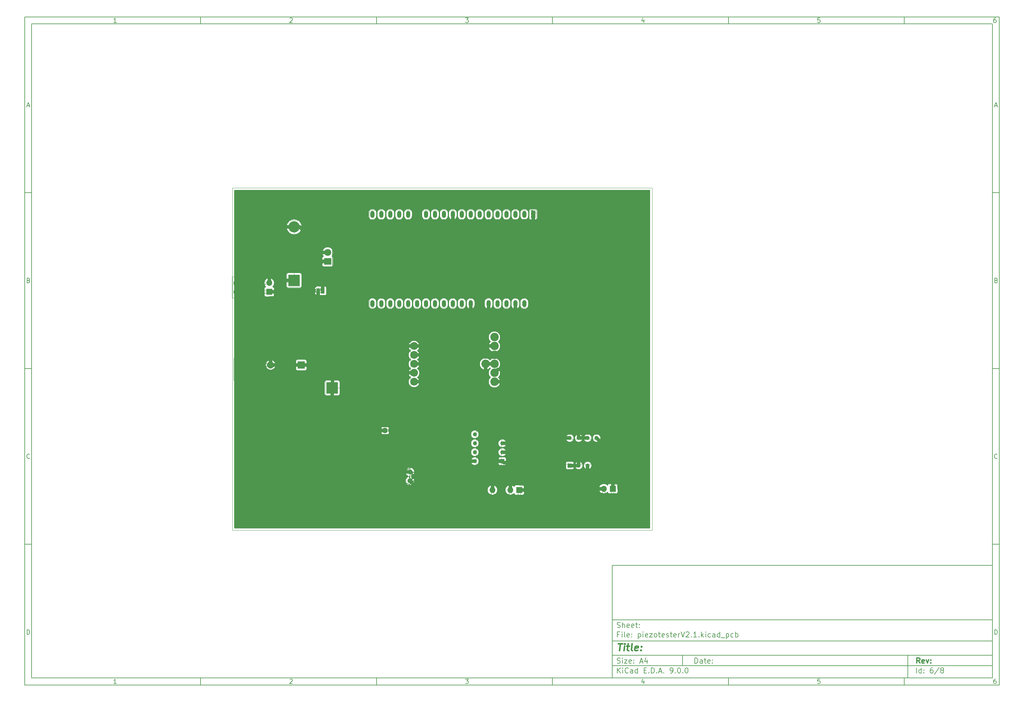
<source format=gbr>
%TF.GenerationSoftware,KiCad,Pcbnew,9.0.0*%
%TF.CreationDate,2025-11-10T15:06:58+01:00*%
%TF.ProjectId,piezotesterV2.1,7069657a-6f74-4657-9374-657256322e31,rev?*%
%TF.SameCoordinates,Original*%
%TF.FileFunction,Other,Comment*%
%FSLAX46Y46*%
G04 Gerber Fmt 4.6, Leading zero omitted, Abs format (unit mm)*
G04 Created by KiCad (PCBNEW 9.0.0) date 2025-11-10 15:06:58*
%MOMM*%
%LPD*%
G01*
G04 APERTURE LIST*
G04 Aperture macros list*
%AMRoundRect*
0 Rectangle with rounded corners*
0 $1 Rounding radius*
0 $2 $3 $4 $5 $6 $7 $8 $9 X,Y pos of 4 corners*
0 Add a 4 corners polygon primitive as box body*
4,1,4,$2,$3,$4,$5,$6,$7,$8,$9,$2,$3,0*
0 Add four circle primitives for the rounded corners*
1,1,$1+$1,$2,$3*
1,1,$1+$1,$4,$5*
1,1,$1+$1,$6,$7*
1,1,$1+$1,$8,$9*
0 Add four rect primitives between the rounded corners*
20,1,$1+$1,$2,$3,$4,$5,0*
20,1,$1+$1,$4,$5,$6,$7,0*
20,1,$1+$1,$6,$7,$8,$9,0*
20,1,$1+$1,$8,$9,$2,$3,0*%
G04 Aperture macros list end*
%ADD10C,0.100000*%
%ADD11C,0.150000*%
%ADD12C,0.300000*%
%ADD13C,0.400000*%
%TA.AperFunction,ComponentPad*%
%ADD14C,2.200000*%
%TD*%
%TA.AperFunction,ComponentPad*%
%ADD15C,2.000000*%
%TD*%
%TA.AperFunction,ComponentPad*%
%ADD16O,3.200000X3.200000*%
%TD*%
%TA.AperFunction,ComponentPad*%
%ADD17R,3.200000X3.200000*%
%TD*%
%TA.AperFunction,ComponentPad*%
%ADD18O,1.050000X1.500000*%
%TD*%
%TA.AperFunction,ComponentPad*%
%ADD19R,1.050000X1.500000*%
%TD*%
%TA.AperFunction,ComponentPad*%
%ADD20O,2.000000X1.905000*%
%TD*%
%TA.AperFunction,ComponentPad*%
%ADD21R,2.000000X1.905000*%
%TD*%
%TA.AperFunction,ComponentPad*%
%ADD22O,1.700000X1.700000*%
%TD*%
%TA.AperFunction,ComponentPad*%
%ADD23R,1.700000X1.700000*%
%TD*%
%TA.AperFunction,ComponentPad*%
%ADD24O,1.200000X2.000000*%
%TD*%
%TA.AperFunction,ComponentPad*%
%ADD25R,1.200000X2.000000*%
%TD*%
%TA.AperFunction,ComponentPad*%
%ADD26C,1.159000*%
%TD*%
%TA.AperFunction,ComponentPad*%
%ADD27R,1.159000X1.159000*%
%TD*%
%TA.AperFunction,ComponentPad*%
%ADD28C,1.600000*%
%TD*%
%TA.AperFunction,ComponentPad*%
%ADD29R,1.600000X1.600000*%
%TD*%
%TA.AperFunction,ComponentPad*%
%ADD30C,1.400000*%
%TD*%
%TA.AperFunction,ComponentPad*%
%ADD31R,2.000000X2.000000*%
%TD*%
%TA.AperFunction,ViaPad*%
%ADD32C,0.600000*%
%TD*%
%TA.AperFunction,ViaPad*%
%ADD33C,4.100000*%
%TD*%
%ADD34C,2.200000*%
%ADD35C,2.000000*%
%ADD36O,3.200000X3.200000*%
%ADD37R,3.200000X3.200000*%
%ADD38O,1.050000X1.500000*%
%ADD39R,1.050000X1.500000*%
%ADD40O,2.000000X1.905000*%
%ADD41R,2.000000X1.905000*%
%ADD42O,1.700000X1.700000*%
%ADD43R,1.700000X1.700000*%
%ADD44O,1.200000X2.000000*%
%ADD45R,1.200000X2.000000*%
%ADD46C,1.159000*%
%ADD47R,1.159000X1.159000*%
%ADD48C,1.600000*%
%ADD49R,1.600000X1.600000*%
%ADD50C,1.400000*%
%ADD51R,2.000000X2.000000*%
%TA.AperFunction,SMDPad,CuDef*%
%ADD52RoundRect,0.250000X0.625000X-0.312500X0.625000X0.312500X-0.625000X0.312500X-0.625000X-0.312500X0*%
%TD*%
%TA.AperFunction,SMDPad,CuDef*%
%ADD53RoundRect,0.250000X-0.325000X-0.650000X0.325000X-0.650000X0.325000X0.650000X-0.325000X0.650000X0*%
%TD*%
%TA.AperFunction,SMDPad,CuDef*%
%ADD54RoundRect,0.250000X0.312500X0.625000X-0.312500X0.625000X-0.312500X-0.625000X0.312500X-0.625000X0*%
%TD*%
%TA.AperFunction,SMDPad,CuDef*%
%ADD55RoundRect,0.250000X-0.312500X-0.625000X0.312500X-0.625000X0.312500X0.625000X-0.312500X0.625000X0*%
%TD*%
%TA.AperFunction,SMDPad,CuDef*%
%ADD56RoundRect,0.250000X0.325000X0.650000X-0.325000X0.650000X-0.325000X-0.650000X0.325000X-0.650000X0*%
%TD*%
%TA.AperFunction,SMDPad,CuDef*%
%ADD57RoundRect,0.250000X-0.625000X0.312500X-0.625000X-0.312500X0.625000X-0.312500X0.625000X0.312500X0*%
%TD*%
%TA.AperFunction,SMDPad,CuDef*%
%ADD58RoundRect,0.250000X-0.650000X0.325000X-0.650000X-0.325000X0.650000X-0.325000X0.650000X0.325000X0*%
%TD*%
%TA.AperFunction,SMDPad,CuDef*%
%ADD59R,2.900000X5.400000*%
%TD*%
%TA.AperFunction,SMDPad,CuDef*%
%ADD60R,1.020000X2.160000*%
%TD*%
%TA.AperFunction,SMDPad,CuDef*%
%ADD61R,8.330000X6.990000*%
%TD*%
%TA.AperFunction,SMDPad,CuDef*%
%ADD62R,1.235000X1.910000*%
%TD*%
%TA.AperFunction,SMDPad,CuDef*%
%ADD63RoundRect,0.250000X0.650000X-0.325000X0.650000X0.325000X-0.650000X0.325000X-0.650000X-0.325000X0*%
%TD*%
%TA.AperFunction,Conductor*%
%ADD64C,1.000000*%
%TD*%
%TA.AperFunction,Conductor*%
%ADD65C,2.000000*%
%TD*%
%ADD66RoundRect,0.250000X0.625000X-0.312500X0.625000X0.312500X-0.625000X0.312500X-0.625000X-0.312500X0*%
%ADD67RoundRect,0.250000X-0.325000X-0.650000X0.325000X-0.650000X0.325000X0.650000X-0.325000X0.650000X0*%
%ADD68C,2.403200*%
%ADD69C,2.203200*%
%ADD70RoundRect,0.250000X0.312500X0.625000X-0.312500X0.625000X-0.312500X-0.625000X0.312500X-0.625000X0*%
%ADD71RoundRect,0.250000X-0.312500X-0.625000X0.312500X-0.625000X0.312500X0.625000X-0.312500X0.625000X0*%
%ADD72RoundRect,0.250000X0.325000X0.650000X-0.325000X0.650000X-0.325000X-0.650000X0.325000X-0.650000X0*%
%ADD73RoundRect,0.250000X-0.625000X0.312500X-0.625000X-0.312500X0.625000X-0.312500X0.625000X0.312500X0*%
%ADD74RoundRect,0.250000X-0.650000X0.325000X-0.650000X-0.325000X0.650000X-0.325000X0.650000X0.325000X0*%
%ADD75R,2.900000X5.400000*%
%ADD76R,1.020000X2.160000*%
%ADD77R,8.330000X6.990000*%
%ADD78R,1.235000X1.910000*%
%ADD79RoundRect,0.250000X0.650000X-0.325000X0.650000X0.325000X-0.650000X0.325000X-0.650000X-0.325000X0*%
%ADD80C,0.750000*%
%ADD81C,0.254000*%
%ADD82C,0.120000*%
%ADD83C,0.200000*%
%ADD84C,0.380000*%
%ADD85C,0.050000*%
%TA.AperFunction,Profile*%
%ADD86C,0.050000*%
%TD*%
G04 APERTURE END LIST*
D10*
D11*
X177002200Y-166007200D02*
X285002200Y-166007200D01*
X285002200Y-198007200D01*
X177002200Y-198007200D01*
X177002200Y-166007200D01*
D10*
D11*
X10000000Y-10000000D02*
X287002200Y-10000000D01*
X287002200Y-200007200D01*
X10000000Y-200007200D01*
X10000000Y-10000000D01*
D10*
D11*
X12000000Y-12000000D02*
X285002200Y-12000000D01*
X285002200Y-198007200D01*
X12000000Y-198007200D01*
X12000000Y-12000000D01*
D10*
D11*
X60000000Y-12000000D02*
X60000000Y-10000000D01*
D10*
D11*
X110000000Y-12000000D02*
X110000000Y-10000000D01*
D10*
D11*
X160000000Y-12000000D02*
X160000000Y-10000000D01*
D10*
D11*
X210000000Y-12000000D02*
X210000000Y-10000000D01*
D10*
D11*
X260000000Y-12000000D02*
X260000000Y-10000000D01*
D10*
D11*
X36089160Y-11593604D02*
X35346303Y-11593604D01*
X35717731Y-11593604D02*
X35717731Y-10293604D01*
X35717731Y-10293604D02*
X35593922Y-10479319D01*
X35593922Y-10479319D02*
X35470112Y-10603128D01*
X35470112Y-10603128D02*
X35346303Y-10665033D01*
D10*
D11*
X85346303Y-10417414D02*
X85408207Y-10355509D01*
X85408207Y-10355509D02*
X85532017Y-10293604D01*
X85532017Y-10293604D02*
X85841541Y-10293604D01*
X85841541Y-10293604D02*
X85965350Y-10355509D01*
X85965350Y-10355509D02*
X86027255Y-10417414D01*
X86027255Y-10417414D02*
X86089160Y-10541223D01*
X86089160Y-10541223D02*
X86089160Y-10665033D01*
X86089160Y-10665033D02*
X86027255Y-10850747D01*
X86027255Y-10850747D02*
X85284398Y-11593604D01*
X85284398Y-11593604D02*
X86089160Y-11593604D01*
D10*
D11*
X135284398Y-10293604D02*
X136089160Y-10293604D01*
X136089160Y-10293604D02*
X135655826Y-10788842D01*
X135655826Y-10788842D02*
X135841541Y-10788842D01*
X135841541Y-10788842D02*
X135965350Y-10850747D01*
X135965350Y-10850747D02*
X136027255Y-10912652D01*
X136027255Y-10912652D02*
X136089160Y-11036461D01*
X136089160Y-11036461D02*
X136089160Y-11345985D01*
X136089160Y-11345985D02*
X136027255Y-11469795D01*
X136027255Y-11469795D02*
X135965350Y-11531700D01*
X135965350Y-11531700D02*
X135841541Y-11593604D01*
X135841541Y-11593604D02*
X135470112Y-11593604D01*
X135470112Y-11593604D02*
X135346303Y-11531700D01*
X135346303Y-11531700D02*
X135284398Y-11469795D01*
D10*
D11*
X185965350Y-10726938D02*
X185965350Y-11593604D01*
X185655826Y-10231700D02*
X185346303Y-11160271D01*
X185346303Y-11160271D02*
X186151064Y-11160271D01*
D10*
D11*
X236027255Y-10293604D02*
X235408207Y-10293604D01*
X235408207Y-10293604D02*
X235346303Y-10912652D01*
X235346303Y-10912652D02*
X235408207Y-10850747D01*
X235408207Y-10850747D02*
X235532017Y-10788842D01*
X235532017Y-10788842D02*
X235841541Y-10788842D01*
X235841541Y-10788842D02*
X235965350Y-10850747D01*
X235965350Y-10850747D02*
X236027255Y-10912652D01*
X236027255Y-10912652D02*
X236089160Y-11036461D01*
X236089160Y-11036461D02*
X236089160Y-11345985D01*
X236089160Y-11345985D02*
X236027255Y-11469795D01*
X236027255Y-11469795D02*
X235965350Y-11531700D01*
X235965350Y-11531700D02*
X235841541Y-11593604D01*
X235841541Y-11593604D02*
X235532017Y-11593604D01*
X235532017Y-11593604D02*
X235408207Y-11531700D01*
X235408207Y-11531700D02*
X235346303Y-11469795D01*
D10*
D11*
X285965350Y-10293604D02*
X285717731Y-10293604D01*
X285717731Y-10293604D02*
X285593922Y-10355509D01*
X285593922Y-10355509D02*
X285532017Y-10417414D01*
X285532017Y-10417414D02*
X285408207Y-10603128D01*
X285408207Y-10603128D02*
X285346303Y-10850747D01*
X285346303Y-10850747D02*
X285346303Y-11345985D01*
X285346303Y-11345985D02*
X285408207Y-11469795D01*
X285408207Y-11469795D02*
X285470112Y-11531700D01*
X285470112Y-11531700D02*
X285593922Y-11593604D01*
X285593922Y-11593604D02*
X285841541Y-11593604D01*
X285841541Y-11593604D02*
X285965350Y-11531700D01*
X285965350Y-11531700D02*
X286027255Y-11469795D01*
X286027255Y-11469795D02*
X286089160Y-11345985D01*
X286089160Y-11345985D02*
X286089160Y-11036461D01*
X286089160Y-11036461D02*
X286027255Y-10912652D01*
X286027255Y-10912652D02*
X285965350Y-10850747D01*
X285965350Y-10850747D02*
X285841541Y-10788842D01*
X285841541Y-10788842D02*
X285593922Y-10788842D01*
X285593922Y-10788842D02*
X285470112Y-10850747D01*
X285470112Y-10850747D02*
X285408207Y-10912652D01*
X285408207Y-10912652D02*
X285346303Y-11036461D01*
D10*
D11*
X60000000Y-198007200D02*
X60000000Y-200007200D01*
D10*
D11*
X110000000Y-198007200D02*
X110000000Y-200007200D01*
D10*
D11*
X160000000Y-198007200D02*
X160000000Y-200007200D01*
D10*
D11*
X210000000Y-198007200D02*
X210000000Y-200007200D01*
D10*
D11*
X260000000Y-198007200D02*
X260000000Y-200007200D01*
D10*
D11*
X36089160Y-199600804D02*
X35346303Y-199600804D01*
X35717731Y-199600804D02*
X35717731Y-198300804D01*
X35717731Y-198300804D02*
X35593922Y-198486519D01*
X35593922Y-198486519D02*
X35470112Y-198610328D01*
X35470112Y-198610328D02*
X35346303Y-198672233D01*
D10*
D11*
X85346303Y-198424614D02*
X85408207Y-198362709D01*
X85408207Y-198362709D02*
X85532017Y-198300804D01*
X85532017Y-198300804D02*
X85841541Y-198300804D01*
X85841541Y-198300804D02*
X85965350Y-198362709D01*
X85965350Y-198362709D02*
X86027255Y-198424614D01*
X86027255Y-198424614D02*
X86089160Y-198548423D01*
X86089160Y-198548423D02*
X86089160Y-198672233D01*
X86089160Y-198672233D02*
X86027255Y-198857947D01*
X86027255Y-198857947D02*
X85284398Y-199600804D01*
X85284398Y-199600804D02*
X86089160Y-199600804D01*
D10*
D11*
X135284398Y-198300804D02*
X136089160Y-198300804D01*
X136089160Y-198300804D02*
X135655826Y-198796042D01*
X135655826Y-198796042D02*
X135841541Y-198796042D01*
X135841541Y-198796042D02*
X135965350Y-198857947D01*
X135965350Y-198857947D02*
X136027255Y-198919852D01*
X136027255Y-198919852D02*
X136089160Y-199043661D01*
X136089160Y-199043661D02*
X136089160Y-199353185D01*
X136089160Y-199353185D02*
X136027255Y-199476995D01*
X136027255Y-199476995D02*
X135965350Y-199538900D01*
X135965350Y-199538900D02*
X135841541Y-199600804D01*
X135841541Y-199600804D02*
X135470112Y-199600804D01*
X135470112Y-199600804D02*
X135346303Y-199538900D01*
X135346303Y-199538900D02*
X135284398Y-199476995D01*
D10*
D11*
X185965350Y-198734138D02*
X185965350Y-199600804D01*
X185655826Y-198238900D02*
X185346303Y-199167471D01*
X185346303Y-199167471D02*
X186151064Y-199167471D01*
D10*
D11*
X236027255Y-198300804D02*
X235408207Y-198300804D01*
X235408207Y-198300804D02*
X235346303Y-198919852D01*
X235346303Y-198919852D02*
X235408207Y-198857947D01*
X235408207Y-198857947D02*
X235532017Y-198796042D01*
X235532017Y-198796042D02*
X235841541Y-198796042D01*
X235841541Y-198796042D02*
X235965350Y-198857947D01*
X235965350Y-198857947D02*
X236027255Y-198919852D01*
X236027255Y-198919852D02*
X236089160Y-199043661D01*
X236089160Y-199043661D02*
X236089160Y-199353185D01*
X236089160Y-199353185D02*
X236027255Y-199476995D01*
X236027255Y-199476995D02*
X235965350Y-199538900D01*
X235965350Y-199538900D02*
X235841541Y-199600804D01*
X235841541Y-199600804D02*
X235532017Y-199600804D01*
X235532017Y-199600804D02*
X235408207Y-199538900D01*
X235408207Y-199538900D02*
X235346303Y-199476995D01*
D10*
D11*
X285965350Y-198300804D02*
X285717731Y-198300804D01*
X285717731Y-198300804D02*
X285593922Y-198362709D01*
X285593922Y-198362709D02*
X285532017Y-198424614D01*
X285532017Y-198424614D02*
X285408207Y-198610328D01*
X285408207Y-198610328D02*
X285346303Y-198857947D01*
X285346303Y-198857947D02*
X285346303Y-199353185D01*
X285346303Y-199353185D02*
X285408207Y-199476995D01*
X285408207Y-199476995D02*
X285470112Y-199538900D01*
X285470112Y-199538900D02*
X285593922Y-199600804D01*
X285593922Y-199600804D02*
X285841541Y-199600804D01*
X285841541Y-199600804D02*
X285965350Y-199538900D01*
X285965350Y-199538900D02*
X286027255Y-199476995D01*
X286027255Y-199476995D02*
X286089160Y-199353185D01*
X286089160Y-199353185D02*
X286089160Y-199043661D01*
X286089160Y-199043661D02*
X286027255Y-198919852D01*
X286027255Y-198919852D02*
X285965350Y-198857947D01*
X285965350Y-198857947D02*
X285841541Y-198796042D01*
X285841541Y-198796042D02*
X285593922Y-198796042D01*
X285593922Y-198796042D02*
X285470112Y-198857947D01*
X285470112Y-198857947D02*
X285408207Y-198919852D01*
X285408207Y-198919852D02*
X285346303Y-199043661D01*
D10*
D11*
X10000000Y-60000000D02*
X12000000Y-60000000D01*
D10*
D11*
X10000000Y-110000000D02*
X12000000Y-110000000D01*
D10*
D11*
X10000000Y-160000000D02*
X12000000Y-160000000D01*
D10*
D11*
X10690476Y-35222176D02*
X11309523Y-35222176D01*
X10566666Y-35593604D02*
X10999999Y-34293604D01*
X10999999Y-34293604D02*
X11433333Y-35593604D01*
D10*
D11*
X11092857Y-84912652D02*
X11278571Y-84974557D01*
X11278571Y-84974557D02*
X11340476Y-85036461D01*
X11340476Y-85036461D02*
X11402380Y-85160271D01*
X11402380Y-85160271D02*
X11402380Y-85345985D01*
X11402380Y-85345985D02*
X11340476Y-85469795D01*
X11340476Y-85469795D02*
X11278571Y-85531700D01*
X11278571Y-85531700D02*
X11154761Y-85593604D01*
X11154761Y-85593604D02*
X10659523Y-85593604D01*
X10659523Y-85593604D02*
X10659523Y-84293604D01*
X10659523Y-84293604D02*
X11092857Y-84293604D01*
X11092857Y-84293604D02*
X11216666Y-84355509D01*
X11216666Y-84355509D02*
X11278571Y-84417414D01*
X11278571Y-84417414D02*
X11340476Y-84541223D01*
X11340476Y-84541223D02*
X11340476Y-84665033D01*
X11340476Y-84665033D02*
X11278571Y-84788842D01*
X11278571Y-84788842D02*
X11216666Y-84850747D01*
X11216666Y-84850747D02*
X11092857Y-84912652D01*
X11092857Y-84912652D02*
X10659523Y-84912652D01*
D10*
D11*
X11402380Y-135469795D02*
X11340476Y-135531700D01*
X11340476Y-135531700D02*
X11154761Y-135593604D01*
X11154761Y-135593604D02*
X11030952Y-135593604D01*
X11030952Y-135593604D02*
X10845238Y-135531700D01*
X10845238Y-135531700D02*
X10721428Y-135407890D01*
X10721428Y-135407890D02*
X10659523Y-135284080D01*
X10659523Y-135284080D02*
X10597619Y-135036461D01*
X10597619Y-135036461D02*
X10597619Y-134850747D01*
X10597619Y-134850747D02*
X10659523Y-134603128D01*
X10659523Y-134603128D02*
X10721428Y-134479319D01*
X10721428Y-134479319D02*
X10845238Y-134355509D01*
X10845238Y-134355509D02*
X11030952Y-134293604D01*
X11030952Y-134293604D02*
X11154761Y-134293604D01*
X11154761Y-134293604D02*
X11340476Y-134355509D01*
X11340476Y-134355509D02*
X11402380Y-134417414D01*
D10*
D11*
X10659523Y-185593604D02*
X10659523Y-184293604D01*
X10659523Y-184293604D02*
X10969047Y-184293604D01*
X10969047Y-184293604D02*
X11154761Y-184355509D01*
X11154761Y-184355509D02*
X11278571Y-184479319D01*
X11278571Y-184479319D02*
X11340476Y-184603128D01*
X11340476Y-184603128D02*
X11402380Y-184850747D01*
X11402380Y-184850747D02*
X11402380Y-185036461D01*
X11402380Y-185036461D02*
X11340476Y-185284080D01*
X11340476Y-185284080D02*
X11278571Y-185407890D01*
X11278571Y-185407890D02*
X11154761Y-185531700D01*
X11154761Y-185531700D02*
X10969047Y-185593604D01*
X10969047Y-185593604D02*
X10659523Y-185593604D01*
D10*
D11*
X287002200Y-60000000D02*
X285002200Y-60000000D01*
D10*
D11*
X287002200Y-110000000D02*
X285002200Y-110000000D01*
D10*
D11*
X287002200Y-160000000D02*
X285002200Y-160000000D01*
D10*
D11*
X285692676Y-35222176D02*
X286311723Y-35222176D01*
X285568866Y-35593604D02*
X286002199Y-34293604D01*
X286002199Y-34293604D02*
X286435533Y-35593604D01*
D10*
D11*
X286095057Y-84912652D02*
X286280771Y-84974557D01*
X286280771Y-84974557D02*
X286342676Y-85036461D01*
X286342676Y-85036461D02*
X286404580Y-85160271D01*
X286404580Y-85160271D02*
X286404580Y-85345985D01*
X286404580Y-85345985D02*
X286342676Y-85469795D01*
X286342676Y-85469795D02*
X286280771Y-85531700D01*
X286280771Y-85531700D02*
X286156961Y-85593604D01*
X286156961Y-85593604D02*
X285661723Y-85593604D01*
X285661723Y-85593604D02*
X285661723Y-84293604D01*
X285661723Y-84293604D02*
X286095057Y-84293604D01*
X286095057Y-84293604D02*
X286218866Y-84355509D01*
X286218866Y-84355509D02*
X286280771Y-84417414D01*
X286280771Y-84417414D02*
X286342676Y-84541223D01*
X286342676Y-84541223D02*
X286342676Y-84665033D01*
X286342676Y-84665033D02*
X286280771Y-84788842D01*
X286280771Y-84788842D02*
X286218866Y-84850747D01*
X286218866Y-84850747D02*
X286095057Y-84912652D01*
X286095057Y-84912652D02*
X285661723Y-84912652D01*
D10*
D11*
X286404580Y-135469795D02*
X286342676Y-135531700D01*
X286342676Y-135531700D02*
X286156961Y-135593604D01*
X286156961Y-135593604D02*
X286033152Y-135593604D01*
X286033152Y-135593604D02*
X285847438Y-135531700D01*
X285847438Y-135531700D02*
X285723628Y-135407890D01*
X285723628Y-135407890D02*
X285661723Y-135284080D01*
X285661723Y-135284080D02*
X285599819Y-135036461D01*
X285599819Y-135036461D02*
X285599819Y-134850747D01*
X285599819Y-134850747D02*
X285661723Y-134603128D01*
X285661723Y-134603128D02*
X285723628Y-134479319D01*
X285723628Y-134479319D02*
X285847438Y-134355509D01*
X285847438Y-134355509D02*
X286033152Y-134293604D01*
X286033152Y-134293604D02*
X286156961Y-134293604D01*
X286156961Y-134293604D02*
X286342676Y-134355509D01*
X286342676Y-134355509D02*
X286404580Y-134417414D01*
D10*
D11*
X285661723Y-185593604D02*
X285661723Y-184293604D01*
X285661723Y-184293604D02*
X285971247Y-184293604D01*
X285971247Y-184293604D02*
X286156961Y-184355509D01*
X286156961Y-184355509D02*
X286280771Y-184479319D01*
X286280771Y-184479319D02*
X286342676Y-184603128D01*
X286342676Y-184603128D02*
X286404580Y-184850747D01*
X286404580Y-184850747D02*
X286404580Y-185036461D01*
X286404580Y-185036461D02*
X286342676Y-185284080D01*
X286342676Y-185284080D02*
X286280771Y-185407890D01*
X286280771Y-185407890D02*
X286156961Y-185531700D01*
X286156961Y-185531700D02*
X285971247Y-185593604D01*
X285971247Y-185593604D02*
X285661723Y-185593604D01*
D10*
D11*
X200458026Y-193793328D02*
X200458026Y-192293328D01*
X200458026Y-192293328D02*
X200815169Y-192293328D01*
X200815169Y-192293328D02*
X201029455Y-192364757D01*
X201029455Y-192364757D02*
X201172312Y-192507614D01*
X201172312Y-192507614D02*
X201243741Y-192650471D01*
X201243741Y-192650471D02*
X201315169Y-192936185D01*
X201315169Y-192936185D02*
X201315169Y-193150471D01*
X201315169Y-193150471D02*
X201243741Y-193436185D01*
X201243741Y-193436185D02*
X201172312Y-193579042D01*
X201172312Y-193579042D02*
X201029455Y-193721900D01*
X201029455Y-193721900D02*
X200815169Y-193793328D01*
X200815169Y-193793328D02*
X200458026Y-193793328D01*
X202600884Y-193793328D02*
X202600884Y-193007614D01*
X202600884Y-193007614D02*
X202529455Y-192864757D01*
X202529455Y-192864757D02*
X202386598Y-192793328D01*
X202386598Y-192793328D02*
X202100884Y-192793328D01*
X202100884Y-192793328D02*
X201958026Y-192864757D01*
X202600884Y-193721900D02*
X202458026Y-193793328D01*
X202458026Y-193793328D02*
X202100884Y-193793328D01*
X202100884Y-193793328D02*
X201958026Y-193721900D01*
X201958026Y-193721900D02*
X201886598Y-193579042D01*
X201886598Y-193579042D02*
X201886598Y-193436185D01*
X201886598Y-193436185D02*
X201958026Y-193293328D01*
X201958026Y-193293328D02*
X202100884Y-193221900D01*
X202100884Y-193221900D02*
X202458026Y-193221900D01*
X202458026Y-193221900D02*
X202600884Y-193150471D01*
X203100884Y-192793328D02*
X203672312Y-192793328D01*
X203315169Y-192293328D02*
X203315169Y-193579042D01*
X203315169Y-193579042D02*
X203386598Y-193721900D01*
X203386598Y-193721900D02*
X203529455Y-193793328D01*
X203529455Y-193793328D02*
X203672312Y-193793328D01*
X204743741Y-193721900D02*
X204600884Y-193793328D01*
X204600884Y-193793328D02*
X204315170Y-193793328D01*
X204315170Y-193793328D02*
X204172312Y-193721900D01*
X204172312Y-193721900D02*
X204100884Y-193579042D01*
X204100884Y-193579042D02*
X204100884Y-193007614D01*
X204100884Y-193007614D02*
X204172312Y-192864757D01*
X204172312Y-192864757D02*
X204315170Y-192793328D01*
X204315170Y-192793328D02*
X204600884Y-192793328D01*
X204600884Y-192793328D02*
X204743741Y-192864757D01*
X204743741Y-192864757D02*
X204815170Y-193007614D01*
X204815170Y-193007614D02*
X204815170Y-193150471D01*
X204815170Y-193150471D02*
X204100884Y-193293328D01*
X205458026Y-193650471D02*
X205529455Y-193721900D01*
X205529455Y-193721900D02*
X205458026Y-193793328D01*
X205458026Y-193793328D02*
X205386598Y-193721900D01*
X205386598Y-193721900D02*
X205458026Y-193650471D01*
X205458026Y-193650471D02*
X205458026Y-193793328D01*
X205458026Y-192864757D02*
X205529455Y-192936185D01*
X205529455Y-192936185D02*
X205458026Y-193007614D01*
X205458026Y-193007614D02*
X205386598Y-192936185D01*
X205386598Y-192936185D02*
X205458026Y-192864757D01*
X205458026Y-192864757D02*
X205458026Y-193007614D01*
D10*
D11*
X177002200Y-194507200D02*
X285002200Y-194507200D01*
D10*
D11*
X178458026Y-196593328D02*
X178458026Y-195093328D01*
X179315169Y-196593328D02*
X178672312Y-195736185D01*
X179315169Y-195093328D02*
X178458026Y-195950471D01*
X179958026Y-196593328D02*
X179958026Y-195593328D01*
X179958026Y-195093328D02*
X179886598Y-195164757D01*
X179886598Y-195164757D02*
X179958026Y-195236185D01*
X179958026Y-195236185D02*
X180029455Y-195164757D01*
X180029455Y-195164757D02*
X179958026Y-195093328D01*
X179958026Y-195093328D02*
X179958026Y-195236185D01*
X181529455Y-196450471D02*
X181458027Y-196521900D01*
X181458027Y-196521900D02*
X181243741Y-196593328D01*
X181243741Y-196593328D02*
X181100884Y-196593328D01*
X181100884Y-196593328D02*
X180886598Y-196521900D01*
X180886598Y-196521900D02*
X180743741Y-196379042D01*
X180743741Y-196379042D02*
X180672312Y-196236185D01*
X180672312Y-196236185D02*
X180600884Y-195950471D01*
X180600884Y-195950471D02*
X180600884Y-195736185D01*
X180600884Y-195736185D02*
X180672312Y-195450471D01*
X180672312Y-195450471D02*
X180743741Y-195307614D01*
X180743741Y-195307614D02*
X180886598Y-195164757D01*
X180886598Y-195164757D02*
X181100884Y-195093328D01*
X181100884Y-195093328D02*
X181243741Y-195093328D01*
X181243741Y-195093328D02*
X181458027Y-195164757D01*
X181458027Y-195164757D02*
X181529455Y-195236185D01*
X182815170Y-196593328D02*
X182815170Y-195807614D01*
X182815170Y-195807614D02*
X182743741Y-195664757D01*
X182743741Y-195664757D02*
X182600884Y-195593328D01*
X182600884Y-195593328D02*
X182315170Y-195593328D01*
X182315170Y-195593328D02*
X182172312Y-195664757D01*
X182815170Y-196521900D02*
X182672312Y-196593328D01*
X182672312Y-196593328D02*
X182315170Y-196593328D01*
X182315170Y-196593328D02*
X182172312Y-196521900D01*
X182172312Y-196521900D02*
X182100884Y-196379042D01*
X182100884Y-196379042D02*
X182100884Y-196236185D01*
X182100884Y-196236185D02*
X182172312Y-196093328D01*
X182172312Y-196093328D02*
X182315170Y-196021900D01*
X182315170Y-196021900D02*
X182672312Y-196021900D01*
X182672312Y-196021900D02*
X182815170Y-195950471D01*
X184172313Y-196593328D02*
X184172313Y-195093328D01*
X184172313Y-196521900D02*
X184029455Y-196593328D01*
X184029455Y-196593328D02*
X183743741Y-196593328D01*
X183743741Y-196593328D02*
X183600884Y-196521900D01*
X183600884Y-196521900D02*
X183529455Y-196450471D01*
X183529455Y-196450471D02*
X183458027Y-196307614D01*
X183458027Y-196307614D02*
X183458027Y-195879042D01*
X183458027Y-195879042D02*
X183529455Y-195736185D01*
X183529455Y-195736185D02*
X183600884Y-195664757D01*
X183600884Y-195664757D02*
X183743741Y-195593328D01*
X183743741Y-195593328D02*
X184029455Y-195593328D01*
X184029455Y-195593328D02*
X184172313Y-195664757D01*
X186029455Y-195807614D02*
X186529455Y-195807614D01*
X186743741Y-196593328D02*
X186029455Y-196593328D01*
X186029455Y-196593328D02*
X186029455Y-195093328D01*
X186029455Y-195093328D02*
X186743741Y-195093328D01*
X187386598Y-196450471D02*
X187458027Y-196521900D01*
X187458027Y-196521900D02*
X187386598Y-196593328D01*
X187386598Y-196593328D02*
X187315170Y-196521900D01*
X187315170Y-196521900D02*
X187386598Y-196450471D01*
X187386598Y-196450471D02*
X187386598Y-196593328D01*
X188100884Y-196593328D02*
X188100884Y-195093328D01*
X188100884Y-195093328D02*
X188458027Y-195093328D01*
X188458027Y-195093328D02*
X188672313Y-195164757D01*
X188672313Y-195164757D02*
X188815170Y-195307614D01*
X188815170Y-195307614D02*
X188886599Y-195450471D01*
X188886599Y-195450471D02*
X188958027Y-195736185D01*
X188958027Y-195736185D02*
X188958027Y-195950471D01*
X188958027Y-195950471D02*
X188886599Y-196236185D01*
X188886599Y-196236185D02*
X188815170Y-196379042D01*
X188815170Y-196379042D02*
X188672313Y-196521900D01*
X188672313Y-196521900D02*
X188458027Y-196593328D01*
X188458027Y-196593328D02*
X188100884Y-196593328D01*
X189600884Y-196450471D02*
X189672313Y-196521900D01*
X189672313Y-196521900D02*
X189600884Y-196593328D01*
X189600884Y-196593328D02*
X189529456Y-196521900D01*
X189529456Y-196521900D02*
X189600884Y-196450471D01*
X189600884Y-196450471D02*
X189600884Y-196593328D01*
X190243742Y-196164757D02*
X190958028Y-196164757D01*
X190100885Y-196593328D02*
X190600885Y-195093328D01*
X190600885Y-195093328D02*
X191100885Y-196593328D01*
X191600884Y-196450471D02*
X191672313Y-196521900D01*
X191672313Y-196521900D02*
X191600884Y-196593328D01*
X191600884Y-196593328D02*
X191529456Y-196521900D01*
X191529456Y-196521900D02*
X191600884Y-196450471D01*
X191600884Y-196450471D02*
X191600884Y-196593328D01*
X193529456Y-196593328D02*
X193815170Y-196593328D01*
X193815170Y-196593328D02*
X193958027Y-196521900D01*
X193958027Y-196521900D02*
X194029456Y-196450471D01*
X194029456Y-196450471D02*
X194172313Y-196236185D01*
X194172313Y-196236185D02*
X194243742Y-195950471D01*
X194243742Y-195950471D02*
X194243742Y-195379042D01*
X194243742Y-195379042D02*
X194172313Y-195236185D01*
X194172313Y-195236185D02*
X194100885Y-195164757D01*
X194100885Y-195164757D02*
X193958027Y-195093328D01*
X193958027Y-195093328D02*
X193672313Y-195093328D01*
X193672313Y-195093328D02*
X193529456Y-195164757D01*
X193529456Y-195164757D02*
X193458027Y-195236185D01*
X193458027Y-195236185D02*
X193386599Y-195379042D01*
X193386599Y-195379042D02*
X193386599Y-195736185D01*
X193386599Y-195736185D02*
X193458027Y-195879042D01*
X193458027Y-195879042D02*
X193529456Y-195950471D01*
X193529456Y-195950471D02*
X193672313Y-196021900D01*
X193672313Y-196021900D02*
X193958027Y-196021900D01*
X193958027Y-196021900D02*
X194100885Y-195950471D01*
X194100885Y-195950471D02*
X194172313Y-195879042D01*
X194172313Y-195879042D02*
X194243742Y-195736185D01*
X194886598Y-196450471D02*
X194958027Y-196521900D01*
X194958027Y-196521900D02*
X194886598Y-196593328D01*
X194886598Y-196593328D02*
X194815170Y-196521900D01*
X194815170Y-196521900D02*
X194886598Y-196450471D01*
X194886598Y-196450471D02*
X194886598Y-196593328D01*
X195886599Y-195093328D02*
X196029456Y-195093328D01*
X196029456Y-195093328D02*
X196172313Y-195164757D01*
X196172313Y-195164757D02*
X196243742Y-195236185D01*
X196243742Y-195236185D02*
X196315170Y-195379042D01*
X196315170Y-195379042D02*
X196386599Y-195664757D01*
X196386599Y-195664757D02*
X196386599Y-196021900D01*
X196386599Y-196021900D02*
X196315170Y-196307614D01*
X196315170Y-196307614D02*
X196243742Y-196450471D01*
X196243742Y-196450471D02*
X196172313Y-196521900D01*
X196172313Y-196521900D02*
X196029456Y-196593328D01*
X196029456Y-196593328D02*
X195886599Y-196593328D01*
X195886599Y-196593328D02*
X195743742Y-196521900D01*
X195743742Y-196521900D02*
X195672313Y-196450471D01*
X195672313Y-196450471D02*
X195600884Y-196307614D01*
X195600884Y-196307614D02*
X195529456Y-196021900D01*
X195529456Y-196021900D02*
X195529456Y-195664757D01*
X195529456Y-195664757D02*
X195600884Y-195379042D01*
X195600884Y-195379042D02*
X195672313Y-195236185D01*
X195672313Y-195236185D02*
X195743742Y-195164757D01*
X195743742Y-195164757D02*
X195886599Y-195093328D01*
X197029455Y-196450471D02*
X197100884Y-196521900D01*
X197100884Y-196521900D02*
X197029455Y-196593328D01*
X197029455Y-196593328D02*
X196958027Y-196521900D01*
X196958027Y-196521900D02*
X197029455Y-196450471D01*
X197029455Y-196450471D02*
X197029455Y-196593328D01*
X198029456Y-195093328D02*
X198172313Y-195093328D01*
X198172313Y-195093328D02*
X198315170Y-195164757D01*
X198315170Y-195164757D02*
X198386599Y-195236185D01*
X198386599Y-195236185D02*
X198458027Y-195379042D01*
X198458027Y-195379042D02*
X198529456Y-195664757D01*
X198529456Y-195664757D02*
X198529456Y-196021900D01*
X198529456Y-196021900D02*
X198458027Y-196307614D01*
X198458027Y-196307614D02*
X198386599Y-196450471D01*
X198386599Y-196450471D02*
X198315170Y-196521900D01*
X198315170Y-196521900D02*
X198172313Y-196593328D01*
X198172313Y-196593328D02*
X198029456Y-196593328D01*
X198029456Y-196593328D02*
X197886599Y-196521900D01*
X197886599Y-196521900D02*
X197815170Y-196450471D01*
X197815170Y-196450471D02*
X197743741Y-196307614D01*
X197743741Y-196307614D02*
X197672313Y-196021900D01*
X197672313Y-196021900D02*
X197672313Y-195664757D01*
X197672313Y-195664757D02*
X197743741Y-195379042D01*
X197743741Y-195379042D02*
X197815170Y-195236185D01*
X197815170Y-195236185D02*
X197886599Y-195164757D01*
X197886599Y-195164757D02*
X198029456Y-195093328D01*
D10*
D11*
X177002200Y-191507200D02*
X285002200Y-191507200D01*
D10*
D12*
X264413853Y-193785528D02*
X263913853Y-193071242D01*
X263556710Y-193785528D02*
X263556710Y-192285528D01*
X263556710Y-192285528D02*
X264128139Y-192285528D01*
X264128139Y-192285528D02*
X264270996Y-192356957D01*
X264270996Y-192356957D02*
X264342425Y-192428385D01*
X264342425Y-192428385D02*
X264413853Y-192571242D01*
X264413853Y-192571242D02*
X264413853Y-192785528D01*
X264413853Y-192785528D02*
X264342425Y-192928385D01*
X264342425Y-192928385D02*
X264270996Y-192999814D01*
X264270996Y-192999814D02*
X264128139Y-193071242D01*
X264128139Y-193071242D02*
X263556710Y-193071242D01*
X265628139Y-193714100D02*
X265485282Y-193785528D01*
X265485282Y-193785528D02*
X265199568Y-193785528D01*
X265199568Y-193785528D02*
X265056710Y-193714100D01*
X265056710Y-193714100D02*
X264985282Y-193571242D01*
X264985282Y-193571242D02*
X264985282Y-192999814D01*
X264985282Y-192999814D02*
X265056710Y-192856957D01*
X265056710Y-192856957D02*
X265199568Y-192785528D01*
X265199568Y-192785528D02*
X265485282Y-192785528D01*
X265485282Y-192785528D02*
X265628139Y-192856957D01*
X265628139Y-192856957D02*
X265699568Y-192999814D01*
X265699568Y-192999814D02*
X265699568Y-193142671D01*
X265699568Y-193142671D02*
X264985282Y-193285528D01*
X266199567Y-192785528D02*
X266556710Y-193785528D01*
X266556710Y-193785528D02*
X266913853Y-192785528D01*
X267485281Y-193642671D02*
X267556710Y-193714100D01*
X267556710Y-193714100D02*
X267485281Y-193785528D01*
X267485281Y-193785528D02*
X267413853Y-193714100D01*
X267413853Y-193714100D02*
X267485281Y-193642671D01*
X267485281Y-193642671D02*
X267485281Y-193785528D01*
X267485281Y-192856957D02*
X267556710Y-192928385D01*
X267556710Y-192928385D02*
X267485281Y-192999814D01*
X267485281Y-192999814D02*
X267413853Y-192928385D01*
X267413853Y-192928385D02*
X267485281Y-192856957D01*
X267485281Y-192856957D02*
X267485281Y-192999814D01*
D10*
D11*
X178386598Y-193721900D02*
X178600884Y-193793328D01*
X178600884Y-193793328D02*
X178958026Y-193793328D01*
X178958026Y-193793328D02*
X179100884Y-193721900D01*
X179100884Y-193721900D02*
X179172312Y-193650471D01*
X179172312Y-193650471D02*
X179243741Y-193507614D01*
X179243741Y-193507614D02*
X179243741Y-193364757D01*
X179243741Y-193364757D02*
X179172312Y-193221900D01*
X179172312Y-193221900D02*
X179100884Y-193150471D01*
X179100884Y-193150471D02*
X178958026Y-193079042D01*
X178958026Y-193079042D02*
X178672312Y-193007614D01*
X178672312Y-193007614D02*
X178529455Y-192936185D01*
X178529455Y-192936185D02*
X178458026Y-192864757D01*
X178458026Y-192864757D02*
X178386598Y-192721900D01*
X178386598Y-192721900D02*
X178386598Y-192579042D01*
X178386598Y-192579042D02*
X178458026Y-192436185D01*
X178458026Y-192436185D02*
X178529455Y-192364757D01*
X178529455Y-192364757D02*
X178672312Y-192293328D01*
X178672312Y-192293328D02*
X179029455Y-192293328D01*
X179029455Y-192293328D02*
X179243741Y-192364757D01*
X179886597Y-193793328D02*
X179886597Y-192793328D01*
X179886597Y-192293328D02*
X179815169Y-192364757D01*
X179815169Y-192364757D02*
X179886597Y-192436185D01*
X179886597Y-192436185D02*
X179958026Y-192364757D01*
X179958026Y-192364757D02*
X179886597Y-192293328D01*
X179886597Y-192293328D02*
X179886597Y-192436185D01*
X180458026Y-192793328D02*
X181243741Y-192793328D01*
X181243741Y-192793328D02*
X180458026Y-193793328D01*
X180458026Y-193793328D02*
X181243741Y-193793328D01*
X182386598Y-193721900D02*
X182243741Y-193793328D01*
X182243741Y-193793328D02*
X181958027Y-193793328D01*
X181958027Y-193793328D02*
X181815169Y-193721900D01*
X181815169Y-193721900D02*
X181743741Y-193579042D01*
X181743741Y-193579042D02*
X181743741Y-193007614D01*
X181743741Y-193007614D02*
X181815169Y-192864757D01*
X181815169Y-192864757D02*
X181958027Y-192793328D01*
X181958027Y-192793328D02*
X182243741Y-192793328D01*
X182243741Y-192793328D02*
X182386598Y-192864757D01*
X182386598Y-192864757D02*
X182458027Y-193007614D01*
X182458027Y-193007614D02*
X182458027Y-193150471D01*
X182458027Y-193150471D02*
X181743741Y-193293328D01*
X183100883Y-193650471D02*
X183172312Y-193721900D01*
X183172312Y-193721900D02*
X183100883Y-193793328D01*
X183100883Y-193793328D02*
X183029455Y-193721900D01*
X183029455Y-193721900D02*
X183100883Y-193650471D01*
X183100883Y-193650471D02*
X183100883Y-193793328D01*
X183100883Y-192864757D02*
X183172312Y-192936185D01*
X183172312Y-192936185D02*
X183100883Y-193007614D01*
X183100883Y-193007614D02*
X183029455Y-192936185D01*
X183029455Y-192936185D02*
X183100883Y-192864757D01*
X183100883Y-192864757D02*
X183100883Y-193007614D01*
X184886598Y-193364757D02*
X185600884Y-193364757D01*
X184743741Y-193793328D02*
X185243741Y-192293328D01*
X185243741Y-192293328D02*
X185743741Y-193793328D01*
X186886598Y-192793328D02*
X186886598Y-193793328D01*
X186529455Y-192221900D02*
X186172312Y-193293328D01*
X186172312Y-193293328D02*
X187100883Y-193293328D01*
D10*
D11*
X263458026Y-196593328D02*
X263458026Y-195093328D01*
X264815170Y-196593328D02*
X264815170Y-195093328D01*
X264815170Y-196521900D02*
X264672312Y-196593328D01*
X264672312Y-196593328D02*
X264386598Y-196593328D01*
X264386598Y-196593328D02*
X264243741Y-196521900D01*
X264243741Y-196521900D02*
X264172312Y-196450471D01*
X264172312Y-196450471D02*
X264100884Y-196307614D01*
X264100884Y-196307614D02*
X264100884Y-195879042D01*
X264100884Y-195879042D02*
X264172312Y-195736185D01*
X264172312Y-195736185D02*
X264243741Y-195664757D01*
X264243741Y-195664757D02*
X264386598Y-195593328D01*
X264386598Y-195593328D02*
X264672312Y-195593328D01*
X264672312Y-195593328D02*
X264815170Y-195664757D01*
X265529455Y-196450471D02*
X265600884Y-196521900D01*
X265600884Y-196521900D02*
X265529455Y-196593328D01*
X265529455Y-196593328D02*
X265458027Y-196521900D01*
X265458027Y-196521900D02*
X265529455Y-196450471D01*
X265529455Y-196450471D02*
X265529455Y-196593328D01*
X265529455Y-195664757D02*
X265600884Y-195736185D01*
X265600884Y-195736185D02*
X265529455Y-195807614D01*
X265529455Y-195807614D02*
X265458027Y-195736185D01*
X265458027Y-195736185D02*
X265529455Y-195664757D01*
X265529455Y-195664757D02*
X265529455Y-195807614D01*
X268029456Y-195093328D02*
X267743741Y-195093328D01*
X267743741Y-195093328D02*
X267600884Y-195164757D01*
X267600884Y-195164757D02*
X267529456Y-195236185D01*
X267529456Y-195236185D02*
X267386598Y-195450471D01*
X267386598Y-195450471D02*
X267315170Y-195736185D01*
X267315170Y-195736185D02*
X267315170Y-196307614D01*
X267315170Y-196307614D02*
X267386598Y-196450471D01*
X267386598Y-196450471D02*
X267458027Y-196521900D01*
X267458027Y-196521900D02*
X267600884Y-196593328D01*
X267600884Y-196593328D02*
X267886598Y-196593328D01*
X267886598Y-196593328D02*
X268029456Y-196521900D01*
X268029456Y-196521900D02*
X268100884Y-196450471D01*
X268100884Y-196450471D02*
X268172313Y-196307614D01*
X268172313Y-196307614D02*
X268172313Y-195950471D01*
X268172313Y-195950471D02*
X268100884Y-195807614D01*
X268100884Y-195807614D02*
X268029456Y-195736185D01*
X268029456Y-195736185D02*
X267886598Y-195664757D01*
X267886598Y-195664757D02*
X267600884Y-195664757D01*
X267600884Y-195664757D02*
X267458027Y-195736185D01*
X267458027Y-195736185D02*
X267386598Y-195807614D01*
X267386598Y-195807614D02*
X267315170Y-195950471D01*
X269886598Y-195021900D02*
X268600884Y-196950471D01*
X270600884Y-195736185D02*
X270458027Y-195664757D01*
X270458027Y-195664757D02*
X270386598Y-195593328D01*
X270386598Y-195593328D02*
X270315170Y-195450471D01*
X270315170Y-195450471D02*
X270315170Y-195379042D01*
X270315170Y-195379042D02*
X270386598Y-195236185D01*
X270386598Y-195236185D02*
X270458027Y-195164757D01*
X270458027Y-195164757D02*
X270600884Y-195093328D01*
X270600884Y-195093328D02*
X270886598Y-195093328D01*
X270886598Y-195093328D02*
X271029456Y-195164757D01*
X271029456Y-195164757D02*
X271100884Y-195236185D01*
X271100884Y-195236185D02*
X271172313Y-195379042D01*
X271172313Y-195379042D02*
X271172313Y-195450471D01*
X271172313Y-195450471D02*
X271100884Y-195593328D01*
X271100884Y-195593328D02*
X271029456Y-195664757D01*
X271029456Y-195664757D02*
X270886598Y-195736185D01*
X270886598Y-195736185D02*
X270600884Y-195736185D01*
X270600884Y-195736185D02*
X270458027Y-195807614D01*
X270458027Y-195807614D02*
X270386598Y-195879042D01*
X270386598Y-195879042D02*
X270315170Y-196021900D01*
X270315170Y-196021900D02*
X270315170Y-196307614D01*
X270315170Y-196307614D02*
X270386598Y-196450471D01*
X270386598Y-196450471D02*
X270458027Y-196521900D01*
X270458027Y-196521900D02*
X270600884Y-196593328D01*
X270600884Y-196593328D02*
X270886598Y-196593328D01*
X270886598Y-196593328D02*
X271029456Y-196521900D01*
X271029456Y-196521900D02*
X271100884Y-196450471D01*
X271100884Y-196450471D02*
X271172313Y-196307614D01*
X271172313Y-196307614D02*
X271172313Y-196021900D01*
X271172313Y-196021900D02*
X271100884Y-195879042D01*
X271100884Y-195879042D02*
X271029456Y-195807614D01*
X271029456Y-195807614D02*
X270886598Y-195736185D01*
D10*
D11*
X177002200Y-187507200D02*
X285002200Y-187507200D01*
D10*
D13*
X178693928Y-188211638D02*
X179836785Y-188211638D01*
X179015357Y-190211638D02*
X179265357Y-188211638D01*
X180253452Y-190211638D02*
X180420119Y-188878304D01*
X180503452Y-188211638D02*
X180396309Y-188306876D01*
X180396309Y-188306876D02*
X180479643Y-188402114D01*
X180479643Y-188402114D02*
X180586786Y-188306876D01*
X180586786Y-188306876D02*
X180503452Y-188211638D01*
X180503452Y-188211638D02*
X180479643Y-188402114D01*
X181086786Y-188878304D02*
X181848690Y-188878304D01*
X181455833Y-188211638D02*
X181241548Y-189925923D01*
X181241548Y-189925923D02*
X181312976Y-190116400D01*
X181312976Y-190116400D02*
X181491548Y-190211638D01*
X181491548Y-190211638D02*
X181682024Y-190211638D01*
X182634405Y-190211638D02*
X182455833Y-190116400D01*
X182455833Y-190116400D02*
X182384405Y-189925923D01*
X182384405Y-189925923D02*
X182598690Y-188211638D01*
X184170119Y-190116400D02*
X183967738Y-190211638D01*
X183967738Y-190211638D02*
X183586785Y-190211638D01*
X183586785Y-190211638D02*
X183408214Y-190116400D01*
X183408214Y-190116400D02*
X183336785Y-189925923D01*
X183336785Y-189925923D02*
X183432024Y-189164019D01*
X183432024Y-189164019D02*
X183551071Y-188973542D01*
X183551071Y-188973542D02*
X183753452Y-188878304D01*
X183753452Y-188878304D02*
X184134404Y-188878304D01*
X184134404Y-188878304D02*
X184312976Y-188973542D01*
X184312976Y-188973542D02*
X184384404Y-189164019D01*
X184384404Y-189164019D02*
X184360595Y-189354495D01*
X184360595Y-189354495D02*
X183384404Y-189544971D01*
X185134405Y-190021161D02*
X185217738Y-190116400D01*
X185217738Y-190116400D02*
X185110595Y-190211638D01*
X185110595Y-190211638D02*
X185027262Y-190116400D01*
X185027262Y-190116400D02*
X185134405Y-190021161D01*
X185134405Y-190021161D02*
X185110595Y-190211638D01*
X185265357Y-188973542D02*
X185348690Y-189068780D01*
X185348690Y-189068780D02*
X185241548Y-189164019D01*
X185241548Y-189164019D02*
X185158214Y-189068780D01*
X185158214Y-189068780D02*
X185265357Y-188973542D01*
X185265357Y-188973542D02*
X185241548Y-189164019D01*
D10*
D11*
X178958026Y-185607614D02*
X178458026Y-185607614D01*
X178458026Y-186393328D02*
X178458026Y-184893328D01*
X178458026Y-184893328D02*
X179172312Y-184893328D01*
X179743740Y-186393328D02*
X179743740Y-185393328D01*
X179743740Y-184893328D02*
X179672312Y-184964757D01*
X179672312Y-184964757D02*
X179743740Y-185036185D01*
X179743740Y-185036185D02*
X179815169Y-184964757D01*
X179815169Y-184964757D02*
X179743740Y-184893328D01*
X179743740Y-184893328D02*
X179743740Y-185036185D01*
X180672312Y-186393328D02*
X180529455Y-186321900D01*
X180529455Y-186321900D02*
X180458026Y-186179042D01*
X180458026Y-186179042D02*
X180458026Y-184893328D01*
X181815169Y-186321900D02*
X181672312Y-186393328D01*
X181672312Y-186393328D02*
X181386598Y-186393328D01*
X181386598Y-186393328D02*
X181243740Y-186321900D01*
X181243740Y-186321900D02*
X181172312Y-186179042D01*
X181172312Y-186179042D02*
X181172312Y-185607614D01*
X181172312Y-185607614D02*
X181243740Y-185464757D01*
X181243740Y-185464757D02*
X181386598Y-185393328D01*
X181386598Y-185393328D02*
X181672312Y-185393328D01*
X181672312Y-185393328D02*
X181815169Y-185464757D01*
X181815169Y-185464757D02*
X181886598Y-185607614D01*
X181886598Y-185607614D02*
X181886598Y-185750471D01*
X181886598Y-185750471D02*
X181172312Y-185893328D01*
X182529454Y-186250471D02*
X182600883Y-186321900D01*
X182600883Y-186321900D02*
X182529454Y-186393328D01*
X182529454Y-186393328D02*
X182458026Y-186321900D01*
X182458026Y-186321900D02*
X182529454Y-186250471D01*
X182529454Y-186250471D02*
X182529454Y-186393328D01*
X182529454Y-185464757D02*
X182600883Y-185536185D01*
X182600883Y-185536185D02*
X182529454Y-185607614D01*
X182529454Y-185607614D02*
X182458026Y-185536185D01*
X182458026Y-185536185D02*
X182529454Y-185464757D01*
X182529454Y-185464757D02*
X182529454Y-185607614D01*
X184386597Y-185393328D02*
X184386597Y-186893328D01*
X184386597Y-185464757D02*
X184529455Y-185393328D01*
X184529455Y-185393328D02*
X184815169Y-185393328D01*
X184815169Y-185393328D02*
X184958026Y-185464757D01*
X184958026Y-185464757D02*
X185029455Y-185536185D01*
X185029455Y-185536185D02*
X185100883Y-185679042D01*
X185100883Y-185679042D02*
X185100883Y-186107614D01*
X185100883Y-186107614D02*
X185029455Y-186250471D01*
X185029455Y-186250471D02*
X184958026Y-186321900D01*
X184958026Y-186321900D02*
X184815169Y-186393328D01*
X184815169Y-186393328D02*
X184529455Y-186393328D01*
X184529455Y-186393328D02*
X184386597Y-186321900D01*
X185743740Y-186393328D02*
X185743740Y-185393328D01*
X185743740Y-184893328D02*
X185672312Y-184964757D01*
X185672312Y-184964757D02*
X185743740Y-185036185D01*
X185743740Y-185036185D02*
X185815169Y-184964757D01*
X185815169Y-184964757D02*
X185743740Y-184893328D01*
X185743740Y-184893328D02*
X185743740Y-185036185D01*
X187029455Y-186321900D02*
X186886598Y-186393328D01*
X186886598Y-186393328D02*
X186600884Y-186393328D01*
X186600884Y-186393328D02*
X186458026Y-186321900D01*
X186458026Y-186321900D02*
X186386598Y-186179042D01*
X186386598Y-186179042D02*
X186386598Y-185607614D01*
X186386598Y-185607614D02*
X186458026Y-185464757D01*
X186458026Y-185464757D02*
X186600884Y-185393328D01*
X186600884Y-185393328D02*
X186886598Y-185393328D01*
X186886598Y-185393328D02*
X187029455Y-185464757D01*
X187029455Y-185464757D02*
X187100884Y-185607614D01*
X187100884Y-185607614D02*
X187100884Y-185750471D01*
X187100884Y-185750471D02*
X186386598Y-185893328D01*
X187600883Y-185393328D02*
X188386598Y-185393328D01*
X188386598Y-185393328D02*
X187600883Y-186393328D01*
X187600883Y-186393328D02*
X188386598Y-186393328D01*
X189172312Y-186393328D02*
X189029455Y-186321900D01*
X189029455Y-186321900D02*
X188958026Y-186250471D01*
X188958026Y-186250471D02*
X188886598Y-186107614D01*
X188886598Y-186107614D02*
X188886598Y-185679042D01*
X188886598Y-185679042D02*
X188958026Y-185536185D01*
X188958026Y-185536185D02*
X189029455Y-185464757D01*
X189029455Y-185464757D02*
X189172312Y-185393328D01*
X189172312Y-185393328D02*
X189386598Y-185393328D01*
X189386598Y-185393328D02*
X189529455Y-185464757D01*
X189529455Y-185464757D02*
X189600884Y-185536185D01*
X189600884Y-185536185D02*
X189672312Y-185679042D01*
X189672312Y-185679042D02*
X189672312Y-186107614D01*
X189672312Y-186107614D02*
X189600884Y-186250471D01*
X189600884Y-186250471D02*
X189529455Y-186321900D01*
X189529455Y-186321900D02*
X189386598Y-186393328D01*
X189386598Y-186393328D02*
X189172312Y-186393328D01*
X190100884Y-185393328D02*
X190672312Y-185393328D01*
X190315169Y-184893328D02*
X190315169Y-186179042D01*
X190315169Y-186179042D02*
X190386598Y-186321900D01*
X190386598Y-186321900D02*
X190529455Y-186393328D01*
X190529455Y-186393328D02*
X190672312Y-186393328D01*
X191743741Y-186321900D02*
X191600884Y-186393328D01*
X191600884Y-186393328D02*
X191315170Y-186393328D01*
X191315170Y-186393328D02*
X191172312Y-186321900D01*
X191172312Y-186321900D02*
X191100884Y-186179042D01*
X191100884Y-186179042D02*
X191100884Y-185607614D01*
X191100884Y-185607614D02*
X191172312Y-185464757D01*
X191172312Y-185464757D02*
X191315170Y-185393328D01*
X191315170Y-185393328D02*
X191600884Y-185393328D01*
X191600884Y-185393328D02*
X191743741Y-185464757D01*
X191743741Y-185464757D02*
X191815170Y-185607614D01*
X191815170Y-185607614D02*
X191815170Y-185750471D01*
X191815170Y-185750471D02*
X191100884Y-185893328D01*
X192386598Y-186321900D02*
X192529455Y-186393328D01*
X192529455Y-186393328D02*
X192815169Y-186393328D01*
X192815169Y-186393328D02*
X192958026Y-186321900D01*
X192958026Y-186321900D02*
X193029455Y-186179042D01*
X193029455Y-186179042D02*
X193029455Y-186107614D01*
X193029455Y-186107614D02*
X192958026Y-185964757D01*
X192958026Y-185964757D02*
X192815169Y-185893328D01*
X192815169Y-185893328D02*
X192600884Y-185893328D01*
X192600884Y-185893328D02*
X192458026Y-185821900D01*
X192458026Y-185821900D02*
X192386598Y-185679042D01*
X192386598Y-185679042D02*
X192386598Y-185607614D01*
X192386598Y-185607614D02*
X192458026Y-185464757D01*
X192458026Y-185464757D02*
X192600884Y-185393328D01*
X192600884Y-185393328D02*
X192815169Y-185393328D01*
X192815169Y-185393328D02*
X192958026Y-185464757D01*
X193458027Y-185393328D02*
X194029455Y-185393328D01*
X193672312Y-184893328D02*
X193672312Y-186179042D01*
X193672312Y-186179042D02*
X193743741Y-186321900D01*
X193743741Y-186321900D02*
X193886598Y-186393328D01*
X193886598Y-186393328D02*
X194029455Y-186393328D01*
X195100884Y-186321900D02*
X194958027Y-186393328D01*
X194958027Y-186393328D02*
X194672313Y-186393328D01*
X194672313Y-186393328D02*
X194529455Y-186321900D01*
X194529455Y-186321900D02*
X194458027Y-186179042D01*
X194458027Y-186179042D02*
X194458027Y-185607614D01*
X194458027Y-185607614D02*
X194529455Y-185464757D01*
X194529455Y-185464757D02*
X194672313Y-185393328D01*
X194672313Y-185393328D02*
X194958027Y-185393328D01*
X194958027Y-185393328D02*
X195100884Y-185464757D01*
X195100884Y-185464757D02*
X195172313Y-185607614D01*
X195172313Y-185607614D02*
X195172313Y-185750471D01*
X195172313Y-185750471D02*
X194458027Y-185893328D01*
X195815169Y-186393328D02*
X195815169Y-185393328D01*
X195815169Y-185679042D02*
X195886598Y-185536185D01*
X195886598Y-185536185D02*
X195958027Y-185464757D01*
X195958027Y-185464757D02*
X196100884Y-185393328D01*
X196100884Y-185393328D02*
X196243741Y-185393328D01*
X196529455Y-184893328D02*
X197029455Y-186393328D01*
X197029455Y-186393328D02*
X197529455Y-184893328D01*
X197958026Y-185036185D02*
X198029454Y-184964757D01*
X198029454Y-184964757D02*
X198172312Y-184893328D01*
X198172312Y-184893328D02*
X198529454Y-184893328D01*
X198529454Y-184893328D02*
X198672312Y-184964757D01*
X198672312Y-184964757D02*
X198743740Y-185036185D01*
X198743740Y-185036185D02*
X198815169Y-185179042D01*
X198815169Y-185179042D02*
X198815169Y-185321900D01*
X198815169Y-185321900D02*
X198743740Y-185536185D01*
X198743740Y-185536185D02*
X197886597Y-186393328D01*
X197886597Y-186393328D02*
X198815169Y-186393328D01*
X199458025Y-186250471D02*
X199529454Y-186321900D01*
X199529454Y-186321900D02*
X199458025Y-186393328D01*
X199458025Y-186393328D02*
X199386597Y-186321900D01*
X199386597Y-186321900D02*
X199458025Y-186250471D01*
X199458025Y-186250471D02*
X199458025Y-186393328D01*
X200958026Y-186393328D02*
X200100883Y-186393328D01*
X200529454Y-186393328D02*
X200529454Y-184893328D01*
X200529454Y-184893328D02*
X200386597Y-185107614D01*
X200386597Y-185107614D02*
X200243740Y-185250471D01*
X200243740Y-185250471D02*
X200100883Y-185321900D01*
X201600882Y-186250471D02*
X201672311Y-186321900D01*
X201672311Y-186321900D02*
X201600882Y-186393328D01*
X201600882Y-186393328D02*
X201529454Y-186321900D01*
X201529454Y-186321900D02*
X201600882Y-186250471D01*
X201600882Y-186250471D02*
X201600882Y-186393328D01*
X202315168Y-186393328D02*
X202315168Y-184893328D01*
X202458026Y-185821900D02*
X202886597Y-186393328D01*
X202886597Y-185393328D02*
X202315168Y-185964757D01*
X203529454Y-186393328D02*
X203529454Y-185393328D01*
X203529454Y-184893328D02*
X203458026Y-184964757D01*
X203458026Y-184964757D02*
X203529454Y-185036185D01*
X203529454Y-185036185D02*
X203600883Y-184964757D01*
X203600883Y-184964757D02*
X203529454Y-184893328D01*
X203529454Y-184893328D02*
X203529454Y-185036185D01*
X204886598Y-186321900D02*
X204743740Y-186393328D01*
X204743740Y-186393328D02*
X204458026Y-186393328D01*
X204458026Y-186393328D02*
X204315169Y-186321900D01*
X204315169Y-186321900D02*
X204243740Y-186250471D01*
X204243740Y-186250471D02*
X204172312Y-186107614D01*
X204172312Y-186107614D02*
X204172312Y-185679042D01*
X204172312Y-185679042D02*
X204243740Y-185536185D01*
X204243740Y-185536185D02*
X204315169Y-185464757D01*
X204315169Y-185464757D02*
X204458026Y-185393328D01*
X204458026Y-185393328D02*
X204743740Y-185393328D01*
X204743740Y-185393328D02*
X204886598Y-185464757D01*
X206172312Y-186393328D02*
X206172312Y-185607614D01*
X206172312Y-185607614D02*
X206100883Y-185464757D01*
X206100883Y-185464757D02*
X205958026Y-185393328D01*
X205958026Y-185393328D02*
X205672312Y-185393328D01*
X205672312Y-185393328D02*
X205529454Y-185464757D01*
X206172312Y-186321900D02*
X206029454Y-186393328D01*
X206029454Y-186393328D02*
X205672312Y-186393328D01*
X205672312Y-186393328D02*
X205529454Y-186321900D01*
X205529454Y-186321900D02*
X205458026Y-186179042D01*
X205458026Y-186179042D02*
X205458026Y-186036185D01*
X205458026Y-186036185D02*
X205529454Y-185893328D01*
X205529454Y-185893328D02*
X205672312Y-185821900D01*
X205672312Y-185821900D02*
X206029454Y-185821900D01*
X206029454Y-185821900D02*
X206172312Y-185750471D01*
X207529455Y-186393328D02*
X207529455Y-184893328D01*
X207529455Y-186321900D02*
X207386597Y-186393328D01*
X207386597Y-186393328D02*
X207100883Y-186393328D01*
X207100883Y-186393328D02*
X206958026Y-186321900D01*
X206958026Y-186321900D02*
X206886597Y-186250471D01*
X206886597Y-186250471D02*
X206815169Y-186107614D01*
X206815169Y-186107614D02*
X206815169Y-185679042D01*
X206815169Y-185679042D02*
X206886597Y-185536185D01*
X206886597Y-185536185D02*
X206958026Y-185464757D01*
X206958026Y-185464757D02*
X207100883Y-185393328D01*
X207100883Y-185393328D02*
X207386597Y-185393328D01*
X207386597Y-185393328D02*
X207529455Y-185464757D01*
X207886598Y-186536185D02*
X209029455Y-186536185D01*
X209386597Y-185393328D02*
X209386597Y-186893328D01*
X209386597Y-185464757D02*
X209529455Y-185393328D01*
X209529455Y-185393328D02*
X209815169Y-185393328D01*
X209815169Y-185393328D02*
X209958026Y-185464757D01*
X209958026Y-185464757D02*
X210029455Y-185536185D01*
X210029455Y-185536185D02*
X210100883Y-185679042D01*
X210100883Y-185679042D02*
X210100883Y-186107614D01*
X210100883Y-186107614D02*
X210029455Y-186250471D01*
X210029455Y-186250471D02*
X209958026Y-186321900D01*
X209958026Y-186321900D02*
X209815169Y-186393328D01*
X209815169Y-186393328D02*
X209529455Y-186393328D01*
X209529455Y-186393328D02*
X209386597Y-186321900D01*
X211386598Y-186321900D02*
X211243740Y-186393328D01*
X211243740Y-186393328D02*
X210958026Y-186393328D01*
X210958026Y-186393328D02*
X210815169Y-186321900D01*
X210815169Y-186321900D02*
X210743740Y-186250471D01*
X210743740Y-186250471D02*
X210672312Y-186107614D01*
X210672312Y-186107614D02*
X210672312Y-185679042D01*
X210672312Y-185679042D02*
X210743740Y-185536185D01*
X210743740Y-185536185D02*
X210815169Y-185464757D01*
X210815169Y-185464757D02*
X210958026Y-185393328D01*
X210958026Y-185393328D02*
X211243740Y-185393328D01*
X211243740Y-185393328D02*
X211386598Y-185464757D01*
X212029454Y-186393328D02*
X212029454Y-184893328D01*
X212029454Y-185464757D02*
X212172312Y-185393328D01*
X212172312Y-185393328D02*
X212458026Y-185393328D01*
X212458026Y-185393328D02*
X212600883Y-185464757D01*
X212600883Y-185464757D02*
X212672312Y-185536185D01*
X212672312Y-185536185D02*
X212743740Y-185679042D01*
X212743740Y-185679042D02*
X212743740Y-186107614D01*
X212743740Y-186107614D02*
X212672312Y-186250471D01*
X212672312Y-186250471D02*
X212600883Y-186321900D01*
X212600883Y-186321900D02*
X212458026Y-186393328D01*
X212458026Y-186393328D02*
X212172312Y-186393328D01*
X212172312Y-186393328D02*
X212029454Y-186321900D01*
D10*
D11*
X177002200Y-181507200D02*
X285002200Y-181507200D01*
D10*
D11*
X178386598Y-183621900D02*
X178600884Y-183693328D01*
X178600884Y-183693328D02*
X178958026Y-183693328D01*
X178958026Y-183693328D02*
X179100884Y-183621900D01*
X179100884Y-183621900D02*
X179172312Y-183550471D01*
X179172312Y-183550471D02*
X179243741Y-183407614D01*
X179243741Y-183407614D02*
X179243741Y-183264757D01*
X179243741Y-183264757D02*
X179172312Y-183121900D01*
X179172312Y-183121900D02*
X179100884Y-183050471D01*
X179100884Y-183050471D02*
X178958026Y-182979042D01*
X178958026Y-182979042D02*
X178672312Y-182907614D01*
X178672312Y-182907614D02*
X178529455Y-182836185D01*
X178529455Y-182836185D02*
X178458026Y-182764757D01*
X178458026Y-182764757D02*
X178386598Y-182621900D01*
X178386598Y-182621900D02*
X178386598Y-182479042D01*
X178386598Y-182479042D02*
X178458026Y-182336185D01*
X178458026Y-182336185D02*
X178529455Y-182264757D01*
X178529455Y-182264757D02*
X178672312Y-182193328D01*
X178672312Y-182193328D02*
X179029455Y-182193328D01*
X179029455Y-182193328D02*
X179243741Y-182264757D01*
X179886597Y-183693328D02*
X179886597Y-182193328D01*
X180529455Y-183693328D02*
X180529455Y-182907614D01*
X180529455Y-182907614D02*
X180458026Y-182764757D01*
X180458026Y-182764757D02*
X180315169Y-182693328D01*
X180315169Y-182693328D02*
X180100883Y-182693328D01*
X180100883Y-182693328D02*
X179958026Y-182764757D01*
X179958026Y-182764757D02*
X179886597Y-182836185D01*
X181815169Y-183621900D02*
X181672312Y-183693328D01*
X181672312Y-183693328D02*
X181386598Y-183693328D01*
X181386598Y-183693328D02*
X181243740Y-183621900D01*
X181243740Y-183621900D02*
X181172312Y-183479042D01*
X181172312Y-183479042D02*
X181172312Y-182907614D01*
X181172312Y-182907614D02*
X181243740Y-182764757D01*
X181243740Y-182764757D02*
X181386598Y-182693328D01*
X181386598Y-182693328D02*
X181672312Y-182693328D01*
X181672312Y-182693328D02*
X181815169Y-182764757D01*
X181815169Y-182764757D02*
X181886598Y-182907614D01*
X181886598Y-182907614D02*
X181886598Y-183050471D01*
X181886598Y-183050471D02*
X181172312Y-183193328D01*
X183100883Y-183621900D02*
X182958026Y-183693328D01*
X182958026Y-183693328D02*
X182672312Y-183693328D01*
X182672312Y-183693328D02*
X182529454Y-183621900D01*
X182529454Y-183621900D02*
X182458026Y-183479042D01*
X182458026Y-183479042D02*
X182458026Y-182907614D01*
X182458026Y-182907614D02*
X182529454Y-182764757D01*
X182529454Y-182764757D02*
X182672312Y-182693328D01*
X182672312Y-182693328D02*
X182958026Y-182693328D01*
X182958026Y-182693328D02*
X183100883Y-182764757D01*
X183100883Y-182764757D02*
X183172312Y-182907614D01*
X183172312Y-182907614D02*
X183172312Y-183050471D01*
X183172312Y-183050471D02*
X182458026Y-183193328D01*
X183600883Y-182693328D02*
X184172311Y-182693328D01*
X183815168Y-182193328D02*
X183815168Y-183479042D01*
X183815168Y-183479042D02*
X183886597Y-183621900D01*
X183886597Y-183621900D02*
X184029454Y-183693328D01*
X184029454Y-183693328D02*
X184172311Y-183693328D01*
X184672311Y-183550471D02*
X184743740Y-183621900D01*
X184743740Y-183621900D02*
X184672311Y-183693328D01*
X184672311Y-183693328D02*
X184600883Y-183621900D01*
X184600883Y-183621900D02*
X184672311Y-183550471D01*
X184672311Y-183550471D02*
X184672311Y-183693328D01*
X184672311Y-182764757D02*
X184743740Y-182836185D01*
X184743740Y-182836185D02*
X184672311Y-182907614D01*
X184672311Y-182907614D02*
X184600883Y-182836185D01*
X184600883Y-182836185D02*
X184672311Y-182764757D01*
X184672311Y-182764757D02*
X184672311Y-182907614D01*
D10*
D11*
X197002200Y-191507200D02*
X197002200Y-194507200D01*
D10*
D11*
X261002200Y-191507200D02*
X261002200Y-198007200D01*
D14*
%TO.P,ADS2,13,VDDA*%
%TO.N,3v3A*%
X140960000Y-108690000D03*
%TO.P,ADS2,12,AIN0*%
%TO.N,Net-(ADS2-AIN0)*%
X143500000Y-113770000D03*
%TO.P,ADS2,11,AIN1*%
%TO.N,Net-(ADS2-AIN1)*%
X143500000Y-111230000D03*
%TO.P,ADS2,10,REFP*%
%TO.N,3v3A*%
X143500000Y-108690000D03*
%TO.P,ADS2,9,REFN*%
%TO.N,GND*%
X143500000Y-106150000D03*
%TO.P,ADS2,8,AIN2*%
%TO.N,Net-(ADS2-AIN2)*%
X143500000Y-103610000D03*
%TO.P,ADS2,7,AIN3*%
%TO.N,unconnected-(ADS2-AIN3-Pad7)*%
X143500000Y-101070000D03*
D15*
%TO.P,ADS2,6,RDY*%
%TO.N,RDY*%
X120640000Y-113770000D03*
%TO.P,ADS2,5,RST*%
%TO.N,+3.3V*%
X120640000Y-111230000D03*
%TO.P,ADS2,4,SCL*%
%TO.N,SCL*%
X120640000Y-108690000D03*
%TO.P,ADS2,3,SDA*%
%TO.N,SDA*%
X120640000Y-106150000D03*
%TO.P,ADS2,2,3V3*%
%TO.N,+3.3V*%
X120640000Y-103610000D03*
%TO.P,ADS2,1,GND*%
%TO.N,GND*%
X140960000Y-106150000D03*
X120640000Y-101070000D03*
%TD*%
D16*
%TO.P,D2,2,A*%
%TO.N,Net-(D2-A)*%
X86580000Y-69710000D03*
D17*
%TO.P,D2,1,K*%
%TO.N,Net-(D2-K)*%
X86580000Y-84950000D03*
%TD*%
D18*
%TO.P,Q3,3,E*%
%TO.N,GND*%
X92160000Y-87880000D03*
%TO.P,Q3,2,B*%
%TO.N,Net-(Q3-B)*%
X93430000Y-87880000D03*
D19*
%TO.P,Q3,1,C*%
%TO.N,Net-(D2-K)*%
X94700000Y-87880000D03*
%TD*%
D20*
%TO.P,Q4,3,S*%
%TO.N,GND*%
X96120000Y-74450000D03*
%TO.P,Q4,2,D*%
%TO.N,Net-(D2-A)*%
X96120000Y-76990000D03*
D21*
%TO.P,Q4,1,G*%
%TO.N,Net-(D2-K)*%
X96120000Y-79530000D03*
%TD*%
D22*
%TO.P,J8,2,Pin_2*%
%TO.N,Net-(D2-A)*%
X79515000Y-85645000D03*
D23*
%TO.P,J8,1,Pin_1*%
%TO.N,Net-(D2-K)*%
X79515000Y-88185000D03*
%TD*%
D24*
%TO.P,U1,38,GND*%
%TO.N,GND*%
X154530000Y-91530000D03*
%TO.P,U1,37,GPIO23*%
%TO.N,unconnected-(U1-GPIO23-Pad37)*%
X151990000Y-91530000D03*
%TO.P,U1,36,GPIO22*%
%TO.N,RDY*%
X149450000Y-91530000D03*
%TO.P,U1,35,U0TXD/GPIO1*%
%TO.N,unconnected-(U1-U0TXD{slash}GPIO1-Pad35)*%
X146910000Y-91530000D03*
%TO.P,U1,34,U0RXD/GPIO3*%
%TO.N,unconnected-(U1-U0RXD{slash}GPIO3-Pad34)*%
X144370000Y-91530000D03*
%TO.P,U1,33,GPIO21*%
%TO.N,SCL*%
X141830000Y-91530000D03*
%TO.P,U1,32,GND*%
%TO.N,GND*%
X139290000Y-91530000D03*
%TO.P,U1,31,GPIO19*%
%TO.N,SDA*%
X136750000Y-91530000D03*
%TO.P,U1,30,GPIO18*%
%TO.N,unconnected-(U1-GPIO18-Pad30)*%
X134210000Y-91530000D03*
%TO.P,U1,29,GPIO5*%
%TO.N,unconnected-(U1-GPIO5-Pad29)*%
X131670000Y-91530000D03*
%TO.P,U1,28,GPIO17*%
%TO.N,unconnected-(U1-GPIO17-Pad28)*%
X129130000Y-91530000D03*
%TO.P,U1,27,GPIO16*%
%TO.N,unconnected-(U1-GPIO16-Pad27)*%
X126590000Y-91530000D03*
%TO.P,U1,26,ADC2_CH0/GPIO4*%
%TO.N,unconnected-(U1-ADC2_CH0{slash}GPIO4-Pad26)*%
X124050000Y-91530000D03*
%TO.P,U1,25,GPIO0/BOOT/ADC2_CH1*%
%TO.N,unconnected-(U1-GPIO0{slash}BOOT{slash}ADC2_CH1-Pad25)*%
X121510000Y-91530000D03*
%TO.P,U1,24,ADC2_CH2/GPIO2*%
%TO.N,unconnected-(U1-ADC2_CH2{slash}GPIO2-Pad24)*%
X118970000Y-91530000D03*
%TO.P,U1,23,MTDO/GPIO15/ADC2_CH3*%
%TO.N,unconnected-(U1-MTDO{slash}GPIO15{slash}ADC2_CH3-Pad23)*%
X116430000Y-91530000D03*
%TO.P,U1,22,SD_DATA1/GPIO8*%
%TO.N,unconnected-(U1-SD_DATA1{slash}GPIO8-Pad22)*%
X113890000Y-91530000D03*
%TO.P,U1,21,SD_DATA0/GPIO7*%
%TO.N,unconnected-(U1-SD_DATA0{slash}GPIO7-Pad21)*%
X111352720Y-91526320D03*
%TO.P,U1,20,SD_CLK/GPIO6*%
%TO.N,unconnected-(U1-SD_CLK{slash}GPIO6-Pad20)*%
X108812720Y-91526320D03*
%TO.P,U1,19,5V*%
%TO.N,unconnected-(U1-5V-Pad19)*%
X108810000Y-66130000D03*
%TO.P,U1,18,CMD*%
%TO.N,unconnected-(U1-CMD-Pad18)*%
X111350000Y-66130000D03*
%TO.P,U1,17,SD_DATA3/GPIO10*%
%TO.N,unconnected-(U1-SD_DATA3{slash}GPIO10-Pad17)*%
X113890000Y-66130000D03*
%TO.P,U1,16,SD_DATA2/GPIO9*%
%TO.N,unconnected-(U1-SD_DATA2{slash}GPIO9-Pad16)*%
X116430000Y-66130000D03*
%TO.P,U1,15,MTCK/GPIO13/ADC2_CH4*%
%TO.N,unconnected-(U1-MTCK{slash}GPIO13{slash}ADC2_CH4-Pad15)*%
X118970000Y-66130000D03*
%TO.P,U1,14,GND*%
%TO.N,GND*%
X121510000Y-66130000D03*
%TO.P,U1,13,MTDI/GPIO12/ADC2_CH5*%
%TO.N,unconnected-(U1-MTDI{slash}GPIO12{slash}ADC2_CH5-Pad13)*%
X124050000Y-66130000D03*
%TO.P,U1,12,MTMS/GPIO14/ADC2_CH6*%
%TO.N,unconnected-(U1-MTMS{slash}GPIO14{slash}ADC2_CH6-Pad12)*%
X126590000Y-66130000D03*
%TO.P,U1,11,ADC2_CH7/GPIO27*%
%TO.N,unconnected-(U1-ADC2_CH7{slash}GPIO27-Pad11)*%
X129130000Y-66130000D03*
%TO.P,U1,10,DAC_2/ADC2_CH9/GPIO26*%
%TO.N,GPIO17*%
X131670000Y-66130000D03*
%TO.P,U1,9,DAC_1/ADC2_CH8/GPIO25*%
%TO.N,unconnected-(U1-DAC_1{slash}ADC2_CH8{slash}GPIO25-Pad9)*%
X134210000Y-66130000D03*
%TO.P,U1,8,32K_XN/GPIO33/ADC1_CH5*%
%TO.N,unconnected-(U1-32K_XN{slash}GPIO33{slash}ADC1_CH5-Pad8)*%
X136750000Y-66130000D03*
%TO.P,U1,7,32K_XP/GPIO32/ADC1_CH4*%
%TO.N,unconnected-(U1-32K_XP{slash}GPIO32{slash}ADC1_CH4-Pad7)*%
X139290000Y-66130000D03*
%TO.P,U1,6,VDET_2/GPIO35/ADC1_CH7*%
%TO.N,unconnected-(U1-VDET_2{slash}GPIO35{slash}ADC1_CH7-Pad6)*%
X141830000Y-66130000D03*
%TO.P,U1,5,VDET_1/GPIO34/ADC1_CH6*%
%TO.N,unconnected-(U1-VDET_1{slash}GPIO34{slash}ADC1_CH6-Pad5)*%
X144370000Y-66130000D03*
%TO.P,U1,4,SENSOR_VN/GPIO39/ADC1_CH3*%
%TO.N,unconnected-(U1-SENSOR_VN{slash}GPIO39{slash}ADC1_CH3-Pad4)*%
X146910000Y-66130000D03*
%TO.P,U1,3,SENSOR_VP/GPIO36/ADC1_CH0*%
%TO.N,unconnected-(U1-SENSOR_VP{slash}GPIO36{slash}ADC1_CH0-Pad3)*%
X149450000Y-66130000D03*
%TO.P,U1,2,CHIP_PU*%
%TO.N,unconnected-(U1-CHIP_PU-Pad2)*%
X151990000Y-66130000D03*
D25*
%TO.P,U1,1,3V3*%
%TO.N,+3.3V*%
X154530000Y-66130000D03*
%TD*%
D26*
%TO.P,IC2,8,V+*%
%TO.N,Net-(IC2-V+)*%
X137920000Y-136330000D03*
%TO.P,IC2,7,OUT2*%
%TO.N,unconnected-(IC2-OUT2-Pad7)*%
X137920000Y-133790000D03*
%TO.P,IC2,6,IN2-*%
%TO.N,unconnected-(IC2-IN2--Pad6)*%
X137920000Y-131250000D03*
%TO.P,IC2,5,IN2+*%
%TO.N,unconnected-(IC2-IN2+-Pad5)*%
X137920000Y-128710000D03*
%TO.P,IC2,4,V-*%
%TO.N,GND*%
X145730000Y-128710000D03*
%TO.P,IC2,3,IN1+*%
%TO.N,Net-(IC2-IN1+)*%
X145730000Y-131250000D03*
%TO.P,IC2,2,IN1-*%
%TO.N,Net-(IC2-IN1-)*%
X145730000Y-133790000D03*
D27*
%TO.P,IC2,1,OUT1*%
%TO.N,AIN2*%
X145730000Y-136330000D03*
%TD*%
D23*
%TO.P,J9,1,Pin_1*%
%TO.N,GND*%
X79900000Y-111507323D03*
D22*
%TO.P,J9,2,Pin_2*%
%TO.N,12VDC+*%
X79900000Y-108967323D03*
%TD*%
D23*
%TO.P,J2,1,Pin_1*%
%TO.N,Net-(J2-Pin_1)*%
X150550000Y-144530000D03*
D22*
%TO.P,J2,2,Pin_2*%
%TO.N,Net-(J2-Pin_2)*%
X148010000Y-144530000D03*
%TO.P,J2,3,Pin_3*%
%TO.N,GND*%
X145470000Y-144530000D03*
%TO.P,J2,4,Pin_4*%
%TO.N,Net-(J2-Pin_4)*%
X142930000Y-144530000D03*
%TD*%
D23*
%TO.P,J1,1,Pin_1*%
%TO.N,Net-(IC1-VINB+)*%
X177125000Y-144175000D03*
D22*
%TO.P,J1,2,Pin_2*%
%TO.N,Net-(IC1-VINA+)*%
X174585000Y-144175000D03*
%TD*%
D28*
%TO.P,C2,2*%
%TO.N,Net-(IC3-FB)*%
X112420000Y-127620000D03*
D29*
%TO.P,C2,1*%
%TO.N,GND*%
X115920000Y-127620000D03*
%TD*%
D30*
%TO.P,IC4,1,OUTPUT*%
%TO.N,3v3A*%
X119480000Y-141950000D03*
%TO.P,IC4,2,GND*%
%TO.N,GND*%
X120480000Y-140680000D03*
%TO.P,IC4,3,INPUT*%
%TO.N,Net-(IC3-FB)*%
X119480000Y-139410000D03*
%TD*%
D27*
%TO.P,IC1,1,VOUTA*%
%TO.N,Net-(IC1-VINA-)*%
X164920000Y-137570000D03*
D26*
%TO.P,IC1,2,VINA-*%
X167460000Y-137570000D03*
%TO.P,IC1,3,VINA+*%
%TO.N,Net-(IC1-VINA+)*%
X170000000Y-137570000D03*
%TO.P,IC1,4,VSS*%
%TO.N,GND*%
X172540000Y-137570000D03*
%TO.P,IC1,5,VINB+*%
%TO.N,Net-(IC1-VINB+)*%
X172540000Y-129760000D03*
%TO.P,IC1,6,VINB-*%
%TO.N,Net-(ADS2-AIN1)*%
X170000000Y-129760000D03*
%TO.P,IC1,7,VOUTB*%
X167460000Y-129760000D03*
%TO.P,IC1,8,VDD*%
%TO.N,Net-(IC1-VDD)*%
X164920000Y-129760000D03*
%TD*%
D17*
%TO.P,D1,1,K*%
%TO.N,OUT*%
X97390000Y-115510000D03*
D16*
%TO.P,D1,2,A*%
%TO.N,GND*%
X112630000Y-115510000D03*
%TD*%
D31*
%TO.P,C1,1*%
%TO.N,12VDC+*%
X88620000Y-108990000D03*
D15*
%TO.P,C1,2*%
%TO.N,GND*%
X88620000Y-113990000D03*
%TD*%
D32*
%TO.N,GND*%
X96950000Y-106020000D03*
X96950000Y-106020000D03*
X96910000Y-106870000D03*
X95910000Y-106870000D03*
X96910000Y-106870000D03*
X95950000Y-106020000D03*
X98980000Y-106020000D03*
X98980000Y-106020000D03*
X98940000Y-106870000D03*
X97940000Y-106870000D03*
X98940000Y-106870000D03*
X97980000Y-106020000D03*
X100930000Y-106020000D03*
X100930000Y-106020000D03*
X100890000Y-106870000D03*
X99890000Y-106870000D03*
X100890000Y-106870000D03*
X99930000Y-106020000D03*
X102800000Y-105990000D03*
X102800000Y-105990000D03*
X102760000Y-106840000D03*
X101760000Y-106840000D03*
X102760000Y-106840000D03*
X101800000Y-105990000D03*
X99320000Y-72280000D03*
X99320000Y-72280000D03*
X99280000Y-73130000D03*
X98280000Y-73130000D03*
X99280000Y-73130000D03*
X98320000Y-72280000D03*
X113070000Y-110920000D03*
X113070000Y-110920000D03*
X113030000Y-111770000D03*
X112030000Y-111770000D03*
X113030000Y-111770000D03*
X112070000Y-110920000D03*
X115880000Y-137010000D03*
X115880000Y-137010000D03*
X115840000Y-137860000D03*
X114840000Y-137860000D03*
X115840000Y-137860000D03*
X114880000Y-137010000D03*
X177720000Y-134870000D03*
X177720000Y-134870000D03*
X177680000Y-135720000D03*
X176680000Y-135720000D03*
X177680000Y-135720000D03*
X176720000Y-134870000D03*
X165380000Y-145390000D03*
X165380000Y-145390000D03*
X165340000Y-146240000D03*
X164340000Y-146240000D03*
X165340000Y-146240000D03*
X164380000Y-145390000D03*
X145940000Y-142290000D03*
X145940000Y-142290000D03*
X145900000Y-143140000D03*
X144900000Y-143140000D03*
X145900000Y-143140000D03*
X144940000Y-142290000D03*
X137510000Y-144950000D03*
X137510000Y-144950000D03*
X137470000Y-145800000D03*
X136470000Y-145800000D03*
X137470000Y-145800000D03*
X136510000Y-144950000D03*
X128390000Y-131870000D03*
X128390000Y-131870000D03*
X128350000Y-132720000D03*
X127350000Y-132720000D03*
X128350000Y-132720000D03*
X127390000Y-131870000D03*
X157940000Y-121390000D03*
X157940000Y-121390000D03*
X157900000Y-122240000D03*
X156900000Y-122240000D03*
X157900000Y-122240000D03*
X156940000Y-121390000D03*
X119960000Y-98850000D03*
X121000000Y-98000000D03*
X120000000Y-98000000D03*
X121000000Y-98000000D03*
X120960000Y-98850000D03*
X120960000Y-98850000D03*
X131040000Y-98150000D03*
X131040000Y-98150000D03*
X131000000Y-99000000D03*
X130000000Y-99000000D03*
X131000000Y-99000000D03*
X130040000Y-98150000D03*
X157960000Y-119850000D03*
X158000000Y-119000000D03*
X157000000Y-119000000D03*
X157960000Y-119850000D03*
X158000000Y-119000000D03*
X156960000Y-119850000D03*
X164040000Y-135150000D03*
X163000000Y-136000000D03*
X164000000Y-136000000D03*
X164040000Y-135150000D03*
X164000000Y-136000000D03*
X163040000Y-135150000D03*
X171040000Y-132150000D03*
X171000000Y-133000000D03*
X170000000Y-135000000D03*
X170000000Y-133000000D03*
X171040000Y-134150000D03*
X170040000Y-132150000D03*
X170040000Y-134150000D03*
X171000000Y-135000000D03*
X171040000Y-132150000D03*
X171000000Y-133000000D03*
X171040000Y-134150000D03*
X171000000Y-135000000D03*
X172040000Y-134150000D03*
X172000000Y-135000000D03*
D33*
X72000000Y-153000000D03*
X72000000Y-62000000D03*
X185000000Y-153000000D03*
X185000000Y-62000000D03*
D32*
X172040000Y-132150000D03*
X172000000Y-133000000D03*
%TD*%
%TA.AperFunction,Conductor*%
%TO.N,GND*%
G36*
X187699592Y-59222860D02*
G01*
X187745347Y-59275664D01*
X187756553Y-59327175D01*
X187756553Y-155325500D01*
X187736868Y-155392539D01*
X187684064Y-155438294D01*
X187632553Y-155449500D01*
X69674500Y-155449500D01*
X69607461Y-155429815D01*
X69561706Y-155377011D01*
X69550500Y-155325500D01*
X69550500Y-144423713D01*
X141579500Y-144423713D01*
X141579500Y-144636287D01*
X141612754Y-144846243D01*
X141624637Y-144882816D01*
X141678444Y-145048414D01*
X141774951Y-145237820D01*
X141899890Y-145409786D01*
X142050213Y-145560109D01*
X142222179Y-145685048D01*
X142222181Y-145685049D01*
X142222184Y-145685051D01*
X142411588Y-145781557D01*
X142613757Y-145847246D01*
X142823713Y-145880500D01*
X142823714Y-145880500D01*
X143036286Y-145880500D01*
X143036287Y-145880500D01*
X143246243Y-145847246D01*
X143448412Y-145781557D01*
X143637816Y-145685051D01*
X143724138Y-145622335D01*
X143809786Y-145560109D01*
X143809788Y-145560106D01*
X143809792Y-145560104D01*
X143960104Y-145409792D01*
X143960106Y-145409788D01*
X143960109Y-145409786D01*
X144085048Y-145237820D01*
X144085047Y-145237820D01*
X144085051Y-145237816D01*
X144181557Y-145048412D01*
X144247246Y-144846243D01*
X144280500Y-144636287D01*
X144280500Y-144423713D01*
X146659500Y-144423713D01*
X146659500Y-144636287D01*
X146692754Y-144846243D01*
X146704637Y-144882816D01*
X146758444Y-145048414D01*
X146854951Y-145237820D01*
X146979890Y-145409786D01*
X147130213Y-145560109D01*
X147302179Y-145685048D01*
X147302181Y-145685049D01*
X147302184Y-145685051D01*
X147491588Y-145781557D01*
X147693757Y-145847246D01*
X147903713Y-145880500D01*
X147903714Y-145880500D01*
X148116286Y-145880500D01*
X148116287Y-145880500D01*
X148326243Y-145847246D01*
X148528412Y-145781557D01*
X148717816Y-145685051D01*
X148889792Y-145560104D01*
X149003329Y-145446566D01*
X149064648Y-145413084D01*
X149134340Y-145418068D01*
X149190274Y-145459939D01*
X149207189Y-145490917D01*
X149256202Y-145622328D01*
X149256206Y-145622335D01*
X149342452Y-145737544D01*
X149342455Y-145737547D01*
X149457664Y-145823793D01*
X149457671Y-145823797D01*
X149592517Y-145874091D01*
X149592516Y-145874091D01*
X149599444Y-145874835D01*
X149652127Y-145880500D01*
X151447872Y-145880499D01*
X151507483Y-145874091D01*
X151642331Y-145823796D01*
X151757546Y-145737546D01*
X151843796Y-145622331D01*
X151894091Y-145487483D01*
X151900500Y-145427873D01*
X151900499Y-144068713D01*
X173234500Y-144068713D01*
X173234500Y-144281286D01*
X173267753Y-144491239D01*
X173333444Y-144693414D01*
X173429951Y-144882820D01*
X173554890Y-145054786D01*
X173705213Y-145205109D01*
X173877179Y-145330048D01*
X173877181Y-145330049D01*
X173877184Y-145330051D01*
X174066588Y-145426557D01*
X174268757Y-145492246D01*
X174478713Y-145525500D01*
X174478714Y-145525500D01*
X174691286Y-145525500D01*
X174691287Y-145525500D01*
X174901243Y-145492246D01*
X175103412Y-145426557D01*
X175292816Y-145330051D01*
X175419762Y-145237820D01*
X175464784Y-145205110D01*
X175464784Y-145205109D01*
X175464792Y-145205104D01*
X175578329Y-145091566D01*
X175639648Y-145058084D01*
X175709340Y-145063068D01*
X175765274Y-145104939D01*
X175782189Y-145135917D01*
X175831202Y-145267328D01*
X175831206Y-145267335D01*
X175917452Y-145382544D01*
X175917455Y-145382547D01*
X176032664Y-145468793D01*
X176032671Y-145468797D01*
X176167517Y-145519091D01*
X176167516Y-145519091D01*
X176174444Y-145519835D01*
X176227127Y-145525500D01*
X178022872Y-145525499D01*
X178082483Y-145519091D01*
X178217331Y-145468796D01*
X178332546Y-145382546D01*
X178418796Y-145267331D01*
X178469091Y-145132483D01*
X178475500Y-145072873D01*
X178475499Y-143277128D01*
X178469091Y-143217517D01*
X178467810Y-143214083D01*
X178418797Y-143082671D01*
X178418793Y-143082664D01*
X178332547Y-142967455D01*
X178332544Y-142967452D01*
X178217335Y-142881206D01*
X178217328Y-142881202D01*
X178082482Y-142830908D01*
X178082483Y-142830908D01*
X178022883Y-142824501D01*
X178022881Y-142824500D01*
X178022873Y-142824500D01*
X178022864Y-142824500D01*
X176227129Y-142824500D01*
X176227123Y-142824501D01*
X176167516Y-142830908D01*
X176032671Y-142881202D01*
X176032664Y-142881206D01*
X175917455Y-142967452D01*
X175917452Y-142967455D01*
X175831206Y-143082664D01*
X175831203Y-143082669D01*
X175782189Y-143214083D01*
X175740317Y-143270016D01*
X175674853Y-143294433D01*
X175606580Y-143279581D01*
X175578326Y-143258430D01*
X175464786Y-143144890D01*
X175292820Y-143019951D01*
X175103414Y-142923444D01*
X175103413Y-142923443D01*
X175103412Y-142923443D01*
X174901243Y-142857754D01*
X174901241Y-142857753D01*
X174901240Y-142857753D01*
X174739957Y-142832208D01*
X174691287Y-142824500D01*
X174478713Y-142824500D01*
X174430042Y-142832208D01*
X174268760Y-142857753D01*
X174066585Y-142923444D01*
X173877179Y-143019951D01*
X173705213Y-143144890D01*
X173554890Y-143295213D01*
X173429951Y-143467179D01*
X173333444Y-143656585D01*
X173267753Y-143858760D01*
X173234500Y-144068713D01*
X151900499Y-144068713D01*
X151900499Y-143632128D01*
X151894091Y-143572517D01*
X151892810Y-143569083D01*
X151843797Y-143437671D01*
X151843793Y-143437664D01*
X151757547Y-143322455D01*
X151757544Y-143322452D01*
X151642335Y-143236206D01*
X151642328Y-143236202D01*
X151507482Y-143185908D01*
X151507483Y-143185908D01*
X151447883Y-143179501D01*
X151447881Y-143179500D01*
X151447873Y-143179500D01*
X151447864Y-143179500D01*
X149652129Y-143179500D01*
X149652123Y-143179501D01*
X149592516Y-143185908D01*
X149457671Y-143236202D01*
X149457664Y-143236206D01*
X149342455Y-143322452D01*
X149342452Y-143322455D01*
X149256206Y-143437664D01*
X149256203Y-143437669D01*
X149207189Y-143569083D01*
X149165317Y-143625016D01*
X149099853Y-143649433D01*
X149031580Y-143634581D01*
X149003326Y-143613430D01*
X148889786Y-143499890D01*
X148717820Y-143374951D01*
X148528414Y-143278444D01*
X148528413Y-143278443D01*
X148528412Y-143278443D01*
X148326243Y-143212754D01*
X148326241Y-143212753D01*
X148326240Y-143212753D01*
X148164957Y-143187208D01*
X148116287Y-143179500D01*
X147903713Y-143179500D01*
X147855042Y-143187208D01*
X147693760Y-143212753D01*
X147491585Y-143278444D01*
X147302179Y-143374951D01*
X147130213Y-143499890D01*
X146979890Y-143650213D01*
X146854951Y-143822179D01*
X146758444Y-144011585D01*
X146692753Y-144213760D01*
X146682058Y-144281286D01*
X146659500Y-144423713D01*
X144280500Y-144423713D01*
X144247246Y-144213757D01*
X144181557Y-144011588D01*
X144085051Y-143822184D01*
X144085049Y-143822181D01*
X144085048Y-143822179D01*
X143960109Y-143650213D01*
X143809786Y-143499890D01*
X143637820Y-143374951D01*
X143448414Y-143278444D01*
X143448413Y-143278443D01*
X143448412Y-143278443D01*
X143246243Y-143212754D01*
X143246241Y-143212753D01*
X143246240Y-143212753D01*
X143084957Y-143187208D01*
X143036287Y-143179500D01*
X142823713Y-143179500D01*
X142775042Y-143187208D01*
X142613760Y-143212753D01*
X142411585Y-143278444D01*
X142222179Y-143374951D01*
X142050213Y-143499890D01*
X141899890Y-143650213D01*
X141774951Y-143822179D01*
X141678444Y-144011585D01*
X141612753Y-144213760D01*
X141602058Y-144281286D01*
X141579500Y-144423713D01*
X69550500Y-144423713D01*
X69550500Y-139315513D01*
X118279500Y-139315513D01*
X118279500Y-139504486D01*
X118309059Y-139691118D01*
X118367454Y-139870836D01*
X118453240Y-140039199D01*
X118564310Y-140192073D01*
X118697927Y-140325690D01*
X118850801Y-140436760D01*
X118930347Y-140477290D01*
X119019163Y-140522545D01*
X119019165Y-140522545D01*
X119019168Y-140522547D01*
X119108734Y-140551649D01*
X119140803Y-140562069D01*
X119198478Y-140601507D01*
X119225676Y-140665866D01*
X119213761Y-140734712D01*
X119166516Y-140786188D01*
X119140803Y-140797931D01*
X119019163Y-140837454D01*
X118850800Y-140923240D01*
X118763579Y-140986610D01*
X118697927Y-141034310D01*
X118697925Y-141034312D01*
X118697924Y-141034312D01*
X118564312Y-141167924D01*
X118564312Y-141167925D01*
X118564310Y-141167927D01*
X118516610Y-141233579D01*
X118453240Y-141320800D01*
X118367454Y-141489163D01*
X118309059Y-141668881D01*
X118279500Y-141855513D01*
X118279500Y-142044486D01*
X118309059Y-142231118D01*
X118367454Y-142410836D01*
X118453240Y-142579199D01*
X118564310Y-142732073D01*
X118697927Y-142865690D01*
X118850801Y-142976760D01*
X118930347Y-143017290D01*
X119019163Y-143062545D01*
X119019165Y-143062545D01*
X119019168Y-143062547D01*
X119081097Y-143082669D01*
X119198881Y-143120940D01*
X119385514Y-143150500D01*
X119385519Y-143150500D01*
X119574486Y-143150500D01*
X119761118Y-143120940D01*
X119940832Y-143062547D01*
X120109199Y-142976760D01*
X120262073Y-142865690D01*
X120395690Y-142732073D01*
X120506760Y-142579199D01*
X120592547Y-142410832D01*
X120650940Y-142231118D01*
X120680500Y-142044486D01*
X120680500Y-141855513D01*
X120650940Y-141668881D01*
X120592545Y-141489163D01*
X120506759Y-141320800D01*
X120395690Y-141167927D01*
X120262073Y-141034310D01*
X120109199Y-140923240D01*
X119940836Y-140837454D01*
X119866472Y-140813291D01*
X119819195Y-140797930D01*
X119761521Y-140758493D01*
X119734323Y-140694134D01*
X119746238Y-140625288D01*
X119793482Y-140573812D01*
X119819194Y-140562069D01*
X119940832Y-140522547D01*
X120109199Y-140436760D01*
X120262073Y-140325690D01*
X120395690Y-140192073D01*
X120506760Y-140039199D01*
X120592547Y-139870832D01*
X120650940Y-139691118D01*
X120680500Y-139504486D01*
X120680500Y-139315513D01*
X120650940Y-139128881D01*
X120592545Y-138949163D01*
X120506759Y-138780800D01*
X120395690Y-138627927D01*
X120262073Y-138494310D01*
X120109199Y-138383240D01*
X119940836Y-138297454D01*
X119761118Y-138239059D01*
X119574486Y-138209500D01*
X119574481Y-138209500D01*
X119385519Y-138209500D01*
X119385514Y-138209500D01*
X119198881Y-138239059D01*
X119019163Y-138297454D01*
X118850800Y-138383240D01*
X118763579Y-138446610D01*
X118697927Y-138494310D01*
X118697925Y-138494312D01*
X118697924Y-138494312D01*
X118564312Y-138627924D01*
X118564312Y-138627925D01*
X118564310Y-138627927D01*
X118548274Y-138649999D01*
X118453240Y-138780800D01*
X118367454Y-138949163D01*
X118309059Y-139128881D01*
X118279500Y-139315513D01*
X69550500Y-139315513D01*
X69550500Y-136244996D01*
X136840000Y-136244996D01*
X136840000Y-136415003D01*
X136866593Y-136582902D01*
X136919122Y-136744573D01*
X136919123Y-136744576D01*
X136981209Y-136866424D01*
X136996301Y-136896044D01*
X137096222Y-137033573D01*
X137216427Y-137153778D01*
X137353956Y-137253699D01*
X137380153Y-137267047D01*
X137505423Y-137330876D01*
X137505426Y-137330877D01*
X137574417Y-137353293D01*
X137667099Y-137383407D01*
X137744861Y-137395723D01*
X137834997Y-137410000D01*
X137835002Y-137410000D01*
X138005003Y-137410000D01*
X138086398Y-137397107D01*
X138172901Y-137383407D01*
X138334576Y-137330876D01*
X138486044Y-137253699D01*
X138623573Y-137153778D01*
X138743778Y-137033573D01*
X138843699Y-136896044D01*
X138920876Y-136744576D01*
X138973407Y-136582901D01*
X138988121Y-136490000D01*
X139000000Y-136415003D01*
X139000000Y-136244996D01*
X138984529Y-136147321D01*
X138973407Y-136077099D01*
X138920876Y-135915424D01*
X138920876Y-135915423D01*
X138843698Y-135763955D01*
X138799146Y-135702635D01*
X144650000Y-135702635D01*
X144650000Y-136957370D01*
X144650001Y-136957376D01*
X144656408Y-137016983D01*
X144706702Y-137151828D01*
X144706706Y-137151835D01*
X144792952Y-137267044D01*
X144792955Y-137267047D01*
X144908164Y-137353293D01*
X144908171Y-137353297D01*
X145043017Y-137403591D01*
X145043016Y-137403591D01*
X145049944Y-137404335D01*
X145102627Y-137410000D01*
X146357372Y-137409999D01*
X146416983Y-137403591D01*
X146551831Y-137353296D01*
X146667046Y-137267046D01*
X146753296Y-137151831D01*
X146803591Y-137016983D01*
X146810000Y-136957373D01*
X146810000Y-136942635D01*
X163840000Y-136942635D01*
X163840000Y-138197370D01*
X163840001Y-138197376D01*
X163846408Y-138256983D01*
X163896702Y-138391828D01*
X163896706Y-138391835D01*
X163982952Y-138507044D01*
X163982955Y-138507047D01*
X164098164Y-138593293D01*
X164098171Y-138593297D01*
X164233017Y-138643591D01*
X164233016Y-138643591D01*
X164239944Y-138644335D01*
X164292627Y-138650000D01*
X165547372Y-138649999D01*
X165606983Y-138643591D01*
X165741831Y-138593296D01*
X165857046Y-138507046D01*
X165943296Y-138391831D01*
X165993591Y-138256983D01*
X166000000Y-138197373D01*
X165999999Y-137484996D01*
X166380000Y-137484996D01*
X166380000Y-137655003D01*
X166406593Y-137822902D01*
X166459122Y-137984573D01*
X166459123Y-137984576D01*
X166536301Y-138136044D01*
X166636222Y-138273573D01*
X166756427Y-138393778D01*
X166893956Y-138493699D01*
X166920153Y-138507047D01*
X167045423Y-138570876D01*
X167045426Y-138570877D01*
X167114417Y-138593293D01*
X167207099Y-138623407D01*
X167284861Y-138635723D01*
X167374997Y-138650000D01*
X167375002Y-138650000D01*
X167545003Y-138650000D01*
X167626398Y-138637107D01*
X167712901Y-138623407D01*
X167874576Y-138570876D01*
X168026044Y-138493699D01*
X168163573Y-138393778D01*
X168283778Y-138273573D01*
X168383699Y-138136044D01*
X168460876Y-137984576D01*
X168513407Y-137822901D01*
X168527107Y-137736398D01*
X168540000Y-137655003D01*
X168540000Y-137484996D01*
X168920000Y-137484996D01*
X168920000Y-137655003D01*
X168946593Y-137822902D01*
X168999122Y-137984573D01*
X168999123Y-137984576D01*
X169076301Y-138136044D01*
X169176222Y-138273573D01*
X169296427Y-138393778D01*
X169433956Y-138493699D01*
X169460153Y-138507047D01*
X169585423Y-138570876D01*
X169585426Y-138570877D01*
X169654417Y-138593293D01*
X169747099Y-138623407D01*
X169824861Y-138635723D01*
X169914997Y-138650000D01*
X169915002Y-138650000D01*
X170085003Y-138650000D01*
X170166398Y-138637107D01*
X170252901Y-138623407D01*
X170414576Y-138570876D01*
X170566044Y-138493699D01*
X170703573Y-138393778D01*
X170823778Y-138273573D01*
X170923699Y-138136044D01*
X171000876Y-137984576D01*
X171053407Y-137822901D01*
X171067107Y-137736398D01*
X171080000Y-137655003D01*
X171080000Y-137484996D01*
X171059140Y-137353296D01*
X171053407Y-137317099D01*
X171000876Y-137155424D01*
X171000876Y-137155423D01*
X170961551Y-137078246D01*
X170923699Y-137003956D01*
X170823778Y-136866427D01*
X170703573Y-136746222D01*
X170566044Y-136646301D01*
X170539849Y-136632954D01*
X170414576Y-136569123D01*
X170414573Y-136569122D01*
X170252902Y-136516593D01*
X170085003Y-136490000D01*
X170084998Y-136490000D01*
X169915002Y-136490000D01*
X169914997Y-136490000D01*
X169747097Y-136516593D01*
X169585426Y-136569122D01*
X169585423Y-136569123D01*
X169433955Y-136646301D01*
X169355489Y-136703310D01*
X169296427Y-136746222D01*
X169296425Y-136746224D01*
X169296424Y-136746224D01*
X169176224Y-136866424D01*
X169176224Y-136866425D01*
X169176222Y-136866427D01*
X169164169Y-136883017D01*
X169076301Y-137003955D01*
X168999123Y-137155423D01*
X168999122Y-137155426D01*
X168946593Y-137317097D01*
X168920000Y-137484996D01*
X168540000Y-137484996D01*
X168519140Y-137353296D01*
X168513407Y-137317099D01*
X168460876Y-137155424D01*
X168460876Y-137155423D01*
X168421551Y-137078246D01*
X168383699Y-137003956D01*
X168283778Y-136866427D01*
X168163573Y-136746222D01*
X168026044Y-136646301D01*
X167999849Y-136632954D01*
X167874576Y-136569123D01*
X167874573Y-136569122D01*
X167712902Y-136516593D01*
X167545003Y-136490000D01*
X167544998Y-136490000D01*
X167375002Y-136490000D01*
X167374997Y-136490000D01*
X167207097Y-136516593D01*
X167045426Y-136569122D01*
X167045423Y-136569123D01*
X166893955Y-136646301D01*
X166815489Y-136703310D01*
X166756427Y-136746222D01*
X166756425Y-136746224D01*
X166756424Y-136746224D01*
X166636224Y-136866424D01*
X166636224Y-136866425D01*
X166636222Y-136866427D01*
X166624169Y-136883017D01*
X166536301Y-137003955D01*
X166459123Y-137155423D01*
X166459122Y-137155426D01*
X166406593Y-137317097D01*
X166380000Y-137484996D01*
X165999999Y-137484996D01*
X165999999Y-136942628D01*
X165993591Y-136883017D01*
X165987403Y-136866427D01*
X165943297Y-136748171D01*
X165943293Y-136748164D01*
X165857047Y-136632955D01*
X165857044Y-136632952D01*
X165741835Y-136546706D01*
X165741828Y-136546702D01*
X165606982Y-136496408D01*
X165606983Y-136496408D01*
X165547383Y-136490001D01*
X165547381Y-136490000D01*
X165547373Y-136490000D01*
X165547364Y-136490000D01*
X164292629Y-136490000D01*
X164292623Y-136490001D01*
X164233016Y-136496408D01*
X164098171Y-136546702D01*
X164098164Y-136546706D01*
X163982955Y-136632952D01*
X163982952Y-136632955D01*
X163896706Y-136748164D01*
X163896702Y-136748171D01*
X163846408Y-136883017D01*
X163845008Y-136896044D01*
X163840001Y-136942623D01*
X163840000Y-136942635D01*
X146810000Y-136942635D01*
X146809999Y-135702628D01*
X146803591Y-135643017D01*
X146797403Y-135626427D01*
X146753297Y-135508171D01*
X146753293Y-135508164D01*
X146667047Y-135392955D01*
X146667044Y-135392952D01*
X146551835Y-135306706D01*
X146551828Y-135306702D01*
X146416982Y-135256408D01*
X146416983Y-135256408D01*
X146357383Y-135250001D01*
X146357381Y-135250000D01*
X146357373Y-135250000D01*
X146357364Y-135250000D01*
X145102629Y-135250000D01*
X145102623Y-135250001D01*
X145043016Y-135256408D01*
X144908171Y-135306702D01*
X144908164Y-135306706D01*
X144792955Y-135392952D01*
X144792952Y-135392955D01*
X144706706Y-135508164D01*
X144706702Y-135508171D01*
X144656408Y-135643017D01*
X144650001Y-135702616D01*
X144650001Y-135702623D01*
X144650000Y-135702635D01*
X138799146Y-135702635D01*
X138743778Y-135626427D01*
X138623573Y-135506222D01*
X138486044Y-135406301D01*
X138459849Y-135392954D01*
X138334576Y-135329123D01*
X138334573Y-135329122D01*
X138172902Y-135276593D01*
X138005003Y-135250000D01*
X138004998Y-135250000D01*
X137835002Y-135250000D01*
X137834997Y-135250000D01*
X137667097Y-135276593D01*
X137505426Y-135329122D01*
X137505423Y-135329123D01*
X137353955Y-135406301D01*
X137275489Y-135463310D01*
X137216427Y-135506222D01*
X137216425Y-135506224D01*
X137216424Y-135506224D01*
X137096224Y-135626424D01*
X137096224Y-135626425D01*
X137096222Y-135626427D01*
X137084169Y-135643017D01*
X136996301Y-135763955D01*
X136919123Y-135915423D01*
X136919122Y-135915426D01*
X136866593Y-136077097D01*
X136840000Y-136244996D01*
X69550500Y-136244996D01*
X69550500Y-133704996D01*
X136840000Y-133704996D01*
X136840000Y-133875003D01*
X136866593Y-134042902D01*
X136919122Y-134204573D01*
X136919123Y-134204576D01*
X136996301Y-134356044D01*
X137096222Y-134493573D01*
X137216427Y-134613778D01*
X137353956Y-134713699D01*
X137428246Y-134751551D01*
X137505423Y-134790876D01*
X137505426Y-134790877D01*
X137586261Y-134817141D01*
X137667099Y-134843407D01*
X137744861Y-134855723D01*
X137834997Y-134870000D01*
X137835002Y-134870000D01*
X138005003Y-134870000D01*
X138086398Y-134857107D01*
X138172901Y-134843407D01*
X138334576Y-134790876D01*
X138486044Y-134713699D01*
X138623573Y-134613778D01*
X138743778Y-134493573D01*
X138843699Y-134356044D01*
X138920876Y-134204576D01*
X138973407Y-134042901D01*
X138987107Y-133956398D01*
X139000000Y-133875003D01*
X139000000Y-133704996D01*
X144650000Y-133704996D01*
X144650000Y-133875003D01*
X144676593Y-134042902D01*
X144729122Y-134204573D01*
X144729123Y-134204576D01*
X144806301Y-134356044D01*
X144906222Y-134493573D01*
X145026427Y-134613778D01*
X145163956Y-134713699D01*
X145238246Y-134751551D01*
X145315423Y-134790876D01*
X145315426Y-134790877D01*
X145396261Y-134817141D01*
X145477099Y-134843407D01*
X145554861Y-134855723D01*
X145644997Y-134870000D01*
X145645002Y-134870000D01*
X145815003Y-134870000D01*
X145896398Y-134857107D01*
X145982901Y-134843407D01*
X146144576Y-134790876D01*
X146296044Y-134713699D01*
X146433573Y-134613778D01*
X146553778Y-134493573D01*
X146653699Y-134356044D01*
X146730876Y-134204576D01*
X146783407Y-134042901D01*
X146797107Y-133956398D01*
X146810000Y-133875003D01*
X146810000Y-133704996D01*
X146794529Y-133607321D01*
X146783407Y-133537099D01*
X146730876Y-133375424D01*
X146730876Y-133375423D01*
X146653698Y-133223955D01*
X146553778Y-133086427D01*
X146433573Y-132966222D01*
X146296044Y-132866301D01*
X146144576Y-132789123D01*
X146144573Y-132789122D01*
X145982902Y-132736593D01*
X145815003Y-132710000D01*
X145814998Y-132710000D01*
X145645002Y-132710000D01*
X145644997Y-132710000D01*
X145477097Y-132736593D01*
X145315426Y-132789122D01*
X145315423Y-132789123D01*
X145163955Y-132866301D01*
X145085489Y-132923310D01*
X145026427Y-132966222D01*
X145026425Y-132966224D01*
X145026424Y-132966224D01*
X144906224Y-133086424D01*
X144906224Y-133086425D01*
X144906222Y-133086427D01*
X144863310Y-133145489D01*
X144806301Y-133223955D01*
X144729123Y-133375423D01*
X144729122Y-133375426D01*
X144676593Y-133537097D01*
X144650000Y-133704996D01*
X139000000Y-133704996D01*
X138984529Y-133607321D01*
X138973407Y-133537099D01*
X138920876Y-133375424D01*
X138920876Y-133375423D01*
X138843698Y-133223955D01*
X138743778Y-133086427D01*
X138623573Y-132966222D01*
X138486044Y-132866301D01*
X138334576Y-132789123D01*
X138334573Y-132789122D01*
X138172902Y-132736593D01*
X138005003Y-132710000D01*
X138004998Y-132710000D01*
X137835002Y-132710000D01*
X137834997Y-132710000D01*
X137667097Y-132736593D01*
X137505426Y-132789122D01*
X137505423Y-132789123D01*
X137353955Y-132866301D01*
X137275489Y-132923310D01*
X137216427Y-132966222D01*
X137216425Y-132966224D01*
X137216424Y-132966224D01*
X137096224Y-133086424D01*
X137096224Y-133086425D01*
X137096222Y-133086427D01*
X137053310Y-133145489D01*
X136996301Y-133223955D01*
X136919123Y-133375423D01*
X136919122Y-133375426D01*
X136866593Y-133537097D01*
X136840000Y-133704996D01*
X69550500Y-133704996D01*
X69550500Y-131164996D01*
X136840000Y-131164996D01*
X136840000Y-131335003D01*
X136866593Y-131502902D01*
X136919122Y-131664573D01*
X136919123Y-131664576D01*
X136996301Y-131816044D01*
X137096222Y-131953573D01*
X137216427Y-132073778D01*
X137353956Y-132173699D01*
X137428246Y-132211551D01*
X137505423Y-132250876D01*
X137505426Y-132250877D01*
X137586261Y-132277141D01*
X137667099Y-132303407D01*
X137744861Y-132315723D01*
X137834997Y-132330000D01*
X137835002Y-132330000D01*
X138005003Y-132330000D01*
X138086398Y-132317107D01*
X138172901Y-132303407D01*
X138334576Y-132250876D01*
X138486044Y-132173699D01*
X138623573Y-132073778D01*
X138743778Y-131953573D01*
X138843699Y-131816044D01*
X138920876Y-131664576D01*
X138973407Y-131502901D01*
X138987107Y-131416398D01*
X139000000Y-131335003D01*
X139000000Y-131164996D01*
X144650000Y-131164996D01*
X144650000Y-131335003D01*
X144676593Y-131502902D01*
X144729122Y-131664573D01*
X144729123Y-131664576D01*
X144806301Y-131816044D01*
X144906222Y-131953573D01*
X145026427Y-132073778D01*
X145163956Y-132173699D01*
X145238246Y-132211551D01*
X145315423Y-132250876D01*
X145315426Y-132250877D01*
X145396261Y-132277141D01*
X145477099Y-132303407D01*
X145554861Y-132315723D01*
X145644997Y-132330000D01*
X145645002Y-132330000D01*
X145815003Y-132330000D01*
X145896398Y-132317107D01*
X145982901Y-132303407D01*
X146144576Y-132250876D01*
X146296044Y-132173699D01*
X146433573Y-132073778D01*
X146553778Y-131953573D01*
X146653699Y-131816044D01*
X146730876Y-131664576D01*
X146783407Y-131502901D01*
X146797107Y-131416398D01*
X146810000Y-131335003D01*
X146810000Y-131164996D01*
X146794529Y-131067321D01*
X146783407Y-130997099D01*
X146730876Y-130835424D01*
X146730876Y-130835423D01*
X146653698Y-130683955D01*
X146653512Y-130683699D01*
X146553778Y-130546427D01*
X146433573Y-130426222D01*
X146296044Y-130326301D01*
X146295540Y-130326044D01*
X146144576Y-130249123D01*
X146144573Y-130249122D01*
X145982902Y-130196593D01*
X145815003Y-130170000D01*
X145814998Y-130170000D01*
X145645002Y-130170000D01*
X145644997Y-130170000D01*
X145477097Y-130196593D01*
X145315426Y-130249122D01*
X145315423Y-130249123D01*
X145163955Y-130326301D01*
X145085489Y-130383310D01*
X145026427Y-130426222D01*
X145026425Y-130426224D01*
X145026424Y-130426224D01*
X144906224Y-130546424D01*
X144906224Y-130546425D01*
X144906222Y-130546427D01*
X144879087Y-130583775D01*
X144806301Y-130683955D01*
X144729123Y-130835423D01*
X144729122Y-130835426D01*
X144676593Y-130997097D01*
X144650000Y-131164996D01*
X139000000Y-131164996D01*
X138984529Y-131067321D01*
X138973407Y-130997099D01*
X138920876Y-130835424D01*
X138920876Y-130835423D01*
X138843698Y-130683955D01*
X138843512Y-130683699D01*
X138743778Y-130546427D01*
X138623573Y-130426222D01*
X138486044Y-130326301D01*
X138485540Y-130326044D01*
X138334576Y-130249123D01*
X138334573Y-130249122D01*
X138172902Y-130196593D01*
X138005003Y-130170000D01*
X138004998Y-130170000D01*
X137835002Y-130170000D01*
X137834997Y-130170000D01*
X137667097Y-130196593D01*
X137505426Y-130249122D01*
X137505423Y-130249123D01*
X137353955Y-130326301D01*
X137275489Y-130383310D01*
X137216427Y-130426222D01*
X137216425Y-130426224D01*
X137216424Y-130426224D01*
X137096224Y-130546424D01*
X137096224Y-130546425D01*
X137096222Y-130546427D01*
X137069087Y-130583775D01*
X136996301Y-130683955D01*
X136919123Y-130835423D01*
X136919122Y-130835426D01*
X136866593Y-130997097D01*
X136840000Y-131164996D01*
X69550500Y-131164996D01*
X69550500Y-127517648D01*
X111119500Y-127517648D01*
X111119500Y-127722351D01*
X111151522Y-127924534D01*
X111214781Y-128119223D01*
X111278691Y-128244653D01*
X111304562Y-128295426D01*
X111307715Y-128301613D01*
X111428028Y-128467213D01*
X111572786Y-128611971D01*
X111703025Y-128706593D01*
X111738390Y-128732287D01*
X111854607Y-128791503D01*
X111920776Y-128825218D01*
X111920778Y-128825218D01*
X111920781Y-128825220D01*
X112025137Y-128859127D01*
X112115465Y-128888477D01*
X112216557Y-128904488D01*
X112317648Y-128920500D01*
X112317649Y-128920500D01*
X112522351Y-128920500D01*
X112522352Y-128920500D01*
X112724534Y-128888477D01*
X112919219Y-128825220D01*
X113101610Y-128732287D01*
X113194590Y-128664732D01*
X113249285Y-128624996D01*
X136840000Y-128624996D01*
X136840000Y-128795003D01*
X136866593Y-128962902D01*
X136919122Y-129124573D01*
X136919123Y-129124576D01*
X136996301Y-129276044D01*
X137096222Y-129413573D01*
X137216427Y-129533778D01*
X137353956Y-129633699D01*
X137428246Y-129671551D01*
X137505423Y-129710876D01*
X137505426Y-129710877D01*
X137586261Y-129737141D01*
X137667099Y-129763407D01*
X137744861Y-129775723D01*
X137834997Y-129790000D01*
X137835002Y-129790000D01*
X138005003Y-129790000D01*
X138086398Y-129777107D01*
X138172901Y-129763407D01*
X138334576Y-129710876D01*
X138404994Y-129674996D01*
X163840000Y-129674996D01*
X163840000Y-129845003D01*
X163866593Y-130012902D01*
X163919122Y-130174573D01*
X163919123Y-130174576D01*
X163957108Y-130249124D01*
X163996301Y-130326044D01*
X164096222Y-130463573D01*
X164216427Y-130583778D01*
X164353956Y-130683699D01*
X164428246Y-130721551D01*
X164505423Y-130760876D01*
X164505426Y-130760877D01*
X164586261Y-130787141D01*
X164667099Y-130813407D01*
X164744861Y-130825723D01*
X164834997Y-130840000D01*
X164835002Y-130840000D01*
X165005003Y-130840000D01*
X165086398Y-130827107D01*
X165172901Y-130813407D01*
X165334576Y-130760876D01*
X165486044Y-130683699D01*
X165623573Y-130583778D01*
X165743778Y-130463573D01*
X165843699Y-130326044D01*
X165920876Y-130174576D01*
X165973407Y-130012901D01*
X165987107Y-129926398D01*
X166000000Y-129845003D01*
X166000000Y-129674996D01*
X166380000Y-129674996D01*
X166380000Y-129845003D01*
X166406593Y-130012902D01*
X166459122Y-130174573D01*
X166459123Y-130174576D01*
X166497108Y-130249124D01*
X166536301Y-130326044D01*
X166636222Y-130463573D01*
X166756427Y-130583778D01*
X166893956Y-130683699D01*
X166968246Y-130721551D01*
X167045423Y-130760876D01*
X167045426Y-130760877D01*
X167126261Y-130787141D01*
X167207099Y-130813407D01*
X167284861Y-130825723D01*
X167374997Y-130840000D01*
X167375002Y-130840000D01*
X167545003Y-130840000D01*
X167626398Y-130827107D01*
X167712901Y-130813407D01*
X167874576Y-130760876D01*
X168026044Y-130683699D01*
X168163573Y-130583778D01*
X168283778Y-130463573D01*
X168383699Y-130326044D01*
X168460876Y-130174576D01*
X168513407Y-130012901D01*
X168527107Y-129926398D01*
X168540000Y-129845003D01*
X168540000Y-129674996D01*
X168920000Y-129674996D01*
X168920000Y-129845003D01*
X168946593Y-130012902D01*
X168999122Y-130174573D01*
X168999123Y-130174576D01*
X169037108Y-130249124D01*
X169076301Y-130326044D01*
X169176222Y-130463573D01*
X169296427Y-130583778D01*
X169433956Y-130683699D01*
X169508246Y-130721551D01*
X169585423Y-130760876D01*
X169585426Y-130760877D01*
X169666261Y-130787141D01*
X169747099Y-130813407D01*
X169824861Y-130825723D01*
X169914997Y-130840000D01*
X169915002Y-130840000D01*
X170085003Y-130840000D01*
X170166398Y-130827107D01*
X170252901Y-130813407D01*
X170414576Y-130760876D01*
X170566044Y-130683699D01*
X170703573Y-130583778D01*
X170823778Y-130463573D01*
X170923699Y-130326044D01*
X171000876Y-130174576D01*
X171053407Y-130012901D01*
X171067107Y-129926398D01*
X171080000Y-129845003D01*
X171080000Y-129674996D01*
X171460000Y-129674996D01*
X171460000Y-129845003D01*
X171486593Y-130012902D01*
X171539122Y-130174573D01*
X171539123Y-130174576D01*
X171577108Y-130249124D01*
X171616301Y-130326044D01*
X171716222Y-130463573D01*
X171836427Y-130583778D01*
X171973956Y-130683699D01*
X172048246Y-130721551D01*
X172125423Y-130760876D01*
X172125426Y-130760877D01*
X172206261Y-130787141D01*
X172287099Y-130813407D01*
X172364861Y-130825723D01*
X172454997Y-130840000D01*
X172455002Y-130840000D01*
X172625003Y-130840000D01*
X172706398Y-130827107D01*
X172792901Y-130813407D01*
X172954576Y-130760876D01*
X173106044Y-130683699D01*
X173243573Y-130583778D01*
X173363778Y-130463573D01*
X173463699Y-130326044D01*
X173540876Y-130174576D01*
X173593407Y-130012901D01*
X173607107Y-129926398D01*
X173620000Y-129845003D01*
X173620000Y-129674996D01*
X173603340Y-129569812D01*
X173593407Y-129507099D01*
X173540876Y-129345424D01*
X173540876Y-129345423D01*
X173463698Y-129193955D01*
X173363778Y-129056427D01*
X173243573Y-128936222D01*
X173106044Y-128836301D01*
X172954576Y-128759123D01*
X172954573Y-128759122D01*
X172792902Y-128706593D01*
X172625003Y-128680000D01*
X172624998Y-128680000D01*
X172455002Y-128680000D01*
X172454997Y-128680000D01*
X172287097Y-128706593D01*
X172125426Y-128759122D01*
X172125423Y-128759123D01*
X171973955Y-128836301D01*
X171902142Y-128888477D01*
X171836427Y-128936222D01*
X171836425Y-128936224D01*
X171836424Y-128936224D01*
X171716224Y-129056424D01*
X171716224Y-129056425D01*
X171716222Y-129056427D01*
X171673310Y-129115489D01*
X171616301Y-129193955D01*
X171539123Y-129345423D01*
X171539122Y-129345426D01*
X171486593Y-129507097D01*
X171460000Y-129674996D01*
X171080000Y-129674996D01*
X171063340Y-129569812D01*
X171053407Y-129507099D01*
X171000876Y-129345424D01*
X171000876Y-129345423D01*
X170923698Y-129193955D01*
X170823778Y-129056427D01*
X170703573Y-128936222D01*
X170566044Y-128836301D01*
X170414576Y-128759123D01*
X170414573Y-128759122D01*
X170252902Y-128706593D01*
X170085003Y-128680000D01*
X170084998Y-128680000D01*
X169915002Y-128680000D01*
X169914997Y-128680000D01*
X169747097Y-128706593D01*
X169585426Y-128759122D01*
X169585423Y-128759123D01*
X169433955Y-128836301D01*
X169362142Y-128888477D01*
X169296427Y-128936222D01*
X169296425Y-128936224D01*
X169296424Y-128936224D01*
X169176224Y-129056424D01*
X169176224Y-129056425D01*
X169176222Y-129056427D01*
X169133310Y-129115489D01*
X169076301Y-129193955D01*
X168999123Y-129345423D01*
X168999122Y-129345426D01*
X168946593Y-129507097D01*
X168920000Y-129674996D01*
X168540000Y-129674996D01*
X168523340Y-129569812D01*
X168513407Y-129507099D01*
X168460876Y-129345424D01*
X168460876Y-129345423D01*
X168383698Y-129193955D01*
X168283778Y-129056427D01*
X168163573Y-128936222D01*
X168026044Y-128836301D01*
X167874576Y-128759123D01*
X167874573Y-128759122D01*
X167712902Y-128706593D01*
X167545003Y-128680000D01*
X167544998Y-128680000D01*
X167375002Y-128680000D01*
X167374997Y-128680000D01*
X167207097Y-128706593D01*
X167045426Y-128759122D01*
X167045423Y-128759123D01*
X166893955Y-128836301D01*
X166822142Y-128888477D01*
X166756427Y-128936222D01*
X166756425Y-128936224D01*
X166756424Y-128936224D01*
X166636224Y-129056424D01*
X166636224Y-129056425D01*
X166636222Y-129056427D01*
X166593310Y-129115489D01*
X166536301Y-129193955D01*
X166459123Y-129345423D01*
X166459122Y-129345426D01*
X166406593Y-129507097D01*
X166380000Y-129674996D01*
X166000000Y-129674996D01*
X165983340Y-129569812D01*
X165973407Y-129507099D01*
X165920876Y-129345424D01*
X165920876Y-129345423D01*
X165843698Y-129193955D01*
X165743778Y-129056427D01*
X165623573Y-128936222D01*
X165486044Y-128836301D01*
X165334576Y-128759123D01*
X165334573Y-128759122D01*
X165172902Y-128706593D01*
X165005003Y-128680000D01*
X165004998Y-128680000D01*
X164835002Y-128680000D01*
X164834997Y-128680000D01*
X164667097Y-128706593D01*
X164505426Y-128759122D01*
X164505423Y-128759123D01*
X164353955Y-128836301D01*
X164282142Y-128888477D01*
X164216427Y-128936222D01*
X164216425Y-128936224D01*
X164216424Y-128936224D01*
X164096224Y-129056424D01*
X164096224Y-129056425D01*
X164096222Y-129056427D01*
X164053310Y-129115489D01*
X163996301Y-129193955D01*
X163919123Y-129345423D01*
X163919122Y-129345426D01*
X163866593Y-129507097D01*
X163840000Y-129674996D01*
X138404994Y-129674996D01*
X138486044Y-129633699D01*
X138623573Y-129533778D01*
X138743778Y-129413573D01*
X138843699Y-129276044D01*
X138920876Y-129124576D01*
X138973407Y-128962901D01*
X138987107Y-128876398D01*
X139000000Y-128795003D01*
X139000000Y-128624996D01*
X138984529Y-128527321D01*
X138973407Y-128457099D01*
X138920876Y-128295424D01*
X138920876Y-128295423D01*
X138843698Y-128143955D01*
X138825726Y-128119219D01*
X138743778Y-128006427D01*
X138623573Y-127886222D01*
X138486044Y-127786301D01*
X138334576Y-127709123D01*
X138334573Y-127709122D01*
X138172902Y-127656593D01*
X138005003Y-127630000D01*
X138004998Y-127630000D01*
X137835002Y-127630000D01*
X137834997Y-127630000D01*
X137667097Y-127656593D01*
X137505426Y-127709122D01*
X137505423Y-127709123D01*
X137353955Y-127786301D01*
X137275489Y-127843310D01*
X137216427Y-127886222D01*
X137216425Y-127886224D01*
X137216424Y-127886224D01*
X137096224Y-128006424D01*
X137096224Y-128006425D01*
X137096222Y-128006427D01*
X137053310Y-128065489D01*
X136996301Y-128143955D01*
X136919123Y-128295423D01*
X136919122Y-128295426D01*
X136866593Y-128457097D01*
X136840000Y-128624996D01*
X113249285Y-128624996D01*
X113267213Y-128611971D01*
X113267215Y-128611968D01*
X113267219Y-128611966D01*
X113411966Y-128467219D01*
X113411968Y-128467215D01*
X113411971Y-128467213D01*
X113464732Y-128394590D01*
X113532287Y-128301610D01*
X113625220Y-128119219D01*
X113688477Y-127924534D01*
X113720500Y-127722352D01*
X113720500Y-127517648D01*
X113688477Y-127315466D01*
X113625220Y-127120781D01*
X113625218Y-127120778D01*
X113625218Y-127120776D01*
X113591503Y-127054607D01*
X113532287Y-126938390D01*
X113524556Y-126927749D01*
X113411971Y-126772786D01*
X113267213Y-126628028D01*
X113101613Y-126507715D01*
X113101612Y-126507714D01*
X113101610Y-126507713D01*
X113044653Y-126478691D01*
X112919223Y-126414781D01*
X112724534Y-126351522D01*
X112549995Y-126323878D01*
X112522352Y-126319500D01*
X112317648Y-126319500D01*
X112293329Y-126323351D01*
X112115465Y-126351522D01*
X111920776Y-126414781D01*
X111738386Y-126507715D01*
X111572786Y-126628028D01*
X111428028Y-126772786D01*
X111307715Y-126938386D01*
X111214781Y-127120776D01*
X111151522Y-127315465D01*
X111119500Y-127517648D01*
X69550500Y-127517648D01*
X69550500Y-113862135D01*
X95289500Y-113862135D01*
X95289500Y-117157870D01*
X95289501Y-117157876D01*
X95295908Y-117217483D01*
X95346202Y-117352328D01*
X95346206Y-117352335D01*
X95432452Y-117467544D01*
X95432455Y-117467547D01*
X95547664Y-117553793D01*
X95547671Y-117553797D01*
X95682517Y-117604091D01*
X95682516Y-117604091D01*
X95689444Y-117604835D01*
X95742127Y-117610500D01*
X99037872Y-117610499D01*
X99097483Y-117604091D01*
X99232331Y-117553796D01*
X99347546Y-117467546D01*
X99433796Y-117352331D01*
X99484091Y-117217483D01*
X99490500Y-117157873D01*
X99490499Y-113862128D01*
X99484091Y-113802517D01*
X99433796Y-113667669D01*
X99433795Y-113667668D01*
X99433793Y-113667664D01*
X99347547Y-113552455D01*
X99347544Y-113552452D01*
X99232335Y-113466206D01*
X99232328Y-113466202D01*
X99097482Y-113415908D01*
X99097483Y-113415908D01*
X99037883Y-113409501D01*
X99037881Y-113409500D01*
X99037873Y-113409500D01*
X99037864Y-113409500D01*
X95742129Y-113409500D01*
X95742123Y-113409501D01*
X95682516Y-113415908D01*
X95547671Y-113466202D01*
X95547664Y-113466206D01*
X95432455Y-113552452D01*
X95432452Y-113552455D01*
X95346206Y-113667664D01*
X95346202Y-113667671D01*
X95295908Y-113802517D01*
X95289501Y-113862116D01*
X95289501Y-113862123D01*
X95289500Y-113862135D01*
X69550500Y-113862135D01*
X69550500Y-108861036D01*
X78549500Y-108861036D01*
X78549500Y-109073609D01*
X78582753Y-109283562D01*
X78648444Y-109485737D01*
X78744951Y-109675143D01*
X78869890Y-109847109D01*
X79020213Y-109997432D01*
X79192179Y-110122371D01*
X79192181Y-110122372D01*
X79192184Y-110122374D01*
X79381588Y-110218880D01*
X79583757Y-110284569D01*
X79793713Y-110317823D01*
X79793714Y-110317823D01*
X80006286Y-110317823D01*
X80006287Y-110317823D01*
X80216243Y-110284569D01*
X80418412Y-110218880D01*
X80607816Y-110122374D01*
X80658591Y-110085484D01*
X80779786Y-109997432D01*
X80779788Y-109997429D01*
X80779792Y-109997427D01*
X80930104Y-109847115D01*
X80930106Y-109847111D01*
X80930109Y-109847109D01*
X81055048Y-109675143D01*
X81055047Y-109675143D01*
X81055051Y-109675139D01*
X81151557Y-109485735D01*
X81217246Y-109283566D01*
X81250500Y-109073610D01*
X81250500Y-108861036D01*
X81217246Y-108651080D01*
X81151557Y-108448911D01*
X81055051Y-108259507D01*
X81055049Y-108259504D01*
X81055048Y-108259502D01*
X80930109Y-108087536D01*
X80784708Y-107942135D01*
X87119500Y-107942135D01*
X87119500Y-110037870D01*
X87119501Y-110037876D01*
X87125908Y-110097483D01*
X87176202Y-110232328D01*
X87176206Y-110232335D01*
X87262452Y-110347544D01*
X87262455Y-110347547D01*
X87377664Y-110433793D01*
X87377671Y-110433797D01*
X87512517Y-110484091D01*
X87512516Y-110484091D01*
X87519444Y-110484835D01*
X87572127Y-110490500D01*
X89667872Y-110490499D01*
X89727483Y-110484091D01*
X89862331Y-110433796D01*
X89977546Y-110347546D01*
X90063796Y-110232331D01*
X90114091Y-110097483D01*
X90120500Y-110037873D01*
X90120499Y-107942128D01*
X90114091Y-107882517D01*
X90102392Y-107851151D01*
X90063797Y-107747671D01*
X90063793Y-107747664D01*
X89977547Y-107632455D01*
X89977544Y-107632452D01*
X89862335Y-107546206D01*
X89862328Y-107546202D01*
X89727482Y-107495908D01*
X89727483Y-107495908D01*
X89667883Y-107489501D01*
X89667881Y-107489500D01*
X89667873Y-107489500D01*
X89667864Y-107489500D01*
X87572129Y-107489500D01*
X87572123Y-107489501D01*
X87512516Y-107495908D01*
X87377671Y-107546202D01*
X87377664Y-107546206D01*
X87262455Y-107632452D01*
X87262452Y-107632455D01*
X87176206Y-107747664D01*
X87176202Y-107747671D01*
X87125908Y-107882517D01*
X87119501Y-107942116D01*
X87119501Y-107942123D01*
X87119500Y-107942135D01*
X80784708Y-107942135D01*
X80779786Y-107937213D01*
X80607820Y-107812274D01*
X80418414Y-107715767D01*
X80418413Y-107715766D01*
X80418412Y-107715766D01*
X80216243Y-107650077D01*
X80216241Y-107650076D01*
X80216240Y-107650076D01*
X80054957Y-107624531D01*
X80006287Y-107616823D01*
X79793713Y-107616823D01*
X79745042Y-107624531D01*
X79583760Y-107650076D01*
X79583757Y-107650077D01*
X79391671Y-107712490D01*
X79381585Y-107715767D01*
X79192179Y-107812274D01*
X79020213Y-107937213D01*
X78869890Y-108087536D01*
X78744951Y-108259502D01*
X78648444Y-108448908D01*
X78582753Y-108651083D01*
X78549500Y-108861036D01*
X69550500Y-108861036D01*
X69550500Y-103491902D01*
X119139500Y-103491902D01*
X119139500Y-103728097D01*
X119176446Y-103961368D01*
X119249433Y-104185996D01*
X119356657Y-104396433D01*
X119495483Y-104587510D01*
X119662490Y-104754517D01*
X119697127Y-104779683D01*
X119739792Y-104835013D01*
X119745771Y-104904626D01*
X119713165Y-104966421D01*
X119697130Y-104980315D01*
X119679365Y-104993222D01*
X119662488Y-105005484D01*
X119495485Y-105172487D01*
X119495485Y-105172488D01*
X119495483Y-105172490D01*
X119467867Y-105210500D01*
X119356657Y-105363566D01*
X119249433Y-105574003D01*
X119176446Y-105798631D01*
X119139500Y-106031902D01*
X119139500Y-106268097D01*
X119176446Y-106501368D01*
X119249433Y-106725996D01*
X119356657Y-106936433D01*
X119495483Y-107127510D01*
X119662490Y-107294517D01*
X119697127Y-107319683D01*
X119739792Y-107375013D01*
X119745771Y-107444626D01*
X119713165Y-107506421D01*
X119697130Y-107520315D01*
X119679365Y-107533222D01*
X119662488Y-107545484D01*
X119495485Y-107712487D01*
X119495485Y-107712488D01*
X119495483Y-107712490D01*
X119435862Y-107794550D01*
X119356657Y-107903566D01*
X119249433Y-108114003D01*
X119176446Y-108338631D01*
X119139500Y-108571902D01*
X119139500Y-108808097D01*
X119176446Y-109041368D01*
X119249433Y-109265996D01*
X119356657Y-109476433D01*
X119495483Y-109667510D01*
X119662490Y-109834517D01*
X119697127Y-109859683D01*
X119739792Y-109915013D01*
X119745771Y-109984626D01*
X119713165Y-110046421D01*
X119697130Y-110060315D01*
X119679365Y-110073222D01*
X119662488Y-110085484D01*
X119495485Y-110252487D01*
X119495485Y-110252488D01*
X119495483Y-110252490D01*
X119467867Y-110290500D01*
X119356657Y-110443566D01*
X119249433Y-110654003D01*
X119176446Y-110878631D01*
X119139500Y-111111902D01*
X119139500Y-111348097D01*
X119176446Y-111581368D01*
X119249433Y-111805996D01*
X119356657Y-112016433D01*
X119495483Y-112207510D01*
X119662490Y-112374517D01*
X119697127Y-112399683D01*
X119739792Y-112455013D01*
X119745771Y-112524626D01*
X119713165Y-112586421D01*
X119697130Y-112600315D01*
X119679365Y-112613222D01*
X119662488Y-112625484D01*
X119495485Y-112792487D01*
X119495485Y-112792488D01*
X119495483Y-112792490D01*
X119435862Y-112874550D01*
X119356657Y-112983566D01*
X119249433Y-113194003D01*
X119176446Y-113418631D01*
X119139500Y-113651902D01*
X119139500Y-113888097D01*
X119176446Y-114121368D01*
X119249433Y-114345996D01*
X119356657Y-114556433D01*
X119495483Y-114747510D01*
X119662490Y-114914517D01*
X119853567Y-115053343D01*
X119952991Y-115104002D01*
X120064003Y-115160566D01*
X120064005Y-115160566D01*
X120064008Y-115160568D01*
X120184412Y-115199689D01*
X120288631Y-115233553D01*
X120521903Y-115270500D01*
X120521908Y-115270500D01*
X120758097Y-115270500D01*
X120991368Y-115233553D01*
X121215992Y-115160568D01*
X121426433Y-115053343D01*
X121617510Y-114914517D01*
X121784517Y-114747510D01*
X121923343Y-114556433D01*
X122030568Y-114345992D01*
X122103553Y-114121368D01*
X122139254Y-113895961D01*
X122140500Y-113888097D01*
X122140500Y-113651902D01*
X122103553Y-113418631D01*
X122030566Y-113194003D01*
X121923342Y-112983566D01*
X121885260Y-112931151D01*
X121784517Y-112792490D01*
X121617510Y-112625483D01*
X121582872Y-112600317D01*
X121540207Y-112544989D01*
X121534228Y-112475375D01*
X121566833Y-112413580D01*
X121582873Y-112399682D01*
X121617510Y-112374517D01*
X121784517Y-112207510D01*
X121923343Y-112016433D01*
X122030568Y-111805992D01*
X122103553Y-111581368D01*
X122139254Y-111355961D01*
X122140500Y-111348097D01*
X122140500Y-111111902D01*
X122103553Y-110878631D01*
X122030566Y-110654003D01*
X121974002Y-110542991D01*
X121923343Y-110443567D01*
X121784517Y-110252490D01*
X121617510Y-110085483D01*
X121582872Y-110060317D01*
X121540207Y-110004989D01*
X121534228Y-109935375D01*
X121566833Y-109873580D01*
X121582873Y-109859682D01*
X121600170Y-109847115D01*
X121617510Y-109834517D01*
X121784517Y-109667510D01*
X121923343Y-109476433D01*
X122030568Y-109265992D01*
X122103553Y-109041368D01*
X122139254Y-108815961D01*
X122140500Y-108808097D01*
X122140500Y-108571902D01*
X122139254Y-108564038D01*
X139359500Y-108564038D01*
X139359500Y-108815961D01*
X139398910Y-109064785D01*
X139476760Y-109304383D01*
X139555413Y-109458747D01*
X139569165Y-109485737D01*
X139591132Y-109528848D01*
X139739201Y-109732649D01*
X139739205Y-109732654D01*
X139917345Y-109910794D01*
X139917350Y-109910798D01*
X140092243Y-110037864D01*
X140121155Y-110058870D01*
X140245783Y-110122371D01*
X140345616Y-110173239D01*
X140345618Y-110173239D01*
X140345621Y-110173241D01*
X140585215Y-110251090D01*
X140834038Y-110290500D01*
X140834039Y-110290500D01*
X141085961Y-110290500D01*
X141085962Y-110290500D01*
X141334785Y-110251090D01*
X141574379Y-110173241D01*
X141798845Y-110058870D01*
X142002656Y-109910793D01*
X142142319Y-109771130D01*
X142150264Y-109766791D01*
X142155690Y-109759544D01*
X142180449Y-109750309D01*
X142203642Y-109737645D01*
X142212671Y-109738290D01*
X142221154Y-109735127D01*
X142246974Y-109740743D01*
X142273334Y-109742629D01*
X142282387Y-109748447D01*
X142289427Y-109749979D01*
X142317681Y-109771130D01*
X142418870Y-109872319D01*
X142452355Y-109933642D01*
X142447371Y-110003334D01*
X142418870Y-110047681D01*
X142279205Y-110187345D01*
X142279201Y-110187350D01*
X142131132Y-110391151D01*
X142016760Y-110615616D01*
X141938910Y-110855214D01*
X141899500Y-111104038D01*
X141899500Y-111355961D01*
X141938910Y-111604785D01*
X142016760Y-111844383D01*
X142131132Y-112068848D01*
X142279201Y-112272649D01*
X142279205Y-112272654D01*
X142418870Y-112412319D01*
X142452355Y-112473642D01*
X142447371Y-112543334D01*
X142418870Y-112587681D01*
X142279205Y-112727345D01*
X142279201Y-112727350D01*
X142131132Y-112931151D01*
X142016760Y-113155616D01*
X141938910Y-113395214D01*
X141899500Y-113644038D01*
X141899500Y-113895961D01*
X141938910Y-114144785D01*
X142016760Y-114384383D01*
X142131132Y-114608848D01*
X142279201Y-114812649D01*
X142279205Y-114812654D01*
X142457345Y-114990794D01*
X142457350Y-114990798D01*
X142635117Y-115119952D01*
X142661155Y-115138870D01*
X142804184Y-115211747D01*
X142885616Y-115253239D01*
X142885618Y-115253239D01*
X142885621Y-115253241D01*
X143125215Y-115331090D01*
X143374038Y-115370500D01*
X143374039Y-115370500D01*
X143625961Y-115370500D01*
X143625962Y-115370500D01*
X143874785Y-115331090D01*
X144114379Y-115253241D01*
X144338845Y-115138870D01*
X144542656Y-114990793D01*
X144720793Y-114812656D01*
X144868870Y-114608845D01*
X144983241Y-114384379D01*
X145061090Y-114144785D01*
X145100500Y-113895962D01*
X145100500Y-113644038D01*
X145061090Y-113395215D01*
X144983241Y-113155621D01*
X144983239Y-113155618D01*
X144983239Y-113155616D01*
X144895575Y-112983567D01*
X144868870Y-112931155D01*
X144849952Y-112905117D01*
X144720798Y-112727350D01*
X144720794Y-112727345D01*
X144581130Y-112587681D01*
X144547645Y-112526358D01*
X144552629Y-112456666D01*
X144581130Y-112412319D01*
X144618935Y-112374514D01*
X144720793Y-112272656D01*
X144868870Y-112068845D01*
X144983241Y-111844379D01*
X145061090Y-111604785D01*
X145100500Y-111355962D01*
X145100500Y-111104038D01*
X145061090Y-110855215D01*
X144983241Y-110615621D01*
X144983239Y-110615618D01*
X144983239Y-110615616D01*
X144941747Y-110534184D01*
X144868870Y-110391155D01*
X144791431Y-110284569D01*
X144720798Y-110187350D01*
X144720794Y-110187345D01*
X144581130Y-110047681D01*
X144547645Y-109986358D01*
X144552629Y-109916666D01*
X144581130Y-109872319D01*
X144618935Y-109834514D01*
X144720793Y-109732656D01*
X144868870Y-109528845D01*
X144983241Y-109304379D01*
X145061090Y-109064785D01*
X145100500Y-108815962D01*
X145100500Y-108564038D01*
X145061090Y-108315215D01*
X144983241Y-108075621D01*
X144983239Y-108075618D01*
X144983239Y-108075616D01*
X144941747Y-107994184D01*
X144868870Y-107851155D01*
X144770505Y-107715767D01*
X144720798Y-107647350D01*
X144720794Y-107647345D01*
X144542654Y-107469205D01*
X144542649Y-107469201D01*
X144338848Y-107321132D01*
X144338847Y-107321131D01*
X144338845Y-107321130D01*
X144268747Y-107285413D01*
X144114383Y-107206760D01*
X143874785Y-107128910D01*
X143865946Y-107127510D01*
X143625962Y-107089500D01*
X143374038Y-107089500D01*
X143249626Y-107109205D01*
X143125214Y-107128910D01*
X142885616Y-107206760D01*
X142661151Y-107321132D01*
X142457350Y-107469201D01*
X142457345Y-107469205D01*
X142317681Y-107608870D01*
X142256358Y-107642355D01*
X142186666Y-107637371D01*
X142142319Y-107608870D01*
X142002654Y-107469205D01*
X142002649Y-107469201D01*
X141798848Y-107321132D01*
X141798847Y-107321131D01*
X141798845Y-107321130D01*
X141728747Y-107285413D01*
X141574383Y-107206760D01*
X141334785Y-107128910D01*
X141325946Y-107127510D01*
X141085962Y-107089500D01*
X140834038Y-107089500D01*
X140709626Y-107109205D01*
X140585214Y-107128910D01*
X140345616Y-107206760D01*
X140121151Y-107321132D01*
X139917350Y-107469201D01*
X139917345Y-107469205D01*
X139739205Y-107647345D01*
X139739201Y-107647350D01*
X139591132Y-107851151D01*
X139476760Y-108075616D01*
X139398910Y-108315214D01*
X139359500Y-108564038D01*
X122139254Y-108564038D01*
X122103553Y-108338631D01*
X122030566Y-108114003D01*
X121942988Y-107942123D01*
X121923343Y-107903567D01*
X121784517Y-107712490D01*
X121617510Y-107545483D01*
X121582872Y-107520317D01*
X121540207Y-107464989D01*
X121534228Y-107395375D01*
X121566833Y-107333580D01*
X121582873Y-107319682D01*
X121617510Y-107294517D01*
X121784517Y-107127510D01*
X121923343Y-106936433D01*
X122030568Y-106725992D01*
X122103553Y-106501368D01*
X122140500Y-106268097D01*
X122140500Y-106031902D01*
X122103553Y-105798631D01*
X122030566Y-105574003D01*
X121923342Y-105363566D01*
X121784517Y-105172490D01*
X121617510Y-105005483D01*
X121582872Y-104980317D01*
X121540207Y-104924989D01*
X121534228Y-104855375D01*
X121566833Y-104793580D01*
X121582873Y-104779682D01*
X121617510Y-104754517D01*
X121784517Y-104587510D01*
X121923343Y-104396433D01*
X122030568Y-104185992D01*
X122103553Y-103961368D01*
X122139254Y-103735961D01*
X122140500Y-103728097D01*
X122140500Y-103491902D01*
X122103553Y-103258631D01*
X122030566Y-103034003D01*
X121923342Y-102823566D01*
X121885260Y-102771151D01*
X121784517Y-102632490D01*
X121617510Y-102465483D01*
X121426433Y-102326657D01*
X121400890Y-102313642D01*
X121215996Y-102219433D01*
X120991368Y-102146446D01*
X120758097Y-102109500D01*
X120758092Y-102109500D01*
X120521908Y-102109500D01*
X120521903Y-102109500D01*
X120288631Y-102146446D01*
X120064003Y-102219433D01*
X119853566Y-102326657D01*
X119744550Y-102405862D01*
X119662490Y-102465483D01*
X119662488Y-102465485D01*
X119662487Y-102465485D01*
X119495485Y-102632487D01*
X119495485Y-102632488D01*
X119495483Y-102632490D01*
X119435862Y-102714550D01*
X119356657Y-102823566D01*
X119249433Y-103034003D01*
X119176446Y-103258631D01*
X119139500Y-103491902D01*
X69550500Y-103491902D01*
X69550500Y-100944038D01*
X141899500Y-100944038D01*
X141899500Y-101195961D01*
X141938910Y-101444785D01*
X142016760Y-101684383D01*
X142131132Y-101908848D01*
X142279201Y-102112649D01*
X142279205Y-102112654D01*
X142418870Y-102252319D01*
X142452355Y-102313642D01*
X142447371Y-102383334D01*
X142418870Y-102427681D01*
X142279205Y-102567345D01*
X142279201Y-102567350D01*
X142131132Y-102771151D01*
X142016760Y-102995616D01*
X141938910Y-103235214D01*
X141899500Y-103484038D01*
X141899500Y-103735961D01*
X141938910Y-103984785D01*
X142016760Y-104224383D01*
X142131132Y-104448848D01*
X142279201Y-104652649D01*
X142279205Y-104652654D01*
X142457345Y-104830794D01*
X142457350Y-104830798D01*
X142586994Y-104924989D01*
X142661155Y-104978870D01*
X142804184Y-105051747D01*
X142885616Y-105093239D01*
X142885618Y-105093239D01*
X142885621Y-105093241D01*
X143125215Y-105171090D01*
X143374038Y-105210500D01*
X143374039Y-105210500D01*
X143625961Y-105210500D01*
X143625962Y-105210500D01*
X143874785Y-105171090D01*
X144114379Y-105093241D01*
X144338845Y-104978870D01*
X144542656Y-104830793D01*
X144720793Y-104652656D01*
X144868870Y-104448845D01*
X144983241Y-104224379D01*
X145061090Y-103984785D01*
X145100500Y-103735962D01*
X145100500Y-103484038D01*
X145061090Y-103235215D01*
X144983241Y-102995621D01*
X144983239Y-102995618D01*
X144983239Y-102995616D01*
X144895575Y-102823567D01*
X144868870Y-102771155D01*
X144849952Y-102745117D01*
X144720798Y-102567350D01*
X144720794Y-102567345D01*
X144581130Y-102427681D01*
X144547645Y-102366358D01*
X144552629Y-102296666D01*
X144581130Y-102252319D01*
X144614017Y-102219432D01*
X144720793Y-102112656D01*
X144868870Y-101908845D01*
X144983241Y-101684379D01*
X145061090Y-101444785D01*
X145100500Y-101195962D01*
X145100500Y-100944038D01*
X145061090Y-100695215D01*
X144983241Y-100455621D01*
X144983239Y-100455618D01*
X144983239Y-100455616D01*
X144941747Y-100374184D01*
X144868870Y-100231155D01*
X144849952Y-100205117D01*
X144720798Y-100027350D01*
X144720794Y-100027345D01*
X144542654Y-99849205D01*
X144542649Y-99849201D01*
X144338848Y-99701132D01*
X144338847Y-99701131D01*
X144338845Y-99701130D01*
X144268747Y-99665413D01*
X144114383Y-99586760D01*
X143874785Y-99508910D01*
X143625962Y-99469500D01*
X143374038Y-99469500D01*
X143249626Y-99489205D01*
X143125214Y-99508910D01*
X142885616Y-99586760D01*
X142661151Y-99701132D01*
X142457350Y-99849201D01*
X142457345Y-99849205D01*
X142279205Y-100027345D01*
X142279201Y-100027350D01*
X142131132Y-100231151D01*
X142016760Y-100455616D01*
X141938910Y-100695214D01*
X141899500Y-100944038D01*
X69550500Y-100944038D01*
X69550500Y-91039709D01*
X107712220Y-91039709D01*
X107712220Y-92012931D01*
X107739318Y-92184021D01*
X107792847Y-92348765D01*
X107871488Y-92503108D01*
X107973306Y-92643248D01*
X108095792Y-92765734D01*
X108235932Y-92867552D01*
X108390275Y-92946193D01*
X108555019Y-92999722D01*
X108726109Y-93026820D01*
X108726110Y-93026820D01*
X108899330Y-93026820D01*
X108899331Y-93026820D01*
X109070421Y-92999722D01*
X109235165Y-92946193D01*
X109389508Y-92867552D01*
X109529648Y-92765734D01*
X109652134Y-92643248D01*
X109753952Y-92503108D01*
X109832593Y-92348765D01*
X109886122Y-92184021D01*
X109913220Y-92012931D01*
X109913220Y-91039709D01*
X110252220Y-91039709D01*
X110252220Y-92012931D01*
X110279318Y-92184021D01*
X110332847Y-92348765D01*
X110411488Y-92503108D01*
X110513306Y-92643248D01*
X110635792Y-92765734D01*
X110775932Y-92867552D01*
X110930275Y-92946193D01*
X111095019Y-92999722D01*
X111266109Y-93026820D01*
X111266110Y-93026820D01*
X111439330Y-93026820D01*
X111439331Y-93026820D01*
X111610421Y-92999722D01*
X111775165Y-92946193D01*
X111929508Y-92867552D01*
X112069648Y-92765734D01*
X112192134Y-92643248D01*
X112293952Y-92503108D01*
X112372593Y-92348765D01*
X112426122Y-92184021D01*
X112453220Y-92012931D01*
X112453220Y-91043389D01*
X112789500Y-91043389D01*
X112789500Y-92016610D01*
X112816014Y-92184017D01*
X112816598Y-92187701D01*
X112870127Y-92352445D01*
X112948768Y-92506788D01*
X113050586Y-92646928D01*
X113173072Y-92769414D01*
X113313212Y-92871232D01*
X113467555Y-92949873D01*
X113632299Y-93003402D01*
X113803389Y-93030500D01*
X113803390Y-93030500D01*
X113976610Y-93030500D01*
X113976611Y-93030500D01*
X114147701Y-93003402D01*
X114312445Y-92949873D01*
X114466788Y-92871232D01*
X114606928Y-92769414D01*
X114729414Y-92646928D01*
X114831232Y-92506788D01*
X114909873Y-92352445D01*
X114963402Y-92187701D01*
X114990500Y-92016611D01*
X114990500Y-91043389D01*
X115329500Y-91043389D01*
X115329500Y-92016610D01*
X115356014Y-92184017D01*
X115356598Y-92187701D01*
X115410127Y-92352445D01*
X115488768Y-92506788D01*
X115590586Y-92646928D01*
X115713072Y-92769414D01*
X115853212Y-92871232D01*
X116007555Y-92949873D01*
X116172299Y-93003402D01*
X116343389Y-93030500D01*
X116343390Y-93030500D01*
X116516610Y-93030500D01*
X116516611Y-93030500D01*
X116687701Y-93003402D01*
X116852445Y-92949873D01*
X117006788Y-92871232D01*
X117146928Y-92769414D01*
X117269414Y-92646928D01*
X117371232Y-92506788D01*
X117449873Y-92352445D01*
X117503402Y-92187701D01*
X117530500Y-92016611D01*
X117530500Y-91043389D01*
X117869500Y-91043389D01*
X117869500Y-92016610D01*
X117896014Y-92184017D01*
X117896598Y-92187701D01*
X117950127Y-92352445D01*
X118028768Y-92506788D01*
X118130586Y-92646928D01*
X118253072Y-92769414D01*
X118393212Y-92871232D01*
X118547555Y-92949873D01*
X118712299Y-93003402D01*
X118883389Y-93030500D01*
X118883390Y-93030500D01*
X119056610Y-93030500D01*
X119056611Y-93030500D01*
X119227701Y-93003402D01*
X119392445Y-92949873D01*
X119546788Y-92871232D01*
X119686928Y-92769414D01*
X119809414Y-92646928D01*
X119911232Y-92506788D01*
X119989873Y-92352445D01*
X120043402Y-92187701D01*
X120070500Y-92016611D01*
X120070500Y-91043389D01*
X120409500Y-91043389D01*
X120409500Y-92016610D01*
X120436014Y-92184017D01*
X120436598Y-92187701D01*
X120490127Y-92352445D01*
X120568768Y-92506788D01*
X120670586Y-92646928D01*
X120793072Y-92769414D01*
X120933212Y-92871232D01*
X121087555Y-92949873D01*
X121252299Y-93003402D01*
X121423389Y-93030500D01*
X121423390Y-93030500D01*
X121596610Y-93030500D01*
X121596611Y-93030500D01*
X121767701Y-93003402D01*
X121932445Y-92949873D01*
X122086788Y-92871232D01*
X122226928Y-92769414D01*
X122349414Y-92646928D01*
X122451232Y-92506788D01*
X122529873Y-92352445D01*
X122583402Y-92187701D01*
X122610500Y-92016611D01*
X122610500Y-91043389D01*
X122949500Y-91043389D01*
X122949500Y-92016610D01*
X122976014Y-92184017D01*
X122976598Y-92187701D01*
X123030127Y-92352445D01*
X123108768Y-92506788D01*
X123210586Y-92646928D01*
X123333072Y-92769414D01*
X123473212Y-92871232D01*
X123627555Y-92949873D01*
X123792299Y-93003402D01*
X123963389Y-93030500D01*
X123963390Y-93030500D01*
X124136610Y-93030500D01*
X124136611Y-93030500D01*
X124307701Y-93003402D01*
X124472445Y-92949873D01*
X124626788Y-92871232D01*
X124766928Y-92769414D01*
X124889414Y-92646928D01*
X124991232Y-92506788D01*
X125069873Y-92352445D01*
X125123402Y-92187701D01*
X125150500Y-92016611D01*
X125150500Y-91043389D01*
X125489500Y-91043389D01*
X125489500Y-92016610D01*
X125516014Y-92184017D01*
X125516598Y-92187701D01*
X125570127Y-92352445D01*
X125648768Y-92506788D01*
X125750586Y-92646928D01*
X125873072Y-92769414D01*
X126013212Y-92871232D01*
X126167555Y-92949873D01*
X126332299Y-93003402D01*
X126503389Y-93030500D01*
X126503390Y-93030500D01*
X126676610Y-93030500D01*
X126676611Y-93030500D01*
X126847701Y-93003402D01*
X127012445Y-92949873D01*
X127166788Y-92871232D01*
X127306928Y-92769414D01*
X127429414Y-92646928D01*
X127531232Y-92506788D01*
X127609873Y-92352445D01*
X127663402Y-92187701D01*
X127690500Y-92016611D01*
X127690500Y-91043389D01*
X128029500Y-91043389D01*
X128029500Y-92016610D01*
X128056014Y-92184017D01*
X128056598Y-92187701D01*
X128110127Y-92352445D01*
X128188768Y-92506788D01*
X128290586Y-92646928D01*
X128413072Y-92769414D01*
X128553212Y-92871232D01*
X128707555Y-92949873D01*
X128872299Y-93003402D01*
X129043389Y-93030500D01*
X129043390Y-93030500D01*
X129216610Y-93030500D01*
X129216611Y-93030500D01*
X129387701Y-93003402D01*
X129552445Y-92949873D01*
X129706788Y-92871232D01*
X129846928Y-92769414D01*
X129969414Y-92646928D01*
X130071232Y-92506788D01*
X130149873Y-92352445D01*
X130203402Y-92187701D01*
X130230500Y-92016611D01*
X130230500Y-91043389D01*
X130569500Y-91043389D01*
X130569500Y-92016610D01*
X130596014Y-92184017D01*
X130596598Y-92187701D01*
X130650127Y-92352445D01*
X130728768Y-92506788D01*
X130830586Y-92646928D01*
X130953072Y-92769414D01*
X131093212Y-92871232D01*
X131247555Y-92949873D01*
X131412299Y-93003402D01*
X131583389Y-93030500D01*
X131583390Y-93030500D01*
X131756610Y-93030500D01*
X131756611Y-93030500D01*
X131927701Y-93003402D01*
X132092445Y-92949873D01*
X132246788Y-92871232D01*
X132386928Y-92769414D01*
X132509414Y-92646928D01*
X132611232Y-92506788D01*
X132689873Y-92352445D01*
X132743402Y-92187701D01*
X132770500Y-92016611D01*
X132770500Y-91043389D01*
X133109500Y-91043389D01*
X133109500Y-92016610D01*
X133136014Y-92184017D01*
X133136598Y-92187701D01*
X133190127Y-92352445D01*
X133268768Y-92506788D01*
X133370586Y-92646928D01*
X133493072Y-92769414D01*
X133633212Y-92871232D01*
X133787555Y-92949873D01*
X133952299Y-93003402D01*
X134123389Y-93030500D01*
X134123390Y-93030500D01*
X134296610Y-93030500D01*
X134296611Y-93030500D01*
X134467701Y-93003402D01*
X134632445Y-92949873D01*
X134786788Y-92871232D01*
X134926928Y-92769414D01*
X135049414Y-92646928D01*
X135151232Y-92506788D01*
X135229873Y-92352445D01*
X135283402Y-92187701D01*
X135310500Y-92016611D01*
X135310500Y-91043389D01*
X135649500Y-91043389D01*
X135649500Y-92016610D01*
X135676014Y-92184017D01*
X135676598Y-92187701D01*
X135730127Y-92352445D01*
X135808768Y-92506788D01*
X135910586Y-92646928D01*
X136033072Y-92769414D01*
X136173212Y-92871232D01*
X136327555Y-92949873D01*
X136492299Y-93003402D01*
X136663389Y-93030500D01*
X136663390Y-93030500D01*
X136836610Y-93030500D01*
X136836611Y-93030500D01*
X137007701Y-93003402D01*
X137172445Y-92949873D01*
X137326788Y-92871232D01*
X137466928Y-92769414D01*
X137589414Y-92646928D01*
X137691232Y-92506788D01*
X137769873Y-92352445D01*
X137823402Y-92187701D01*
X137850500Y-92016611D01*
X137850500Y-91043389D01*
X140729500Y-91043389D01*
X140729500Y-92016610D01*
X140756014Y-92184017D01*
X140756598Y-92187701D01*
X140810127Y-92352445D01*
X140888768Y-92506788D01*
X140990586Y-92646928D01*
X141113072Y-92769414D01*
X141253212Y-92871232D01*
X141407555Y-92949873D01*
X141572299Y-93003402D01*
X141743389Y-93030500D01*
X141743390Y-93030500D01*
X141916610Y-93030500D01*
X141916611Y-93030500D01*
X142087701Y-93003402D01*
X142252445Y-92949873D01*
X142406788Y-92871232D01*
X142546928Y-92769414D01*
X142669414Y-92646928D01*
X142771232Y-92506788D01*
X142849873Y-92352445D01*
X142903402Y-92187701D01*
X142930500Y-92016611D01*
X142930500Y-91043389D01*
X143269500Y-91043389D01*
X143269500Y-92016610D01*
X143296014Y-92184017D01*
X143296598Y-92187701D01*
X143350127Y-92352445D01*
X143428768Y-92506788D01*
X143530586Y-92646928D01*
X143653072Y-92769414D01*
X143793212Y-92871232D01*
X143947555Y-92949873D01*
X144112299Y-93003402D01*
X144283389Y-93030500D01*
X144283390Y-93030500D01*
X144456610Y-93030500D01*
X144456611Y-93030500D01*
X144627701Y-93003402D01*
X144792445Y-92949873D01*
X144946788Y-92871232D01*
X145086928Y-92769414D01*
X145209414Y-92646928D01*
X145311232Y-92506788D01*
X145389873Y-92352445D01*
X145443402Y-92187701D01*
X145470500Y-92016611D01*
X145470500Y-91043389D01*
X145809500Y-91043389D01*
X145809500Y-92016610D01*
X145836014Y-92184017D01*
X145836598Y-92187701D01*
X145890127Y-92352445D01*
X145968768Y-92506788D01*
X146070586Y-92646928D01*
X146193072Y-92769414D01*
X146333212Y-92871232D01*
X146487555Y-92949873D01*
X146652299Y-93003402D01*
X146823389Y-93030500D01*
X146823390Y-93030500D01*
X146996610Y-93030500D01*
X146996611Y-93030500D01*
X147167701Y-93003402D01*
X147332445Y-92949873D01*
X147486788Y-92871232D01*
X147626928Y-92769414D01*
X147749414Y-92646928D01*
X147851232Y-92506788D01*
X147929873Y-92352445D01*
X147983402Y-92187701D01*
X148010500Y-92016611D01*
X148010500Y-91043389D01*
X148349500Y-91043389D01*
X148349500Y-92016610D01*
X148376014Y-92184017D01*
X148376598Y-92187701D01*
X148430127Y-92352445D01*
X148508768Y-92506788D01*
X148610586Y-92646928D01*
X148733072Y-92769414D01*
X148873212Y-92871232D01*
X149027555Y-92949873D01*
X149192299Y-93003402D01*
X149363389Y-93030500D01*
X149363390Y-93030500D01*
X149536610Y-93030500D01*
X149536611Y-93030500D01*
X149707701Y-93003402D01*
X149872445Y-92949873D01*
X150026788Y-92871232D01*
X150166928Y-92769414D01*
X150289414Y-92646928D01*
X150391232Y-92506788D01*
X150469873Y-92352445D01*
X150523402Y-92187701D01*
X150550500Y-92016611D01*
X150550500Y-91043389D01*
X150889500Y-91043389D01*
X150889500Y-92016610D01*
X150916014Y-92184017D01*
X150916598Y-92187701D01*
X150970127Y-92352445D01*
X151048768Y-92506788D01*
X151150586Y-92646928D01*
X151273072Y-92769414D01*
X151413212Y-92871232D01*
X151567555Y-92949873D01*
X151732299Y-93003402D01*
X151903389Y-93030500D01*
X151903390Y-93030500D01*
X152076610Y-93030500D01*
X152076611Y-93030500D01*
X152247701Y-93003402D01*
X152412445Y-92949873D01*
X152566788Y-92871232D01*
X152706928Y-92769414D01*
X152829414Y-92646928D01*
X152931232Y-92506788D01*
X153009873Y-92352445D01*
X153063402Y-92187701D01*
X153090500Y-92016611D01*
X153090500Y-91043389D01*
X153063402Y-90872299D01*
X153009873Y-90707555D01*
X152931232Y-90553212D01*
X152829414Y-90413072D01*
X152706928Y-90290586D01*
X152566788Y-90188768D01*
X152412445Y-90110127D01*
X152247701Y-90056598D01*
X152247699Y-90056597D01*
X152247698Y-90056597D01*
X152116271Y-90035781D01*
X152076611Y-90029500D01*
X151903389Y-90029500D01*
X151863728Y-90035781D01*
X151732302Y-90056597D01*
X151567552Y-90110128D01*
X151413211Y-90188768D01*
X151333256Y-90246859D01*
X151273072Y-90290586D01*
X151273070Y-90290588D01*
X151273069Y-90290588D01*
X151150588Y-90413069D01*
X151150588Y-90413070D01*
X151150586Y-90413072D01*
X151106859Y-90473256D01*
X151048768Y-90553211D01*
X150970128Y-90707552D01*
X150916597Y-90872302D01*
X150889500Y-91043389D01*
X150550500Y-91043389D01*
X150523402Y-90872299D01*
X150469873Y-90707555D01*
X150391232Y-90553212D01*
X150289414Y-90413072D01*
X150166928Y-90290586D01*
X150026788Y-90188768D01*
X149872445Y-90110127D01*
X149707701Y-90056598D01*
X149707699Y-90056597D01*
X149707698Y-90056597D01*
X149576271Y-90035781D01*
X149536611Y-90029500D01*
X149363389Y-90029500D01*
X149323728Y-90035781D01*
X149192302Y-90056597D01*
X149027552Y-90110128D01*
X148873211Y-90188768D01*
X148793256Y-90246859D01*
X148733072Y-90290586D01*
X148733070Y-90290588D01*
X148733069Y-90290588D01*
X148610588Y-90413069D01*
X148610588Y-90413070D01*
X148610586Y-90413072D01*
X148566859Y-90473256D01*
X148508768Y-90553211D01*
X148430128Y-90707552D01*
X148376597Y-90872302D01*
X148349500Y-91043389D01*
X148010500Y-91043389D01*
X147983402Y-90872299D01*
X147929873Y-90707555D01*
X147851232Y-90553212D01*
X147749414Y-90413072D01*
X147626928Y-90290586D01*
X147486788Y-90188768D01*
X147332445Y-90110127D01*
X147167701Y-90056598D01*
X147167699Y-90056597D01*
X147167698Y-90056597D01*
X147036271Y-90035781D01*
X146996611Y-90029500D01*
X146823389Y-90029500D01*
X146783728Y-90035781D01*
X146652302Y-90056597D01*
X146487552Y-90110128D01*
X146333211Y-90188768D01*
X146253256Y-90246859D01*
X146193072Y-90290586D01*
X146193070Y-90290588D01*
X146193069Y-90290588D01*
X146070588Y-90413069D01*
X146070588Y-90413070D01*
X146070586Y-90413072D01*
X146026859Y-90473256D01*
X145968768Y-90553211D01*
X145890128Y-90707552D01*
X145836597Y-90872302D01*
X145809500Y-91043389D01*
X145470500Y-91043389D01*
X145443402Y-90872299D01*
X145389873Y-90707555D01*
X145311232Y-90553212D01*
X145209414Y-90413072D01*
X145086928Y-90290586D01*
X144946788Y-90188768D01*
X144792445Y-90110127D01*
X144627701Y-90056598D01*
X144627699Y-90056597D01*
X144627698Y-90056597D01*
X144496271Y-90035781D01*
X144456611Y-90029500D01*
X144283389Y-90029500D01*
X144243728Y-90035781D01*
X144112302Y-90056597D01*
X143947552Y-90110128D01*
X143793211Y-90188768D01*
X143713256Y-90246859D01*
X143653072Y-90290586D01*
X143653070Y-90290588D01*
X143653069Y-90290588D01*
X143530588Y-90413069D01*
X143530588Y-90413070D01*
X143530586Y-90413072D01*
X143486859Y-90473256D01*
X143428768Y-90553211D01*
X143350128Y-90707552D01*
X143296597Y-90872302D01*
X143269500Y-91043389D01*
X142930500Y-91043389D01*
X142903402Y-90872299D01*
X142849873Y-90707555D01*
X142771232Y-90553212D01*
X142669414Y-90413072D01*
X142546928Y-90290586D01*
X142406788Y-90188768D01*
X142252445Y-90110127D01*
X142087701Y-90056598D01*
X142087699Y-90056597D01*
X142087698Y-90056597D01*
X141956271Y-90035781D01*
X141916611Y-90029500D01*
X141743389Y-90029500D01*
X141703728Y-90035781D01*
X141572302Y-90056597D01*
X141407552Y-90110128D01*
X141253211Y-90188768D01*
X141173256Y-90246859D01*
X141113072Y-90290586D01*
X141113070Y-90290588D01*
X141113069Y-90290588D01*
X140990588Y-90413069D01*
X140990588Y-90413070D01*
X140990586Y-90413072D01*
X140946859Y-90473256D01*
X140888768Y-90553211D01*
X140810128Y-90707552D01*
X140756597Y-90872302D01*
X140729500Y-91043389D01*
X137850500Y-91043389D01*
X137823402Y-90872299D01*
X137769873Y-90707555D01*
X137691232Y-90553212D01*
X137589414Y-90413072D01*
X137466928Y-90290586D01*
X137326788Y-90188768D01*
X137172445Y-90110127D01*
X137007701Y-90056598D01*
X137007699Y-90056597D01*
X137007698Y-90056597D01*
X136876271Y-90035781D01*
X136836611Y-90029500D01*
X136663389Y-90029500D01*
X136623728Y-90035781D01*
X136492302Y-90056597D01*
X136327552Y-90110128D01*
X136173211Y-90188768D01*
X136093256Y-90246859D01*
X136033072Y-90290586D01*
X136033070Y-90290588D01*
X136033069Y-90290588D01*
X135910588Y-90413069D01*
X135910588Y-90413070D01*
X135910586Y-90413072D01*
X135866859Y-90473256D01*
X135808768Y-90553211D01*
X135730128Y-90707552D01*
X135676597Y-90872302D01*
X135649500Y-91043389D01*
X135310500Y-91043389D01*
X135283402Y-90872299D01*
X135229873Y-90707555D01*
X135151232Y-90553212D01*
X135049414Y-90413072D01*
X134926928Y-90290586D01*
X134786788Y-90188768D01*
X134632445Y-90110127D01*
X134467701Y-90056598D01*
X134467699Y-90056597D01*
X134467698Y-90056597D01*
X134336271Y-90035781D01*
X134296611Y-90029500D01*
X134123389Y-90029500D01*
X134083728Y-90035781D01*
X133952302Y-90056597D01*
X133787552Y-90110128D01*
X133633211Y-90188768D01*
X133553256Y-90246859D01*
X133493072Y-90290586D01*
X133493070Y-90290588D01*
X133493069Y-90290588D01*
X133370588Y-90413069D01*
X133370588Y-90413070D01*
X133370586Y-90413072D01*
X133326859Y-90473256D01*
X133268768Y-90553211D01*
X133190128Y-90707552D01*
X133136597Y-90872302D01*
X133109500Y-91043389D01*
X132770500Y-91043389D01*
X132743402Y-90872299D01*
X132689873Y-90707555D01*
X132611232Y-90553212D01*
X132509414Y-90413072D01*
X132386928Y-90290586D01*
X132246788Y-90188768D01*
X132092445Y-90110127D01*
X131927701Y-90056598D01*
X131927699Y-90056597D01*
X131927698Y-90056597D01*
X131796271Y-90035781D01*
X131756611Y-90029500D01*
X131583389Y-90029500D01*
X131543728Y-90035781D01*
X131412302Y-90056597D01*
X131247552Y-90110128D01*
X131093211Y-90188768D01*
X131013256Y-90246859D01*
X130953072Y-90290586D01*
X130953070Y-90290588D01*
X130953069Y-90290588D01*
X130830588Y-90413069D01*
X130830588Y-90413070D01*
X130830586Y-90413072D01*
X130786859Y-90473256D01*
X130728768Y-90553211D01*
X130650128Y-90707552D01*
X130596597Y-90872302D01*
X130569500Y-91043389D01*
X130230500Y-91043389D01*
X130203402Y-90872299D01*
X130149873Y-90707555D01*
X130071232Y-90553212D01*
X129969414Y-90413072D01*
X129846928Y-90290586D01*
X129706788Y-90188768D01*
X129552445Y-90110127D01*
X129387701Y-90056598D01*
X129387699Y-90056597D01*
X129387698Y-90056597D01*
X129256271Y-90035781D01*
X129216611Y-90029500D01*
X129043389Y-90029500D01*
X129003728Y-90035781D01*
X128872302Y-90056597D01*
X128707552Y-90110128D01*
X128553211Y-90188768D01*
X128473256Y-90246859D01*
X128413072Y-90290586D01*
X128413070Y-90290588D01*
X128413069Y-90290588D01*
X128290588Y-90413069D01*
X128290588Y-90413070D01*
X128290586Y-90413072D01*
X128246859Y-90473256D01*
X128188768Y-90553211D01*
X128110128Y-90707552D01*
X128056597Y-90872302D01*
X128029500Y-91043389D01*
X127690500Y-91043389D01*
X127663402Y-90872299D01*
X127609873Y-90707555D01*
X127531232Y-90553212D01*
X127429414Y-90413072D01*
X127306928Y-90290586D01*
X127166788Y-90188768D01*
X127012445Y-90110127D01*
X126847701Y-90056598D01*
X126847699Y-90056597D01*
X126847698Y-90056597D01*
X126716271Y-90035781D01*
X126676611Y-90029500D01*
X126503389Y-90029500D01*
X126463728Y-90035781D01*
X126332302Y-90056597D01*
X126167552Y-90110128D01*
X126013211Y-90188768D01*
X125933256Y-90246859D01*
X125873072Y-90290586D01*
X125873070Y-90290588D01*
X125873069Y-90290588D01*
X125750588Y-90413069D01*
X125750588Y-90413070D01*
X125750586Y-90413072D01*
X125706859Y-90473256D01*
X125648768Y-90553211D01*
X125570128Y-90707552D01*
X125516597Y-90872302D01*
X125489500Y-91043389D01*
X125150500Y-91043389D01*
X125123402Y-90872299D01*
X125069873Y-90707555D01*
X124991232Y-90553212D01*
X124889414Y-90413072D01*
X124766928Y-90290586D01*
X124626788Y-90188768D01*
X124472445Y-90110127D01*
X124307701Y-90056598D01*
X124307699Y-90056597D01*
X124307698Y-90056597D01*
X124176271Y-90035781D01*
X124136611Y-90029500D01*
X123963389Y-90029500D01*
X123923728Y-90035781D01*
X123792302Y-90056597D01*
X123627552Y-90110128D01*
X123473211Y-90188768D01*
X123393256Y-90246859D01*
X123333072Y-90290586D01*
X123333070Y-90290588D01*
X123333069Y-90290588D01*
X123210588Y-90413069D01*
X123210588Y-90413070D01*
X123210586Y-90413072D01*
X123166859Y-90473256D01*
X123108768Y-90553211D01*
X123030128Y-90707552D01*
X122976597Y-90872302D01*
X122949500Y-91043389D01*
X122610500Y-91043389D01*
X122583402Y-90872299D01*
X122529873Y-90707555D01*
X122451232Y-90553212D01*
X122349414Y-90413072D01*
X122226928Y-90290586D01*
X122086788Y-90188768D01*
X121932445Y-90110127D01*
X121767701Y-90056598D01*
X121767699Y-90056597D01*
X121767698Y-90056597D01*
X121636271Y-90035781D01*
X121596611Y-90029500D01*
X121423389Y-90029500D01*
X121383728Y-90035781D01*
X121252302Y-90056597D01*
X121087552Y-90110128D01*
X120933211Y-90188768D01*
X120853256Y-90246859D01*
X120793072Y-90290586D01*
X120793070Y-90290588D01*
X120793069Y-90290588D01*
X120670588Y-90413069D01*
X120670588Y-90413070D01*
X120670586Y-90413072D01*
X120626859Y-90473256D01*
X120568768Y-90553211D01*
X120490128Y-90707552D01*
X120436597Y-90872302D01*
X120409500Y-91043389D01*
X120070500Y-91043389D01*
X120043402Y-90872299D01*
X119989873Y-90707555D01*
X119911232Y-90553212D01*
X119809414Y-90413072D01*
X119686928Y-90290586D01*
X119546788Y-90188768D01*
X119392445Y-90110127D01*
X119227701Y-90056598D01*
X119227699Y-90056597D01*
X119227698Y-90056597D01*
X119096271Y-90035781D01*
X119056611Y-90029500D01*
X118883389Y-90029500D01*
X118843728Y-90035781D01*
X118712302Y-90056597D01*
X118547552Y-90110128D01*
X118393211Y-90188768D01*
X118313256Y-90246859D01*
X118253072Y-90290586D01*
X118253070Y-90290588D01*
X118253069Y-90290588D01*
X118130588Y-90413069D01*
X118130588Y-90413070D01*
X118130586Y-90413072D01*
X118086859Y-90473256D01*
X118028768Y-90553211D01*
X117950128Y-90707552D01*
X117896597Y-90872302D01*
X117869500Y-91043389D01*
X117530500Y-91043389D01*
X117503402Y-90872299D01*
X117449873Y-90707555D01*
X117371232Y-90553212D01*
X117269414Y-90413072D01*
X117146928Y-90290586D01*
X117006788Y-90188768D01*
X116852445Y-90110127D01*
X116687701Y-90056598D01*
X116687699Y-90056597D01*
X116687698Y-90056597D01*
X116556271Y-90035781D01*
X116516611Y-90029500D01*
X116343389Y-90029500D01*
X116303728Y-90035781D01*
X116172302Y-90056597D01*
X116007552Y-90110128D01*
X115853211Y-90188768D01*
X115773256Y-90246859D01*
X115713072Y-90290586D01*
X115713070Y-90290588D01*
X115713069Y-90290588D01*
X115590588Y-90413069D01*
X115590588Y-90413070D01*
X115590586Y-90413072D01*
X115546859Y-90473256D01*
X115488768Y-90553211D01*
X115410128Y-90707552D01*
X115356597Y-90872302D01*
X115329500Y-91043389D01*
X114990500Y-91043389D01*
X114963402Y-90872299D01*
X114909873Y-90707555D01*
X114831232Y-90553212D01*
X114729414Y-90413072D01*
X114606928Y-90290586D01*
X114466788Y-90188768D01*
X114312445Y-90110127D01*
X114147701Y-90056598D01*
X114147699Y-90056597D01*
X114147698Y-90056597D01*
X114016271Y-90035781D01*
X113976611Y-90029500D01*
X113803389Y-90029500D01*
X113763728Y-90035781D01*
X113632302Y-90056597D01*
X113467552Y-90110128D01*
X113313211Y-90188768D01*
X113233256Y-90246859D01*
X113173072Y-90290586D01*
X113173070Y-90290588D01*
X113173069Y-90290588D01*
X113050588Y-90413069D01*
X113050588Y-90413070D01*
X113050586Y-90413072D01*
X113006859Y-90473256D01*
X112948768Y-90553211D01*
X112870128Y-90707552D01*
X112816597Y-90872302D01*
X112789500Y-91043389D01*
X112453220Y-91043389D01*
X112453220Y-91039709D01*
X112426122Y-90868619D01*
X112372593Y-90703875D01*
X112293952Y-90549532D01*
X112192134Y-90409392D01*
X112069648Y-90286906D01*
X111929508Y-90185088D01*
X111782389Y-90110128D01*
X111775167Y-90106448D01*
X111775166Y-90106447D01*
X111775165Y-90106447D01*
X111610421Y-90052918D01*
X111610419Y-90052917D01*
X111610418Y-90052917D01*
X111478991Y-90032101D01*
X111439331Y-90025820D01*
X111266109Y-90025820D01*
X111226448Y-90032101D01*
X111095022Y-90052917D01*
X110930272Y-90106448D01*
X110775931Y-90185088D01*
X110695976Y-90243179D01*
X110635792Y-90286906D01*
X110635790Y-90286908D01*
X110635789Y-90286908D01*
X110513308Y-90409389D01*
X110513308Y-90409390D01*
X110513306Y-90409392D01*
X110469579Y-90469576D01*
X110411488Y-90549531D01*
X110332848Y-90703872D01*
X110279317Y-90868622D01*
X110252220Y-91039709D01*
X109913220Y-91039709D01*
X109886122Y-90868619D01*
X109832593Y-90703875D01*
X109753952Y-90549532D01*
X109652134Y-90409392D01*
X109529648Y-90286906D01*
X109389508Y-90185088D01*
X109242389Y-90110128D01*
X109235167Y-90106448D01*
X109235166Y-90106447D01*
X109235165Y-90106447D01*
X109070421Y-90052918D01*
X109070419Y-90052917D01*
X109070418Y-90052917D01*
X108938991Y-90032101D01*
X108899331Y-90025820D01*
X108726109Y-90025820D01*
X108686448Y-90032101D01*
X108555022Y-90052917D01*
X108390272Y-90106448D01*
X108235931Y-90185088D01*
X108155976Y-90243179D01*
X108095792Y-90286906D01*
X108095790Y-90286908D01*
X108095789Y-90286908D01*
X107973308Y-90409389D01*
X107973308Y-90409390D01*
X107973306Y-90409392D01*
X107929579Y-90469576D01*
X107871488Y-90549531D01*
X107792848Y-90703872D01*
X107739317Y-90868622D01*
X107712220Y-91039709D01*
X69550500Y-91039709D01*
X69550500Y-85538713D01*
X78164500Y-85538713D01*
X78164500Y-85751286D01*
X78197753Y-85961239D01*
X78263444Y-86163414D01*
X78359951Y-86352820D01*
X78484890Y-86524786D01*
X78598430Y-86638326D01*
X78631915Y-86699649D01*
X78626931Y-86769341D01*
X78585059Y-86825274D01*
X78554083Y-86842189D01*
X78422669Y-86891203D01*
X78422664Y-86891206D01*
X78307455Y-86977452D01*
X78307452Y-86977455D01*
X78221206Y-87092664D01*
X78221202Y-87092671D01*
X78170908Y-87227517D01*
X78164501Y-87287116D01*
X78164501Y-87287123D01*
X78164500Y-87287135D01*
X78164500Y-89082870D01*
X78164501Y-89082876D01*
X78170908Y-89142483D01*
X78221202Y-89277328D01*
X78221206Y-89277335D01*
X78307452Y-89392544D01*
X78307455Y-89392547D01*
X78422664Y-89478793D01*
X78422671Y-89478797D01*
X78557517Y-89529091D01*
X78557516Y-89529091D01*
X78564444Y-89529835D01*
X78617127Y-89535500D01*
X80412872Y-89535499D01*
X80472483Y-89529091D01*
X80607331Y-89478796D01*
X80722546Y-89392546D01*
X80808796Y-89277331D01*
X80859091Y-89142483D01*
X80865500Y-89082873D01*
X80865499Y-87553992D01*
X92404500Y-87553992D01*
X92404500Y-88206007D01*
X92443907Y-88404119D01*
X92443909Y-88404127D01*
X92521212Y-88590752D01*
X92521217Y-88590762D01*
X92633441Y-88758718D01*
X92776281Y-88901558D01*
X92944237Y-89013782D01*
X92944241Y-89013784D01*
X92944244Y-89013786D01*
X93130873Y-89091091D01*
X93296777Y-89124091D01*
X93328992Y-89130499D01*
X93328996Y-89130500D01*
X93328997Y-89130500D01*
X93531004Y-89130500D01*
X93531005Y-89130499D01*
X93729127Y-89091091D01*
X93809798Y-89057674D01*
X93879267Y-89050205D01*
X93924658Y-89069962D01*
X93924886Y-89069546D01*
X93929540Y-89072087D01*
X93931562Y-89072967D01*
X93932669Y-89073796D01*
X93932670Y-89073796D01*
X93932671Y-89073797D01*
X94067517Y-89124091D01*
X94067516Y-89124091D01*
X94074444Y-89124835D01*
X94127127Y-89130500D01*
X95272872Y-89130499D01*
X95332483Y-89124091D01*
X95467331Y-89073796D01*
X95582546Y-88987546D01*
X95668796Y-88872331D01*
X95719091Y-88737483D01*
X95725500Y-88677873D01*
X95725499Y-87082128D01*
X95719091Y-87022517D01*
X95711170Y-87001281D01*
X95668797Y-86887671D01*
X95668793Y-86887664D01*
X95582547Y-86772455D01*
X95582544Y-86772452D01*
X95467335Y-86686206D01*
X95467328Y-86686202D01*
X95332482Y-86635908D01*
X95332483Y-86635908D01*
X95272883Y-86629501D01*
X95272881Y-86629500D01*
X95272873Y-86629500D01*
X95272864Y-86629500D01*
X94127129Y-86629500D01*
X94127123Y-86629501D01*
X94067516Y-86635908D01*
X93932672Y-86686202D01*
X93932665Y-86686206D01*
X93931556Y-86687037D01*
X93930258Y-86687520D01*
X93924887Y-86690454D01*
X93924465Y-86689681D01*
X93866090Y-86711449D01*
X93809800Y-86702325D01*
X93729127Y-86668909D01*
X93729119Y-86668907D01*
X93531007Y-86629500D01*
X93531003Y-86629500D01*
X93328997Y-86629500D01*
X93328992Y-86629500D01*
X93130880Y-86668907D01*
X93130872Y-86668909D01*
X92944247Y-86746212D01*
X92944237Y-86746217D01*
X92776281Y-86858441D01*
X92633441Y-87001281D01*
X92521217Y-87169237D01*
X92521212Y-87169247D01*
X92443909Y-87355872D01*
X92443907Y-87355880D01*
X92404500Y-87553992D01*
X80865499Y-87553992D01*
X80865499Y-87287128D01*
X80859091Y-87227517D01*
X80808796Y-87092669D01*
X80808795Y-87092668D01*
X80808793Y-87092664D01*
X80722547Y-86977455D01*
X80722544Y-86977452D01*
X80607335Y-86891206D01*
X80607328Y-86891202D01*
X80475917Y-86842189D01*
X80419983Y-86800318D01*
X80395566Y-86734853D01*
X80410418Y-86666580D01*
X80431563Y-86638332D01*
X80545104Y-86524792D01*
X80670051Y-86352816D01*
X80766557Y-86163412D01*
X80832246Y-85961243D01*
X80865500Y-85751287D01*
X80865500Y-85538713D01*
X80832246Y-85328757D01*
X80766557Y-85126588D01*
X80670051Y-84937184D01*
X80670049Y-84937181D01*
X80670048Y-84937179D01*
X80545109Y-84765213D01*
X80394786Y-84614890D01*
X80222820Y-84489951D01*
X80033414Y-84393444D01*
X80033413Y-84393443D01*
X80033412Y-84393443D01*
X79831243Y-84327754D01*
X79831241Y-84327753D01*
X79831240Y-84327753D01*
X79669957Y-84302208D01*
X79621287Y-84294500D01*
X79408713Y-84294500D01*
X79360042Y-84302208D01*
X79198760Y-84327753D01*
X78996585Y-84393444D01*
X78807179Y-84489951D01*
X78635213Y-84614890D01*
X78484890Y-84765213D01*
X78359951Y-84937179D01*
X78263444Y-85126585D01*
X78197753Y-85328760D01*
X78164500Y-85538713D01*
X69550500Y-85538713D01*
X69550500Y-83302135D01*
X84479500Y-83302135D01*
X84479500Y-86597870D01*
X84479501Y-86597876D01*
X84485908Y-86657483D01*
X84536202Y-86792328D01*
X84536206Y-86792335D01*
X84622452Y-86907544D01*
X84622455Y-86907547D01*
X84737664Y-86993793D01*
X84737671Y-86993797D01*
X84872517Y-87044091D01*
X84872516Y-87044091D01*
X84879444Y-87044835D01*
X84932127Y-87050500D01*
X88227872Y-87050499D01*
X88287483Y-87044091D01*
X88422331Y-86993796D01*
X88537546Y-86907546D01*
X88623796Y-86792331D01*
X88674091Y-86657483D01*
X88680500Y-86597873D01*
X88680499Y-83302128D01*
X88674091Y-83242517D01*
X88623796Y-83107669D01*
X88623795Y-83107668D01*
X88623793Y-83107664D01*
X88537547Y-82992455D01*
X88537544Y-82992452D01*
X88422335Y-82906206D01*
X88422328Y-82906202D01*
X88287482Y-82855908D01*
X88287483Y-82855908D01*
X88227883Y-82849501D01*
X88227881Y-82849500D01*
X88227873Y-82849500D01*
X88227864Y-82849500D01*
X84932129Y-82849500D01*
X84932123Y-82849501D01*
X84872516Y-82855908D01*
X84737671Y-82906202D01*
X84737664Y-82906206D01*
X84622455Y-82992452D01*
X84622452Y-82992455D01*
X84536206Y-83107664D01*
X84536202Y-83107671D01*
X84485908Y-83242517D01*
X84479501Y-83302116D01*
X84479501Y-83302123D01*
X84479500Y-83302135D01*
X69550500Y-83302135D01*
X69550500Y-76875646D01*
X94619500Y-76875646D01*
X94619500Y-77104353D01*
X94655278Y-77330246D01*
X94655278Y-77330249D01*
X94725950Y-77547755D01*
X94725952Y-77547758D01*
X94829783Y-77751538D01*
X94962525Y-77934242D01*
X94986005Y-78000046D01*
X94970180Y-78068100D01*
X94920074Y-78116795D01*
X94905541Y-78123308D01*
X94877670Y-78133703D01*
X94877664Y-78133706D01*
X94762455Y-78219952D01*
X94762452Y-78219955D01*
X94676206Y-78335164D01*
X94676202Y-78335171D01*
X94625908Y-78470017D01*
X94619501Y-78529616D01*
X94619501Y-78529623D01*
X94619500Y-78529635D01*
X94619500Y-80530370D01*
X94619501Y-80530376D01*
X94625908Y-80589983D01*
X94676202Y-80724828D01*
X94676206Y-80724835D01*
X94762452Y-80840044D01*
X94762455Y-80840047D01*
X94877664Y-80926293D01*
X94877671Y-80926297D01*
X95012517Y-80976591D01*
X95012516Y-80976591D01*
X95019444Y-80977335D01*
X95072127Y-80983000D01*
X97167872Y-80982999D01*
X97227483Y-80976591D01*
X97362331Y-80926296D01*
X97477546Y-80840046D01*
X97563796Y-80724831D01*
X97614091Y-80589983D01*
X97620500Y-80530373D01*
X97620499Y-78529628D01*
X97614091Y-78470017D01*
X97563796Y-78335169D01*
X97563795Y-78335168D01*
X97563793Y-78335164D01*
X97477547Y-78219955D01*
X97477544Y-78219952D01*
X97362335Y-78133706D01*
X97362328Y-78133702D01*
X97334459Y-78123308D01*
X97278525Y-78081437D01*
X97254108Y-78015973D01*
X97268960Y-77947700D01*
X97277460Y-77934260D01*
X97410217Y-77751538D01*
X97514048Y-77547758D01*
X97584722Y-77330245D01*
X97620500Y-77104354D01*
X97620500Y-76875646D01*
X97584722Y-76649755D01*
X97584721Y-76649751D01*
X97584721Y-76649750D01*
X97514049Y-76432244D01*
X97410216Y-76228461D01*
X97275786Y-76043434D01*
X97114066Y-75881714D01*
X96929038Y-75747283D01*
X96725255Y-75643450D01*
X96507748Y-75572778D01*
X96338326Y-75545944D01*
X96281854Y-75537000D01*
X95958146Y-75537000D01*
X95882849Y-75548926D01*
X95732253Y-75572778D01*
X95732250Y-75572778D01*
X95514744Y-75643450D01*
X95310961Y-75747283D01*
X95205396Y-75823980D01*
X95125934Y-75881714D01*
X95125932Y-75881716D01*
X95125931Y-75881716D01*
X94964216Y-76043431D01*
X94964216Y-76043432D01*
X94964214Y-76043434D01*
X94906480Y-76122896D01*
X94829783Y-76228461D01*
X94725950Y-76432244D01*
X94655278Y-76649750D01*
X94655278Y-76649753D01*
X94619500Y-76875646D01*
X69550500Y-76875646D01*
X69550500Y-69572332D01*
X84479500Y-69572332D01*
X84479500Y-69847667D01*
X84479501Y-69847684D01*
X84515438Y-70120655D01*
X84515439Y-70120660D01*
X84515440Y-70120666D01*
X84515441Y-70120668D01*
X84586704Y-70386630D01*
X84692075Y-70641017D01*
X84692080Y-70641028D01*
X84774861Y-70784407D01*
X84829751Y-70879479D01*
X84829753Y-70879482D01*
X84829754Y-70879483D01*
X84997370Y-71097926D01*
X84997376Y-71097933D01*
X85192066Y-71292623D01*
X85192072Y-71292628D01*
X85410521Y-71460249D01*
X85563778Y-71548732D01*
X85648971Y-71597919D01*
X85648976Y-71597921D01*
X85648979Y-71597923D01*
X85903368Y-71703295D01*
X86169334Y-71774560D01*
X86442326Y-71810500D01*
X86442333Y-71810500D01*
X86717667Y-71810500D01*
X86717674Y-71810500D01*
X86990666Y-71774560D01*
X87256632Y-71703295D01*
X87511021Y-71597923D01*
X87749479Y-71460249D01*
X87967928Y-71292628D01*
X88162628Y-71097928D01*
X88330249Y-70879479D01*
X88467923Y-70641021D01*
X88573295Y-70386632D01*
X88644560Y-70120666D01*
X88680500Y-69847674D01*
X88680500Y-69572326D01*
X88644560Y-69299334D01*
X88573295Y-69033368D01*
X88467923Y-68778979D01*
X88467921Y-68778976D01*
X88467919Y-68778971D01*
X88418732Y-68693778D01*
X88330249Y-68540521D01*
X88162628Y-68322072D01*
X88162623Y-68322066D01*
X87967933Y-68127376D01*
X87967926Y-68127370D01*
X87749483Y-67959754D01*
X87749482Y-67959753D01*
X87749479Y-67959751D01*
X87654407Y-67904861D01*
X87511028Y-67822080D01*
X87511017Y-67822075D01*
X87256630Y-67716704D01*
X87123649Y-67681072D01*
X86990666Y-67645440D01*
X86990660Y-67645439D01*
X86990655Y-67645438D01*
X86717684Y-67609501D01*
X86717679Y-67609500D01*
X86717674Y-67609500D01*
X86442326Y-67609500D01*
X86442320Y-67609500D01*
X86442315Y-67609501D01*
X86169344Y-67645438D01*
X86169337Y-67645439D01*
X86169334Y-67645440D01*
X86113125Y-67660500D01*
X85903369Y-67716704D01*
X85648982Y-67822075D01*
X85648971Y-67822080D01*
X85410516Y-67959754D01*
X85192073Y-68127370D01*
X85192066Y-68127376D01*
X84997376Y-68322066D01*
X84997370Y-68322073D01*
X84829754Y-68540516D01*
X84692080Y-68778971D01*
X84692075Y-68778982D01*
X84586704Y-69033369D01*
X84515441Y-69299331D01*
X84515438Y-69299344D01*
X84479501Y-69572315D01*
X84479500Y-69572332D01*
X69550500Y-69572332D01*
X69550500Y-65643389D01*
X107709500Y-65643389D01*
X107709500Y-66616611D01*
X107736598Y-66787701D01*
X107790127Y-66952445D01*
X107868768Y-67106788D01*
X107970586Y-67246928D01*
X108093072Y-67369414D01*
X108233212Y-67471232D01*
X108387555Y-67549873D01*
X108552299Y-67603402D01*
X108723389Y-67630500D01*
X108723390Y-67630500D01*
X108896610Y-67630500D01*
X108896611Y-67630500D01*
X109067701Y-67603402D01*
X109232445Y-67549873D01*
X109386788Y-67471232D01*
X109526928Y-67369414D01*
X109649414Y-67246928D01*
X109751232Y-67106788D01*
X109829873Y-66952445D01*
X109883402Y-66787701D01*
X109910500Y-66616611D01*
X109910500Y-65643389D01*
X110249500Y-65643389D01*
X110249500Y-66616611D01*
X110276598Y-66787701D01*
X110330127Y-66952445D01*
X110408768Y-67106788D01*
X110510586Y-67246928D01*
X110633072Y-67369414D01*
X110773212Y-67471232D01*
X110927555Y-67549873D01*
X111092299Y-67603402D01*
X111263389Y-67630500D01*
X111263390Y-67630500D01*
X111436610Y-67630500D01*
X111436611Y-67630500D01*
X111607701Y-67603402D01*
X111772445Y-67549873D01*
X111926788Y-67471232D01*
X112066928Y-67369414D01*
X112189414Y-67246928D01*
X112291232Y-67106788D01*
X112369873Y-66952445D01*
X112423402Y-66787701D01*
X112450500Y-66616611D01*
X112450500Y-65643389D01*
X112789500Y-65643389D01*
X112789500Y-66616611D01*
X112816598Y-66787701D01*
X112870127Y-66952445D01*
X112948768Y-67106788D01*
X113050586Y-67246928D01*
X113173072Y-67369414D01*
X113313212Y-67471232D01*
X113467555Y-67549873D01*
X113632299Y-67603402D01*
X113803389Y-67630500D01*
X113803390Y-67630500D01*
X113976610Y-67630500D01*
X113976611Y-67630500D01*
X114147701Y-67603402D01*
X114312445Y-67549873D01*
X114466788Y-67471232D01*
X114606928Y-67369414D01*
X114729414Y-67246928D01*
X114831232Y-67106788D01*
X114909873Y-66952445D01*
X114963402Y-66787701D01*
X114990500Y-66616611D01*
X114990500Y-65643389D01*
X115329500Y-65643389D01*
X115329500Y-66616611D01*
X115356598Y-66787701D01*
X115410127Y-66952445D01*
X115488768Y-67106788D01*
X115590586Y-67246928D01*
X115713072Y-67369414D01*
X115853212Y-67471232D01*
X116007555Y-67549873D01*
X116172299Y-67603402D01*
X116343389Y-67630500D01*
X116343390Y-67630500D01*
X116516610Y-67630500D01*
X116516611Y-67630500D01*
X116687701Y-67603402D01*
X116852445Y-67549873D01*
X117006788Y-67471232D01*
X117146928Y-67369414D01*
X117269414Y-67246928D01*
X117371232Y-67106788D01*
X117449873Y-66952445D01*
X117503402Y-66787701D01*
X117530500Y-66616611D01*
X117530500Y-65643389D01*
X117869500Y-65643389D01*
X117869500Y-66616611D01*
X117896598Y-66787701D01*
X117950127Y-66952445D01*
X118028768Y-67106788D01*
X118130586Y-67246928D01*
X118253072Y-67369414D01*
X118393212Y-67471232D01*
X118547555Y-67549873D01*
X118712299Y-67603402D01*
X118883389Y-67630500D01*
X118883390Y-67630500D01*
X119056610Y-67630500D01*
X119056611Y-67630500D01*
X119227701Y-67603402D01*
X119392445Y-67549873D01*
X119546788Y-67471232D01*
X119686928Y-67369414D01*
X119809414Y-67246928D01*
X119911232Y-67106788D01*
X119989873Y-66952445D01*
X120043402Y-66787701D01*
X120070500Y-66616611D01*
X120070500Y-65643389D01*
X122949500Y-65643389D01*
X122949500Y-66616611D01*
X122976598Y-66787701D01*
X123030127Y-66952445D01*
X123108768Y-67106788D01*
X123210586Y-67246928D01*
X123333072Y-67369414D01*
X123473212Y-67471232D01*
X123627555Y-67549873D01*
X123792299Y-67603402D01*
X123963389Y-67630500D01*
X123963390Y-67630500D01*
X124136610Y-67630500D01*
X124136611Y-67630500D01*
X124307701Y-67603402D01*
X124472445Y-67549873D01*
X124626788Y-67471232D01*
X124766928Y-67369414D01*
X124889414Y-67246928D01*
X124991232Y-67106788D01*
X125069873Y-66952445D01*
X125123402Y-66787701D01*
X125150500Y-66616611D01*
X125150500Y-65643389D01*
X125489500Y-65643389D01*
X125489500Y-66616611D01*
X125516598Y-66787701D01*
X125570127Y-66952445D01*
X125648768Y-67106788D01*
X125750586Y-67246928D01*
X125873072Y-67369414D01*
X126013212Y-67471232D01*
X126167555Y-67549873D01*
X126332299Y-67603402D01*
X126503389Y-67630500D01*
X126503390Y-67630500D01*
X126676610Y-67630500D01*
X126676611Y-67630500D01*
X126847701Y-67603402D01*
X127012445Y-67549873D01*
X127166788Y-67471232D01*
X127306928Y-67369414D01*
X127429414Y-67246928D01*
X127531232Y-67106788D01*
X127609873Y-66952445D01*
X127663402Y-66787701D01*
X127690500Y-66616611D01*
X127690500Y-65643389D01*
X128029500Y-65643389D01*
X128029500Y-66616611D01*
X128056598Y-66787701D01*
X128110127Y-66952445D01*
X128188768Y-67106788D01*
X128290586Y-67246928D01*
X128413072Y-67369414D01*
X128553212Y-67471232D01*
X128707555Y-67549873D01*
X128872299Y-67603402D01*
X129043389Y-67630500D01*
X129043390Y-67630500D01*
X129216610Y-67630500D01*
X129216611Y-67630500D01*
X129387701Y-67603402D01*
X129552445Y-67549873D01*
X129706788Y-67471232D01*
X129846928Y-67369414D01*
X129969414Y-67246928D01*
X130071232Y-67106788D01*
X130149873Y-66952445D01*
X130203402Y-66787701D01*
X130230500Y-66616611D01*
X130230500Y-65643389D01*
X130569500Y-65643389D01*
X130569500Y-66616611D01*
X130596598Y-66787701D01*
X130650127Y-66952445D01*
X130728768Y-67106788D01*
X130830586Y-67246928D01*
X130953072Y-67369414D01*
X131093212Y-67471232D01*
X131247555Y-67549873D01*
X131412299Y-67603402D01*
X131583389Y-67630500D01*
X131583390Y-67630500D01*
X131756610Y-67630500D01*
X131756611Y-67630500D01*
X131927701Y-67603402D01*
X132092445Y-67549873D01*
X132246788Y-67471232D01*
X132386928Y-67369414D01*
X132509414Y-67246928D01*
X132611232Y-67106788D01*
X132689873Y-66952445D01*
X132743402Y-66787701D01*
X132770500Y-66616611D01*
X132770500Y-65643389D01*
X133109500Y-65643389D01*
X133109500Y-66616611D01*
X133136598Y-66787701D01*
X133190127Y-66952445D01*
X133268768Y-67106788D01*
X133370586Y-67246928D01*
X133493072Y-67369414D01*
X133633212Y-67471232D01*
X133787555Y-67549873D01*
X133952299Y-67603402D01*
X134123389Y-67630500D01*
X134123390Y-67630500D01*
X134296610Y-67630500D01*
X134296611Y-67630500D01*
X134467701Y-67603402D01*
X134632445Y-67549873D01*
X134786788Y-67471232D01*
X134926928Y-67369414D01*
X135049414Y-67246928D01*
X135151232Y-67106788D01*
X135229873Y-66952445D01*
X135283402Y-66787701D01*
X135310500Y-66616611D01*
X135310500Y-65643389D01*
X135649500Y-65643389D01*
X135649500Y-66616611D01*
X135676598Y-66787701D01*
X135730127Y-66952445D01*
X135808768Y-67106788D01*
X135910586Y-67246928D01*
X136033072Y-67369414D01*
X136173212Y-67471232D01*
X136327555Y-67549873D01*
X136492299Y-67603402D01*
X136663389Y-67630500D01*
X136663390Y-67630500D01*
X136836610Y-67630500D01*
X136836611Y-67630500D01*
X137007701Y-67603402D01*
X137172445Y-67549873D01*
X137326788Y-67471232D01*
X137466928Y-67369414D01*
X137589414Y-67246928D01*
X137691232Y-67106788D01*
X137769873Y-66952445D01*
X137823402Y-66787701D01*
X137850500Y-66616611D01*
X137850500Y-65643389D01*
X138189500Y-65643389D01*
X138189500Y-66616611D01*
X138216598Y-66787701D01*
X138270127Y-66952445D01*
X138348768Y-67106788D01*
X138450586Y-67246928D01*
X138573072Y-67369414D01*
X138713212Y-67471232D01*
X138867555Y-67549873D01*
X139032299Y-67603402D01*
X139203389Y-67630500D01*
X139203390Y-67630500D01*
X139376610Y-67630500D01*
X139376611Y-67630500D01*
X139547701Y-67603402D01*
X139712445Y-67549873D01*
X139866788Y-67471232D01*
X140006928Y-67369414D01*
X140129414Y-67246928D01*
X140231232Y-67106788D01*
X140309873Y-66952445D01*
X140363402Y-66787701D01*
X140390500Y-66616611D01*
X140390500Y-65643389D01*
X140729500Y-65643389D01*
X140729500Y-66616611D01*
X140756598Y-66787701D01*
X140810127Y-66952445D01*
X140888768Y-67106788D01*
X140990586Y-67246928D01*
X141113072Y-67369414D01*
X141253212Y-67471232D01*
X141407555Y-67549873D01*
X141572299Y-67603402D01*
X141743389Y-67630500D01*
X141743390Y-67630500D01*
X141916610Y-67630500D01*
X141916611Y-67630500D01*
X142087701Y-67603402D01*
X142252445Y-67549873D01*
X142406788Y-67471232D01*
X142546928Y-67369414D01*
X142669414Y-67246928D01*
X142771232Y-67106788D01*
X142849873Y-66952445D01*
X142903402Y-66787701D01*
X142930500Y-66616611D01*
X142930500Y-65643389D01*
X143269500Y-65643389D01*
X143269500Y-66616611D01*
X143296598Y-66787701D01*
X143350127Y-66952445D01*
X143428768Y-67106788D01*
X143530586Y-67246928D01*
X143653072Y-67369414D01*
X143793212Y-67471232D01*
X143947555Y-67549873D01*
X144112299Y-67603402D01*
X144283389Y-67630500D01*
X144283390Y-67630500D01*
X144456610Y-67630500D01*
X144456611Y-67630500D01*
X144627701Y-67603402D01*
X144792445Y-67549873D01*
X144946788Y-67471232D01*
X145086928Y-67369414D01*
X145209414Y-67246928D01*
X145311232Y-67106788D01*
X145389873Y-66952445D01*
X145443402Y-66787701D01*
X145470500Y-66616611D01*
X145470500Y-65643389D01*
X145809500Y-65643389D01*
X145809500Y-66616611D01*
X145836598Y-66787701D01*
X145890127Y-66952445D01*
X145968768Y-67106788D01*
X146070586Y-67246928D01*
X146193072Y-67369414D01*
X146333212Y-67471232D01*
X146487555Y-67549873D01*
X146652299Y-67603402D01*
X146823389Y-67630500D01*
X146823390Y-67630500D01*
X146996610Y-67630500D01*
X146996611Y-67630500D01*
X147167701Y-67603402D01*
X147332445Y-67549873D01*
X147486788Y-67471232D01*
X147626928Y-67369414D01*
X147749414Y-67246928D01*
X147851232Y-67106788D01*
X147929873Y-66952445D01*
X147983402Y-66787701D01*
X148010500Y-66616611D01*
X148010500Y-65643389D01*
X148349500Y-65643389D01*
X148349500Y-66616611D01*
X148376598Y-66787701D01*
X148430127Y-66952445D01*
X148508768Y-67106788D01*
X148610586Y-67246928D01*
X148733072Y-67369414D01*
X148873212Y-67471232D01*
X149027555Y-67549873D01*
X149192299Y-67603402D01*
X149363389Y-67630500D01*
X149363390Y-67630500D01*
X149536610Y-67630500D01*
X149536611Y-67630500D01*
X149707701Y-67603402D01*
X149872445Y-67549873D01*
X150026788Y-67471232D01*
X150166928Y-67369414D01*
X150289414Y-67246928D01*
X150391232Y-67106788D01*
X150469873Y-66952445D01*
X150523402Y-66787701D01*
X150550500Y-66616611D01*
X150550500Y-65643389D01*
X150889500Y-65643389D01*
X150889500Y-66616611D01*
X150916598Y-66787701D01*
X150970127Y-66952445D01*
X151048768Y-67106788D01*
X151150586Y-67246928D01*
X151273072Y-67369414D01*
X151413212Y-67471232D01*
X151567555Y-67549873D01*
X151732299Y-67603402D01*
X151903389Y-67630500D01*
X151903390Y-67630500D01*
X152076610Y-67630500D01*
X152076611Y-67630500D01*
X152247701Y-67603402D01*
X152412445Y-67549873D01*
X152566788Y-67471232D01*
X152706928Y-67369414D01*
X152829414Y-67246928D01*
X152931232Y-67106788D01*
X153009873Y-66952445D01*
X153063402Y-66787701D01*
X153090500Y-66616611D01*
X153090500Y-65643389D01*
X153063402Y-65472299D01*
X153009873Y-65307555D01*
X152931232Y-65153212D01*
X152931230Y-65153209D01*
X152931229Y-65153207D01*
X152930130Y-65151693D01*
X152930128Y-65151692D01*
X152879591Y-65082135D01*
X153429500Y-65082135D01*
X153429500Y-67177870D01*
X153429501Y-67177876D01*
X153435908Y-67237483D01*
X153486202Y-67372328D01*
X153486206Y-67372335D01*
X153572452Y-67487544D01*
X153572455Y-67487547D01*
X153687664Y-67573793D01*
X153687671Y-67573797D01*
X153822517Y-67624091D01*
X153822516Y-67624091D01*
X153829444Y-67624835D01*
X153882127Y-67630500D01*
X155177872Y-67630499D01*
X155237483Y-67624091D01*
X155372331Y-67573796D01*
X155487546Y-67487546D01*
X155573796Y-67372331D01*
X155624091Y-67237483D01*
X155630500Y-67177873D01*
X155630499Y-65082128D01*
X155624091Y-65022517D01*
X155620568Y-65013072D01*
X155573797Y-64887671D01*
X155573793Y-64887664D01*
X155487547Y-64772455D01*
X155487544Y-64772452D01*
X155372335Y-64686206D01*
X155372328Y-64686202D01*
X155237482Y-64635908D01*
X155237483Y-64635908D01*
X155177883Y-64629501D01*
X155177881Y-64629500D01*
X155177873Y-64629500D01*
X155177864Y-64629500D01*
X153882129Y-64629500D01*
X153882123Y-64629501D01*
X153822516Y-64635908D01*
X153687671Y-64686202D01*
X153687664Y-64686206D01*
X153572455Y-64772452D01*
X153572452Y-64772455D01*
X153486206Y-64887664D01*
X153486202Y-64887671D01*
X153435908Y-65022517D01*
X153429501Y-65082116D01*
X153429501Y-65082123D01*
X153429500Y-65082135D01*
X152879591Y-65082135D01*
X152879586Y-65082128D01*
X152829414Y-65013072D01*
X152706928Y-64890586D01*
X152566788Y-64788768D01*
X152412445Y-64710127D01*
X152247701Y-64656598D01*
X152247699Y-64656597D01*
X152247698Y-64656597D01*
X152116271Y-64635781D01*
X152076611Y-64629500D01*
X151903389Y-64629500D01*
X151863728Y-64635781D01*
X151732302Y-64656597D01*
X151567552Y-64710128D01*
X151413211Y-64788768D01*
X151333256Y-64846859D01*
X151273072Y-64890586D01*
X151273070Y-64890588D01*
X151273069Y-64890588D01*
X151150588Y-65013069D01*
X151150588Y-65013070D01*
X151150586Y-65013072D01*
X151143725Y-65022516D01*
X151048768Y-65153211D01*
X150970128Y-65307552D01*
X150916597Y-65472302D01*
X150889500Y-65643389D01*
X150550500Y-65643389D01*
X150523402Y-65472299D01*
X150469873Y-65307555D01*
X150391232Y-65153212D01*
X150289414Y-65013072D01*
X150166928Y-64890586D01*
X150026788Y-64788768D01*
X149872445Y-64710127D01*
X149707701Y-64656598D01*
X149707699Y-64656597D01*
X149707698Y-64656597D01*
X149576271Y-64635781D01*
X149536611Y-64629500D01*
X149363389Y-64629500D01*
X149323728Y-64635781D01*
X149192302Y-64656597D01*
X149027552Y-64710128D01*
X148873211Y-64788768D01*
X148793256Y-64846859D01*
X148733072Y-64890586D01*
X148733070Y-64890588D01*
X148733069Y-64890588D01*
X148610588Y-65013069D01*
X148610588Y-65013070D01*
X148610586Y-65013072D01*
X148603725Y-65022516D01*
X148508768Y-65153211D01*
X148430128Y-65307552D01*
X148376597Y-65472302D01*
X148349500Y-65643389D01*
X148010500Y-65643389D01*
X147983402Y-65472299D01*
X147929873Y-65307555D01*
X147851232Y-65153212D01*
X147749414Y-65013072D01*
X147626928Y-64890586D01*
X147486788Y-64788768D01*
X147332445Y-64710127D01*
X147167701Y-64656598D01*
X147167699Y-64656597D01*
X147167698Y-64656597D01*
X147036271Y-64635781D01*
X146996611Y-64629500D01*
X146823389Y-64629500D01*
X146783728Y-64635781D01*
X146652302Y-64656597D01*
X146487552Y-64710128D01*
X146333211Y-64788768D01*
X146253256Y-64846859D01*
X146193072Y-64890586D01*
X146193070Y-64890588D01*
X146193069Y-64890588D01*
X146070588Y-65013069D01*
X146070588Y-65013070D01*
X146070586Y-65013072D01*
X146063725Y-65022516D01*
X145968768Y-65153211D01*
X145890128Y-65307552D01*
X145836597Y-65472302D01*
X145809500Y-65643389D01*
X145470500Y-65643389D01*
X145443402Y-65472299D01*
X145389873Y-65307555D01*
X145311232Y-65153212D01*
X145209414Y-65013072D01*
X145086928Y-64890586D01*
X144946788Y-64788768D01*
X144792445Y-64710127D01*
X144627701Y-64656598D01*
X144627699Y-64656597D01*
X144627698Y-64656597D01*
X144496271Y-64635781D01*
X144456611Y-64629500D01*
X144283389Y-64629500D01*
X144243728Y-64635781D01*
X144112302Y-64656597D01*
X143947552Y-64710128D01*
X143793211Y-64788768D01*
X143713256Y-64846859D01*
X143653072Y-64890586D01*
X143653070Y-64890588D01*
X143653069Y-64890588D01*
X143530588Y-65013069D01*
X143530588Y-65013070D01*
X143530586Y-65013072D01*
X143523725Y-65022516D01*
X143428768Y-65153211D01*
X143350128Y-65307552D01*
X143296597Y-65472302D01*
X143269500Y-65643389D01*
X142930500Y-65643389D01*
X142903402Y-65472299D01*
X142849873Y-65307555D01*
X142771232Y-65153212D01*
X142669414Y-65013072D01*
X142546928Y-64890586D01*
X142406788Y-64788768D01*
X142252445Y-64710127D01*
X142087701Y-64656598D01*
X142087699Y-64656597D01*
X142087698Y-64656597D01*
X141956271Y-64635781D01*
X141916611Y-64629500D01*
X141743389Y-64629500D01*
X141703728Y-64635781D01*
X141572302Y-64656597D01*
X141407552Y-64710128D01*
X141253211Y-64788768D01*
X141173256Y-64846859D01*
X141113072Y-64890586D01*
X141113070Y-64890588D01*
X141113069Y-64890588D01*
X140990588Y-65013069D01*
X140990588Y-65013070D01*
X140990586Y-65013072D01*
X140983725Y-65022516D01*
X140888768Y-65153211D01*
X140810128Y-65307552D01*
X140756597Y-65472302D01*
X140729500Y-65643389D01*
X140390500Y-65643389D01*
X140363402Y-65472299D01*
X140309873Y-65307555D01*
X140231232Y-65153212D01*
X140129414Y-65013072D01*
X140006928Y-64890586D01*
X139866788Y-64788768D01*
X139712445Y-64710127D01*
X139547701Y-64656598D01*
X139547699Y-64656597D01*
X139547698Y-64656597D01*
X139416271Y-64635781D01*
X139376611Y-64629500D01*
X139203389Y-64629500D01*
X139163728Y-64635781D01*
X139032302Y-64656597D01*
X138867552Y-64710128D01*
X138713211Y-64788768D01*
X138633256Y-64846859D01*
X138573072Y-64890586D01*
X138573070Y-64890588D01*
X138573069Y-64890588D01*
X138450588Y-65013069D01*
X138450588Y-65013070D01*
X138450586Y-65013072D01*
X138443725Y-65022516D01*
X138348768Y-65153211D01*
X138270128Y-65307552D01*
X138216597Y-65472302D01*
X138189500Y-65643389D01*
X137850500Y-65643389D01*
X137823402Y-65472299D01*
X137769873Y-65307555D01*
X137691232Y-65153212D01*
X137589414Y-65013072D01*
X137466928Y-64890586D01*
X137326788Y-64788768D01*
X137172445Y-64710127D01*
X137007701Y-64656598D01*
X137007699Y-64656597D01*
X137007698Y-64656597D01*
X136876271Y-64635781D01*
X136836611Y-64629500D01*
X136663389Y-64629500D01*
X136623728Y-64635781D01*
X136492302Y-64656597D01*
X136327552Y-64710128D01*
X136173211Y-64788768D01*
X136093256Y-64846859D01*
X136033072Y-64890586D01*
X136033070Y-64890588D01*
X136033069Y-64890588D01*
X135910588Y-65013069D01*
X135910588Y-65013070D01*
X135910586Y-65013072D01*
X135903725Y-65022516D01*
X135808768Y-65153211D01*
X135730128Y-65307552D01*
X135676597Y-65472302D01*
X135649500Y-65643389D01*
X135310500Y-65643389D01*
X135283402Y-65472299D01*
X135229873Y-65307555D01*
X135151232Y-65153212D01*
X135049414Y-65013072D01*
X134926928Y-64890586D01*
X134786788Y-64788768D01*
X134632445Y-64710127D01*
X134467701Y-64656598D01*
X134467699Y-64656597D01*
X134467698Y-64656597D01*
X134336271Y-64635781D01*
X134296611Y-64629500D01*
X134123389Y-64629500D01*
X134083728Y-64635781D01*
X133952302Y-64656597D01*
X133787552Y-64710128D01*
X133633211Y-64788768D01*
X133553256Y-64846859D01*
X133493072Y-64890586D01*
X133493070Y-64890588D01*
X133493069Y-64890588D01*
X133370588Y-65013069D01*
X133370588Y-65013070D01*
X133370586Y-65013072D01*
X133363725Y-65022516D01*
X133268768Y-65153211D01*
X133190128Y-65307552D01*
X133136597Y-65472302D01*
X133109500Y-65643389D01*
X132770500Y-65643389D01*
X132743402Y-65472299D01*
X132689873Y-65307555D01*
X132611232Y-65153212D01*
X132509414Y-65013072D01*
X132386928Y-64890586D01*
X132246788Y-64788768D01*
X132092445Y-64710127D01*
X131927701Y-64656598D01*
X131927699Y-64656597D01*
X131927698Y-64656597D01*
X131796271Y-64635781D01*
X131756611Y-64629500D01*
X131583389Y-64629500D01*
X131543728Y-64635781D01*
X131412302Y-64656597D01*
X131247552Y-64710128D01*
X131093211Y-64788768D01*
X131013256Y-64846859D01*
X130953072Y-64890586D01*
X130953070Y-64890588D01*
X130953069Y-64890588D01*
X130830588Y-65013069D01*
X130830588Y-65013070D01*
X130830586Y-65013072D01*
X130823725Y-65022516D01*
X130728768Y-65153211D01*
X130650128Y-65307552D01*
X130596597Y-65472302D01*
X130569500Y-65643389D01*
X130230500Y-65643389D01*
X130203402Y-65472299D01*
X130149873Y-65307555D01*
X130071232Y-65153212D01*
X129969414Y-65013072D01*
X129846928Y-64890586D01*
X129706788Y-64788768D01*
X129552445Y-64710127D01*
X129387701Y-64656598D01*
X129387699Y-64656597D01*
X129387698Y-64656597D01*
X129256271Y-64635781D01*
X129216611Y-64629500D01*
X129043389Y-64629500D01*
X129003728Y-64635781D01*
X128872302Y-64656597D01*
X128707552Y-64710128D01*
X128553211Y-64788768D01*
X128473256Y-64846859D01*
X128413072Y-64890586D01*
X128413070Y-64890588D01*
X128413069Y-64890588D01*
X128290588Y-65013069D01*
X128290588Y-65013070D01*
X128290586Y-65013072D01*
X128283725Y-65022516D01*
X128188768Y-65153211D01*
X128110128Y-65307552D01*
X128056597Y-65472302D01*
X128029500Y-65643389D01*
X127690500Y-65643389D01*
X127663402Y-65472299D01*
X127609873Y-65307555D01*
X127531232Y-65153212D01*
X127429414Y-65013072D01*
X127306928Y-64890586D01*
X127166788Y-64788768D01*
X127012445Y-64710127D01*
X126847701Y-64656598D01*
X126847699Y-64656597D01*
X126847698Y-64656597D01*
X126716271Y-64635781D01*
X126676611Y-64629500D01*
X126503389Y-64629500D01*
X126463728Y-64635781D01*
X126332302Y-64656597D01*
X126167552Y-64710128D01*
X126013211Y-64788768D01*
X125933256Y-64846859D01*
X125873072Y-64890586D01*
X125873070Y-64890588D01*
X125873069Y-64890588D01*
X125750588Y-65013069D01*
X125750588Y-65013070D01*
X125750586Y-65013072D01*
X125743725Y-65022516D01*
X125648768Y-65153211D01*
X125570128Y-65307552D01*
X125516597Y-65472302D01*
X125489500Y-65643389D01*
X125150500Y-65643389D01*
X125123402Y-65472299D01*
X125069873Y-65307555D01*
X124991232Y-65153212D01*
X124889414Y-65013072D01*
X124766928Y-64890586D01*
X124626788Y-64788768D01*
X124472445Y-64710127D01*
X124307701Y-64656598D01*
X124307699Y-64656597D01*
X124307698Y-64656597D01*
X124176271Y-64635781D01*
X124136611Y-64629500D01*
X123963389Y-64629500D01*
X123923728Y-64635781D01*
X123792302Y-64656597D01*
X123627552Y-64710128D01*
X123473211Y-64788768D01*
X123393256Y-64846859D01*
X123333072Y-64890586D01*
X123333070Y-64890588D01*
X123333069Y-64890588D01*
X123210588Y-65013069D01*
X123210588Y-65013070D01*
X123210586Y-65013072D01*
X123203725Y-65022516D01*
X123108768Y-65153211D01*
X123030128Y-65307552D01*
X122976597Y-65472302D01*
X122949500Y-65643389D01*
X120070500Y-65643389D01*
X120043402Y-65472299D01*
X119989873Y-65307555D01*
X119911232Y-65153212D01*
X119809414Y-65013072D01*
X119686928Y-64890586D01*
X119546788Y-64788768D01*
X119392445Y-64710127D01*
X119227701Y-64656598D01*
X119227699Y-64656597D01*
X119227698Y-64656597D01*
X119096271Y-64635781D01*
X119056611Y-64629500D01*
X118883389Y-64629500D01*
X118843728Y-64635781D01*
X118712302Y-64656597D01*
X118547552Y-64710128D01*
X118393211Y-64788768D01*
X118313256Y-64846859D01*
X118253072Y-64890586D01*
X118253070Y-64890588D01*
X118253069Y-64890588D01*
X118130588Y-65013069D01*
X118130588Y-65013070D01*
X118130586Y-65013072D01*
X118123725Y-65022516D01*
X118028768Y-65153211D01*
X117950128Y-65307552D01*
X117896597Y-65472302D01*
X117869500Y-65643389D01*
X117530500Y-65643389D01*
X117503402Y-65472299D01*
X117449873Y-65307555D01*
X117371232Y-65153212D01*
X117269414Y-65013072D01*
X117146928Y-64890586D01*
X117006788Y-64788768D01*
X116852445Y-64710127D01*
X116687701Y-64656598D01*
X116687699Y-64656597D01*
X116687698Y-64656597D01*
X116556271Y-64635781D01*
X116516611Y-64629500D01*
X116343389Y-64629500D01*
X116303728Y-64635781D01*
X116172302Y-64656597D01*
X116007552Y-64710128D01*
X115853211Y-64788768D01*
X115773256Y-64846859D01*
X115713072Y-64890586D01*
X115713070Y-64890588D01*
X115713069Y-64890588D01*
X115590588Y-65013069D01*
X115590588Y-65013070D01*
X115590586Y-65013072D01*
X115583725Y-65022516D01*
X115488768Y-65153211D01*
X115410128Y-65307552D01*
X115356597Y-65472302D01*
X115329500Y-65643389D01*
X114990500Y-65643389D01*
X114963402Y-65472299D01*
X114909873Y-65307555D01*
X114831232Y-65153212D01*
X114729414Y-65013072D01*
X114606928Y-64890586D01*
X114466788Y-64788768D01*
X114312445Y-64710127D01*
X114147701Y-64656598D01*
X114147699Y-64656597D01*
X114147698Y-64656597D01*
X114016271Y-64635781D01*
X113976611Y-64629500D01*
X113803389Y-64629500D01*
X113763728Y-64635781D01*
X113632302Y-64656597D01*
X113467552Y-64710128D01*
X113313211Y-64788768D01*
X113233256Y-64846859D01*
X113173072Y-64890586D01*
X113173070Y-64890588D01*
X113173069Y-64890588D01*
X113050588Y-65013069D01*
X113050588Y-65013070D01*
X113050586Y-65013072D01*
X113043725Y-65022516D01*
X112948768Y-65153211D01*
X112870128Y-65307552D01*
X112816597Y-65472302D01*
X112789500Y-65643389D01*
X112450500Y-65643389D01*
X112423402Y-65472299D01*
X112369873Y-65307555D01*
X112291232Y-65153212D01*
X112189414Y-65013072D01*
X112066928Y-64890586D01*
X111926788Y-64788768D01*
X111772445Y-64710127D01*
X111607701Y-64656598D01*
X111607699Y-64656597D01*
X111607698Y-64656597D01*
X111476271Y-64635781D01*
X111436611Y-64629500D01*
X111263389Y-64629500D01*
X111223728Y-64635781D01*
X111092302Y-64656597D01*
X110927552Y-64710128D01*
X110773211Y-64788768D01*
X110693256Y-64846859D01*
X110633072Y-64890586D01*
X110633070Y-64890588D01*
X110633069Y-64890588D01*
X110510588Y-65013069D01*
X110510588Y-65013070D01*
X110510586Y-65013072D01*
X110503725Y-65022516D01*
X110408768Y-65153211D01*
X110330128Y-65307552D01*
X110276597Y-65472302D01*
X110249500Y-65643389D01*
X109910500Y-65643389D01*
X109883402Y-65472299D01*
X109829873Y-65307555D01*
X109751232Y-65153212D01*
X109649414Y-65013072D01*
X109526928Y-64890586D01*
X109386788Y-64788768D01*
X109232445Y-64710127D01*
X109067701Y-64656598D01*
X109067699Y-64656597D01*
X109067698Y-64656597D01*
X108936271Y-64635781D01*
X108896611Y-64629500D01*
X108723389Y-64629500D01*
X108683728Y-64635781D01*
X108552302Y-64656597D01*
X108387552Y-64710128D01*
X108233211Y-64788768D01*
X108153256Y-64846859D01*
X108093072Y-64890586D01*
X108093070Y-64890588D01*
X108093069Y-64890588D01*
X107970588Y-65013069D01*
X107970588Y-65013070D01*
X107970586Y-65013072D01*
X107963725Y-65022516D01*
X107868768Y-65153211D01*
X107790128Y-65307552D01*
X107736597Y-65472302D01*
X107709500Y-65643389D01*
X69550500Y-65643389D01*
X69550500Y-59327175D01*
X69570185Y-59260136D01*
X69622989Y-59214381D01*
X69674500Y-59203175D01*
X187632553Y-59203175D01*
X187699592Y-59222860D01*
G37*
%TD.AperFunction*%
%TD*%
D34*
%TO.C,ADS2*%
X140960000Y-108690000D03*
X143500000Y-113770000D03*
X143500000Y-111230000D03*
X143500000Y-108690000D03*
X143500000Y-106150000D03*
X143500000Y-103610000D03*
X143500000Y-101070000D03*
D35*
X120640000Y-113770000D03*
X120640000Y-111230000D03*
X120640000Y-108690000D03*
X120640000Y-106150000D03*
X120640000Y-103610000D03*
X140960000Y-106150000D03*
X120640000Y-101070000D03*
%TD*%
D36*
%TO.C,D2*%
X86580000Y-69710000D03*
D37*
X86580000Y-84950000D03*
%TD*%
D38*
%TO.C,Q3*%
X92160000Y-87880000D03*
X93430000Y-87880000D03*
D39*
X94700000Y-87880000D03*
%TD*%
D40*
%TO.C,Q4*%
X96120000Y-74450000D03*
X96120000Y-76990000D03*
D41*
X96120000Y-79530000D03*
%TD*%
D42*
%TO.C,J8*%
X79515000Y-85645000D03*
D43*
X79515000Y-88185000D03*
%TD*%
D44*
%TO.C,U1*%
X154530000Y-91530000D03*
X151990000Y-91530000D03*
X149450000Y-91530000D03*
X146910000Y-91530000D03*
X144370000Y-91530000D03*
X141830000Y-91530000D03*
X139290000Y-91530000D03*
X136750000Y-91530000D03*
X134210000Y-91530000D03*
X131670000Y-91530000D03*
X129130000Y-91530000D03*
X126590000Y-91530000D03*
X124050000Y-91530000D03*
X121510000Y-91530000D03*
X118970000Y-91530000D03*
X116430000Y-91530000D03*
X113890000Y-91530000D03*
X111352720Y-91526320D03*
X108812720Y-91526320D03*
X108810000Y-66130000D03*
X111350000Y-66130000D03*
X113890000Y-66130000D03*
X116430000Y-66130000D03*
X118970000Y-66130000D03*
X121510000Y-66130000D03*
X124050000Y-66130000D03*
X126590000Y-66130000D03*
X129130000Y-66130000D03*
X131670000Y-66130000D03*
X134210000Y-66130000D03*
X136750000Y-66130000D03*
X139290000Y-66130000D03*
X141830000Y-66130000D03*
X144370000Y-66130000D03*
X146910000Y-66130000D03*
X149450000Y-66130000D03*
X151990000Y-66130000D03*
D45*
X154530000Y-66130000D03*
%TD*%
D46*
%TO.C,IC2*%
X137920000Y-136330000D03*
X137920000Y-133790000D03*
X137920000Y-131250000D03*
X137920000Y-128710000D03*
X145730000Y-128710000D03*
X145730000Y-131250000D03*
X145730000Y-133790000D03*
D47*
X145730000Y-136330000D03*
%TD*%
D43*
%TO.C,J9*%
X79900000Y-111507323D03*
D42*
X79900000Y-108967323D03*
%TD*%
D43*
%TO.C,J2*%
X150550000Y-144530000D03*
D42*
X148010000Y-144530000D03*
X145470000Y-144530000D03*
X142930000Y-144530000D03*
%TD*%
D43*
%TO.C,J1*%
X177125000Y-144175000D03*
D42*
X174585000Y-144175000D03*
%TD*%
D48*
%TO.C,C2*%
X112420000Y-127620000D03*
D49*
X115920000Y-127620000D03*
%TD*%
D50*
%TO.C,IC4*%
X119480000Y-141950000D03*
X120480000Y-140680000D03*
X119480000Y-139410000D03*
%TD*%
D47*
%TO.C,IC1*%
X164920000Y-137570000D03*
D46*
X167460000Y-137570000D03*
X170000000Y-137570000D03*
X172540000Y-137570000D03*
X172540000Y-129760000D03*
X170000000Y-129760000D03*
X167460000Y-129760000D03*
X164920000Y-129760000D03*
%TD*%
D37*
%TO.C,D1*%
X97390000Y-115510000D03*
D36*
X112630000Y-115510000D03*
%TD*%
D51*
%TO.C,C1*%
X88620000Y-108990000D03*
D35*
X88620000Y-113990000D03*
%TD*%
D52*
%TO.P,R7,2*%
%TO.N,Net-(IC2-V+)*%
X123480000Y-127397500D03*
%TO.P,R7,1*%
%TO.N,3v3A*%
X123480000Y-130322500D03*
%TD*%
D53*
%TO.P,C9,2*%
%TO.N,GND*%
X154950000Y-121852500D03*
%TO.P,C9,1*%
%TO.N,3v3A*%
X152000000Y-121852500D03*
%TD*%
%TO.P,C10,2*%
%TO.N,GND*%
X154915000Y-118112500D03*
%TO.P,C10,1*%
%TO.N,3v3A*%
X151965000Y-118112500D03*
%TD*%
D14*
%TO.P,ADS2,13,VDDA*%
%TO.N,3v3A*%
X140960000Y-108690000D03*
%TO.P,ADS2,12,AIN0*%
%TO.N,Net-(ADS2-AIN0)*%
X143500000Y-113770000D03*
%TO.P,ADS2,11,AIN1*%
%TO.N,Net-(ADS2-AIN1)*%
X143500000Y-111230000D03*
%TO.P,ADS2,10,REFP*%
%TO.N,3v3A*%
X143500000Y-108690000D03*
%TO.P,ADS2,9,REFN*%
%TO.N,GND*%
X143500000Y-106150000D03*
%TO.P,ADS2,8,AIN2*%
%TO.N,Net-(ADS2-AIN2)*%
X143500000Y-103610000D03*
%TO.P,ADS2,7,AIN3*%
%TO.N,unconnected-(ADS2-AIN3-Pad7)*%
X143500000Y-101070000D03*
D15*
%TO.P,ADS2,6,RDY*%
%TO.N,RDY*%
X120640000Y-113770000D03*
%TO.P,ADS2,5,RST*%
%TO.N,+3.3V*%
X120640000Y-111230000D03*
%TO.P,ADS2,4,SCL*%
%TO.N,SCL*%
X120640000Y-108690000D03*
%TO.P,ADS2,3,SDA*%
%TO.N,SDA*%
X120640000Y-106150000D03*
%TO.P,ADS2,2,3V3*%
%TO.N,+3.3V*%
X120640000Y-103610000D03*
%TO.P,ADS2,1,GND*%
%TO.N,GND*%
X140960000Y-106150000D03*
X120640000Y-101070000D03*
%TD*%
D54*
%TO.P,R9,2*%
%TO.N,Net-(Q3-B)*%
X97927500Y-91880000D03*
%TO.P,R9,1*%
%TO.N,GPIO17*%
X100852500Y-91880000D03*
%TD*%
D55*
%TO.P,R10,2*%
%TO.N,Net-(D2-K)*%
X85720000Y-101650000D03*
%TO.P,R10,1*%
%TO.N,12VDC+*%
X82795000Y-101650000D03*
%TD*%
D56*
%TO.P,C8,2*%
%TO.N,GND*%
X82810000Y-96380000D03*
%TO.P,C8,1*%
%TO.N,Net-(D2-K)*%
X85760000Y-96380000D03*
%TD*%
%TO.P,C7,2*%
%TO.N,GND*%
X82820000Y-92230000D03*
%TO.P,C7,1*%
%TO.N,Net-(D2-K)*%
X85770000Y-92230000D03*
%TD*%
D16*
%TO.P,D2,2,A*%
%TO.N,Net-(D2-A)*%
X86580000Y-69710000D03*
D17*
%TO.P,D2,1,K*%
%TO.N,Net-(D2-K)*%
X86580000Y-84950000D03*
%TD*%
D18*
%TO.P,Q3,3,E*%
%TO.N,GND*%
X92160000Y-87880000D03*
%TO.P,Q3,2,B*%
%TO.N,Net-(Q3-B)*%
X93430000Y-87880000D03*
D19*
%TO.P,Q3,1,C*%
%TO.N,Net-(D2-K)*%
X94700000Y-87880000D03*
%TD*%
D20*
%TO.P,Q4,3,S*%
%TO.N,GND*%
X96120000Y-74450000D03*
%TO.P,Q4,2,D*%
%TO.N,Net-(D2-A)*%
X96120000Y-76990000D03*
D21*
%TO.P,Q4,1,G*%
%TO.N,Net-(D2-K)*%
X96120000Y-79530000D03*
%TD*%
D22*
%TO.P,J8,2,Pin_2*%
%TO.N,Net-(D2-A)*%
X79515000Y-85645000D03*
D23*
%TO.P,J8,1,Pin_1*%
%TO.N,Net-(D2-K)*%
X79515000Y-88185000D03*
%TD*%
D24*
%TO.P,U1,38,GND*%
%TO.N,GND*%
X154530000Y-91530000D03*
%TO.P,U1,37,GPIO23*%
%TO.N,unconnected-(U1-GPIO23-Pad37)*%
X151990000Y-91530000D03*
%TO.P,U1,36,GPIO22*%
%TO.N,RDY*%
X149450000Y-91530000D03*
%TO.P,U1,35,U0TXD/GPIO1*%
%TO.N,unconnected-(U1-U0TXD{slash}GPIO1-Pad35)*%
X146910000Y-91530000D03*
%TO.P,U1,34,U0RXD/GPIO3*%
%TO.N,unconnected-(U1-U0RXD{slash}GPIO3-Pad34)*%
X144370000Y-91530000D03*
%TO.P,U1,33,GPIO21*%
%TO.N,SCL*%
X141830000Y-91530000D03*
%TO.P,U1,32,GND*%
%TO.N,GND*%
X139290000Y-91530000D03*
%TO.P,U1,31,GPIO19*%
%TO.N,SDA*%
X136750000Y-91530000D03*
%TO.P,U1,30,GPIO18*%
%TO.N,unconnected-(U1-GPIO18-Pad30)*%
X134210000Y-91530000D03*
%TO.P,U1,29,GPIO5*%
%TO.N,unconnected-(U1-GPIO5-Pad29)*%
X131670000Y-91530000D03*
%TO.P,U1,28,GPIO17*%
%TO.N,unconnected-(U1-GPIO17-Pad28)*%
X129130000Y-91530000D03*
%TO.P,U1,27,GPIO16*%
%TO.N,unconnected-(U1-GPIO16-Pad27)*%
X126590000Y-91530000D03*
%TO.P,U1,26,ADC2_CH0/GPIO4*%
%TO.N,unconnected-(U1-ADC2_CH0{slash}GPIO4-Pad26)*%
X124050000Y-91530000D03*
%TO.P,U1,25,GPIO0/BOOT/ADC2_CH1*%
%TO.N,unconnected-(U1-GPIO0{slash}BOOT{slash}ADC2_CH1-Pad25)*%
X121510000Y-91530000D03*
%TO.P,U1,24,ADC2_CH2/GPIO2*%
%TO.N,unconnected-(U1-ADC2_CH2{slash}GPIO2-Pad24)*%
X118970000Y-91530000D03*
%TO.P,U1,23,MTDO/GPIO15/ADC2_CH3*%
%TO.N,unconnected-(U1-MTDO{slash}GPIO15{slash}ADC2_CH3-Pad23)*%
X116430000Y-91530000D03*
%TO.P,U1,22,SD_DATA1/GPIO8*%
%TO.N,unconnected-(U1-SD_DATA1{slash}GPIO8-Pad22)*%
X113890000Y-91530000D03*
%TO.P,U1,21,SD_DATA0/GPIO7*%
%TO.N,unconnected-(U1-SD_DATA0{slash}GPIO7-Pad21)*%
X111352720Y-91526320D03*
%TO.P,U1,20,SD_CLK/GPIO6*%
%TO.N,unconnected-(U1-SD_CLK{slash}GPIO6-Pad20)*%
X108812720Y-91526320D03*
%TO.P,U1,19,5V*%
%TO.N,unconnected-(U1-5V-Pad19)*%
X108810000Y-66130000D03*
%TO.P,U1,18,CMD*%
%TO.N,unconnected-(U1-CMD-Pad18)*%
X111350000Y-66130000D03*
%TO.P,U1,17,SD_DATA3/GPIO10*%
%TO.N,unconnected-(U1-SD_DATA3{slash}GPIO10-Pad17)*%
X113890000Y-66130000D03*
%TO.P,U1,16,SD_DATA2/GPIO9*%
%TO.N,unconnected-(U1-SD_DATA2{slash}GPIO9-Pad16)*%
X116430000Y-66130000D03*
%TO.P,U1,15,MTCK/GPIO13/ADC2_CH4*%
%TO.N,unconnected-(U1-MTCK{slash}GPIO13{slash}ADC2_CH4-Pad15)*%
X118970000Y-66130000D03*
%TO.P,U1,14,GND*%
%TO.N,GND*%
X121510000Y-66130000D03*
%TO.P,U1,13,MTDI/GPIO12/ADC2_CH5*%
%TO.N,unconnected-(U1-MTDI{slash}GPIO12{slash}ADC2_CH5-Pad13)*%
X124050000Y-66130000D03*
%TO.P,U1,12,MTMS/GPIO14/ADC2_CH6*%
%TO.N,unconnected-(U1-MTMS{slash}GPIO14{slash}ADC2_CH6-Pad12)*%
X126590000Y-66130000D03*
%TO.P,U1,11,ADC2_CH7/GPIO27*%
%TO.N,unconnected-(U1-ADC2_CH7{slash}GPIO27-Pad11)*%
X129130000Y-66130000D03*
%TO.P,U1,10,DAC_2/ADC2_CH9/GPIO26*%
%TO.N,GPIO17*%
X131670000Y-66130000D03*
%TO.P,U1,9,DAC_1/ADC2_CH8/GPIO25*%
%TO.N,unconnected-(U1-DAC_1{slash}ADC2_CH8{slash}GPIO25-Pad9)*%
X134210000Y-66130000D03*
%TO.P,U1,8,32K_XN/GPIO33/ADC1_CH5*%
%TO.N,unconnected-(U1-32K_XN{slash}GPIO33{slash}ADC1_CH5-Pad8)*%
X136750000Y-66130000D03*
%TO.P,U1,7,32K_XP/GPIO32/ADC1_CH4*%
%TO.N,unconnected-(U1-32K_XP{slash}GPIO32{slash}ADC1_CH4-Pad7)*%
X139290000Y-66130000D03*
%TO.P,U1,6,VDET_2/GPIO35/ADC1_CH7*%
%TO.N,unconnected-(U1-VDET_2{slash}GPIO35{slash}ADC1_CH7-Pad6)*%
X141830000Y-66130000D03*
%TO.P,U1,5,VDET_1/GPIO34/ADC1_CH6*%
%TO.N,unconnected-(U1-VDET_1{slash}GPIO34{slash}ADC1_CH6-Pad5)*%
X144370000Y-66130000D03*
%TO.P,U1,4,SENSOR_VN/GPIO39/ADC1_CH3*%
%TO.N,unconnected-(U1-SENSOR_VN{slash}GPIO39{slash}ADC1_CH3-Pad4)*%
X146910000Y-66130000D03*
%TO.P,U1,3,SENSOR_VP/GPIO36/ADC1_CH0*%
%TO.N,unconnected-(U1-SENSOR_VP{slash}GPIO36{slash}ADC1_CH0-Pad3)*%
X149450000Y-66130000D03*
%TO.P,U1,2,CHIP_PU*%
%TO.N,unconnected-(U1-CHIP_PU-Pad2)*%
X151990000Y-66130000D03*
D25*
%TO.P,U1,1,3V3*%
%TO.N,+3.3V*%
X154530000Y-66130000D03*
%TD*%
D55*
%TO.P,R2,2*%
%TO.N,Net-(J2-Pin_2)*%
X145750000Y-140460000D03*
%TO.P,R2,1*%
%TO.N,Net-(IC2-IN1-)*%
X142825000Y-140460000D03*
%TD*%
D26*
%TO.P,IC2,8,V+*%
%TO.N,Net-(IC2-V+)*%
X137920000Y-136330000D03*
%TO.P,IC2,7,OUT2*%
%TO.N,unconnected-(IC2-OUT2-Pad7)*%
X137920000Y-133790000D03*
%TO.P,IC2,6,IN2-*%
%TO.N,unconnected-(IC2-IN2--Pad6)*%
X137920000Y-131250000D03*
%TO.P,IC2,5,IN2+*%
%TO.N,unconnected-(IC2-IN2+-Pad5)*%
X137920000Y-128710000D03*
%TO.P,IC2,4,V-*%
%TO.N,GND*%
X145730000Y-128710000D03*
%TO.P,IC2,3,IN1+*%
%TO.N,Net-(IC2-IN1+)*%
X145730000Y-131250000D03*
%TO.P,IC2,2,IN1-*%
%TO.N,Net-(IC2-IN1-)*%
X145730000Y-133790000D03*
D27*
%TO.P,IC2,1,OUT1*%
%TO.N,AIN2*%
X145730000Y-136330000D03*
%TD*%
D57*
%TO.P,R3,2*%
%TO.N,Net-(J2-Pin_1)*%
X154560000Y-138262500D03*
%TO.P,R3,1*%
%TO.N,Net-(IC2-IN1+)*%
X154560000Y-135337500D03*
%TD*%
%TO.P,R4,2*%
%TO.N,Net-(IC2-IN1+)*%
X150285000Y-128520000D03*
%TO.P,R4,1*%
%TO.N,GND*%
X150285000Y-125595000D03*
%TD*%
D58*
%TO.P,C16,2*%
%TO.N,GND*%
X134580000Y-143365000D03*
%TO.P,C16,1*%
%TO.N,Net-(J2-Pin_4)*%
X134580000Y-140415000D03*
%TD*%
%TO.P,C12,2*%
%TO.N,GND*%
X130460000Y-130390000D03*
%TO.P,C12,1*%
%TO.N,Net-(IC2-V+)*%
X130460000Y-127440000D03*
%TD*%
%TO.P,C14,2*%
%TO.N,GND*%
X127110000Y-130390000D03*
%TO.P,C14,1*%
%TO.N,Net-(IC2-V+)*%
X127110000Y-127440000D03*
%TD*%
%TO.P,C15,2*%
%TO.N,GND*%
X137930000Y-143365000D03*
%TO.P,C15,1*%
%TO.N,Net-(J2-Pin_4)*%
X137930000Y-140415000D03*
%TD*%
D23*
%TO.P,J9,1,Pin_1*%
%TO.N,GND*%
X79900000Y-111507323D03*
D22*
%TO.P,J9,2,Pin_2*%
%TO.N,12VDC+*%
X79900000Y-108967323D03*
%TD*%
D23*
%TO.P,J2,1,Pin_1*%
%TO.N,Net-(J2-Pin_1)*%
X150550000Y-144530000D03*
D22*
%TO.P,J2,2,Pin_2*%
%TO.N,Net-(J2-Pin_2)*%
X148010000Y-144530000D03*
%TO.P,J2,3,Pin_3*%
%TO.N,GND*%
X145470000Y-144530000D03*
%TO.P,J2,4,Pin_4*%
%TO.N,Net-(J2-Pin_4)*%
X142930000Y-144530000D03*
%TD*%
D23*
%TO.P,J1,1,Pin_1*%
%TO.N,Net-(IC1-VINB+)*%
X177125000Y-144175000D03*
D22*
%TO.P,J1,2,Pin_2*%
%TO.N,Net-(IC1-VINA+)*%
X174585000Y-144175000D03*
%TD*%
D28*
%TO.P,C2,2*%
%TO.N,Net-(IC3-FB)*%
X112420000Y-127620000D03*
D29*
%TO.P,C2,1*%
%TO.N,GND*%
X115920000Y-127620000D03*
%TD*%
D52*
%TO.P,R16,1*%
%TO.N,AIN2*%
X144180000Y-125680000D03*
%TO.P,R16,2*%
%TO.N,Net-(ADS2-AIN2)*%
X144180000Y-122755000D03*
%TD*%
D54*
%TO.P,R15,1*%
%TO.N,Net-(IC1-VINA-)*%
X151830000Y-113830000D03*
%TO.P,R15,2*%
%TO.N,Net-(ADS2-AIN0)*%
X148905000Y-113830000D03*
%TD*%
D57*
%TO.P,R12,1*%
%TO.N,3v3A*%
X160450000Y-134977500D03*
%TO.P,R12,2*%
%TO.N,Net-(IC1-VINA+)*%
X160450000Y-137902500D03*
%TD*%
D52*
%TO.P,R11,1*%
%TO.N,3v3A*%
X131040000Y-143482500D03*
%TO.P,R11,2*%
%TO.N,Net-(J2-Pin_4)*%
X131040000Y-140557500D03*
%TD*%
D57*
%TO.P,R8,1*%
%TO.N,Net-(C5-Pad1)*%
X125290000Y-138977500D03*
%TO.P,R8,2*%
%TO.N,3v3A*%
X125290000Y-141902500D03*
%TD*%
D55*
%TO.P,R6,1*%
%TO.N,3v3A*%
X158957500Y-130490000D03*
%TO.P,R6,2*%
%TO.N,Net-(IC1-VDD)*%
X161882500Y-130490000D03*
%TD*%
D57*
%TO.P,R5,1*%
%TO.N,Net-(IC2-IN1-)*%
X149520000Y-133837500D03*
%TO.P,R5,2*%
%TO.N,AIN2*%
X149520000Y-136762500D03*
%TD*%
%TO.P,R1,1*%
%TO.N,GND*%
X177170000Y-137077500D03*
%TO.P,R1,2*%
%TO.N,Net-(IC1-VINB+)*%
X177170000Y-140002500D03*
%TD*%
D59*
%TO.P,L1,1,1*%
%TO.N,OUT*%
X97360000Y-127610000D03*
%TO.P,L1,2,2*%
%TO.N,Net-(IC3-FB)*%
X107260000Y-127610000D03*
%TD*%
D30*
%TO.P,IC4,1,OUTPUT*%
%TO.N,3v3A*%
X119480000Y-141950000D03*
%TO.P,IC4,2,GND*%
%TO.N,GND*%
X120480000Y-140680000D03*
%TO.P,IC4,3,INPUT*%
%TO.N,Net-(IC3-FB)*%
X119480000Y-139410000D03*
%TD*%
D60*
%TO.P,IC3,1,VIN*%
%TO.N,12VDC+*%
X95790000Y-108995000D03*
%TO.P,IC3,2,OUT*%
%TO.N,OUT*%
X97490000Y-108995000D03*
%TO.P,IC3,3,GND_1*%
%TO.N,GND*%
X99190000Y-108995000D03*
%TO.P,IC3,4,FB*%
%TO.N,Net-(IC3-FB)*%
X100890000Y-108995000D03*
%TO.P,IC3,5,~{ON}/OFF*%
%TO.N,GND*%
X102590000Y-108995000D03*
D61*
%TO.P,IC3,6,GND_2*%
X99190000Y-98320000D03*
D62*
%TO.P,IC3,7*%
%TO.N,N/C*%
X103972500Y-95780000D03*
%TO.P,IC3,8*%
X94407500Y-95780000D03*
%TD*%
D27*
%TO.P,IC1,1,VOUTA*%
%TO.N,Net-(IC1-VINA-)*%
X164920000Y-137570000D03*
D26*
%TO.P,IC1,2,VINA-*%
X167460000Y-137570000D03*
%TO.P,IC1,3,VINA+*%
%TO.N,Net-(IC1-VINA+)*%
X170000000Y-137570000D03*
%TO.P,IC1,4,VSS*%
%TO.N,GND*%
X172540000Y-137570000D03*
%TO.P,IC1,5,VINB+*%
%TO.N,Net-(IC1-VINB+)*%
X172540000Y-129760000D03*
%TO.P,IC1,6,VINB-*%
%TO.N,Net-(ADS2-AIN1)*%
X170000000Y-129760000D03*
%TO.P,IC1,7,VOUTB*%
X167460000Y-129760000D03*
%TO.P,IC1,8,VDD*%
%TO.N,Net-(IC1-VDD)*%
X164920000Y-129760000D03*
%TD*%
D17*
%TO.P,D1,1,K*%
%TO.N,OUT*%
X97390000Y-115510000D03*
D16*
%TO.P,D1,2,A*%
%TO.N,GND*%
X112630000Y-115510000D03*
%TD*%
D56*
%TO.P,C21,1*%
%TO.N,Net-(ADS2-AIN2)*%
X141805000Y-119780000D03*
%TO.P,C21,2*%
%TO.N,GND*%
X138855000Y-119780000D03*
%TD*%
D53*
%TO.P,C20,1*%
%TO.N,Net-(IC1-VINA-)*%
X153850000Y-111890000D03*
%TO.P,C20,2*%
%TO.N,Net-(ADS2-AIN1)*%
X156800000Y-111890000D03*
%TD*%
%TO.P,C19,1*%
%TO.N,+3.3V*%
X125575000Y-98740000D03*
%TO.P,C19,2*%
%TO.N,GND*%
X128525000Y-98740000D03*
%TD*%
D58*
%TO.P,C18,1*%
%TO.N,Net-(IC1-VINA+)*%
X162750000Y-140705000D03*
%TO.P,C18,2*%
%TO.N,GND*%
X162750000Y-143655000D03*
%TD*%
%TO.P,C17,1*%
%TO.N,Net-(IC1-VINA+)*%
X166500000Y-140695000D03*
%TO.P,C17,2*%
%TO.N,GND*%
X166500000Y-143645000D03*
%TD*%
D56*
%TO.P,C11,1*%
%TO.N,Net-(IC1-VDD)*%
X162065000Y-126650000D03*
%TO.P,C11,2*%
%TO.N,GND*%
X159115000Y-126650000D03*
%TD*%
D63*
%TO.P,C6,1*%
%TO.N,Net-(C5-Pad1)*%
X130510000Y-136105000D03*
%TO.P,C6,2*%
%TO.N,GND*%
X130510000Y-133155000D03*
%TD*%
%TO.P,C5,1*%
%TO.N,Net-(C5-Pad1)*%
X125400000Y-136155000D03*
%TO.P,C5,2*%
%TO.N,GND*%
X125400000Y-133205000D03*
%TD*%
D53*
%TO.P,C4,1*%
%TO.N,Net-(IC3-FB)*%
X110485000Y-139020000D03*
%TO.P,C4,2*%
%TO.N,GND*%
X113435000Y-139020000D03*
%TD*%
%TO.P,C3,1*%
%TO.N,Net-(IC3-FB)*%
X110515000Y-135960000D03*
%TO.P,C3,2*%
%TO.N,GND*%
X113465000Y-135960000D03*
%TD*%
D31*
%TO.P,C1,1*%
%TO.N,12VDC+*%
X88620000Y-108990000D03*
D15*
%TO.P,C1,2*%
%TO.N,GND*%
X88620000Y-113990000D03*
%TD*%
D32*
%TO.N,GND*%
X96950000Y-106020000D03*
X96950000Y-106020000D03*
X96910000Y-106870000D03*
X95910000Y-106870000D03*
X96910000Y-106870000D03*
X95950000Y-106020000D03*
X98980000Y-106020000D03*
X98980000Y-106020000D03*
X98940000Y-106870000D03*
X97940000Y-106870000D03*
X98940000Y-106870000D03*
X97980000Y-106020000D03*
X100930000Y-106020000D03*
X100930000Y-106020000D03*
X100890000Y-106870000D03*
X99890000Y-106870000D03*
X100890000Y-106870000D03*
X99930000Y-106020000D03*
X102800000Y-105990000D03*
X102800000Y-105990000D03*
X102760000Y-106840000D03*
X101760000Y-106840000D03*
X102760000Y-106840000D03*
X101800000Y-105990000D03*
X99320000Y-72280000D03*
X99320000Y-72280000D03*
X99280000Y-73130000D03*
X98280000Y-73130000D03*
X99280000Y-73130000D03*
X98320000Y-72280000D03*
X113070000Y-110920000D03*
X113070000Y-110920000D03*
X113030000Y-111770000D03*
X112030000Y-111770000D03*
X113030000Y-111770000D03*
X112070000Y-110920000D03*
X115880000Y-137010000D03*
X115880000Y-137010000D03*
X115840000Y-137860000D03*
X114840000Y-137860000D03*
X115840000Y-137860000D03*
X114880000Y-137010000D03*
X177720000Y-134870000D03*
X177720000Y-134870000D03*
X177680000Y-135720000D03*
X176680000Y-135720000D03*
X177680000Y-135720000D03*
X176720000Y-134870000D03*
X165380000Y-145390000D03*
X165380000Y-145390000D03*
X165340000Y-146240000D03*
X164340000Y-146240000D03*
X165340000Y-146240000D03*
X164380000Y-145390000D03*
X145940000Y-142290000D03*
X145940000Y-142290000D03*
X145900000Y-143140000D03*
X144900000Y-143140000D03*
X145900000Y-143140000D03*
X144940000Y-142290000D03*
X137510000Y-144950000D03*
X137510000Y-144950000D03*
X137470000Y-145800000D03*
X136470000Y-145800000D03*
X137470000Y-145800000D03*
X136510000Y-144950000D03*
X128390000Y-131870000D03*
X128390000Y-131870000D03*
X128350000Y-132720000D03*
X127350000Y-132720000D03*
X128350000Y-132720000D03*
X127390000Y-131870000D03*
X157940000Y-121390000D03*
X157940000Y-121390000D03*
X157900000Y-122240000D03*
X156900000Y-122240000D03*
X157900000Y-122240000D03*
X156940000Y-121390000D03*
X119960000Y-98850000D03*
X121000000Y-98000000D03*
X120000000Y-98000000D03*
X121000000Y-98000000D03*
X120960000Y-98850000D03*
X120960000Y-98850000D03*
X131040000Y-98150000D03*
X131040000Y-98150000D03*
X131000000Y-99000000D03*
X130000000Y-99000000D03*
X131000000Y-99000000D03*
X130040000Y-98150000D03*
X157960000Y-119850000D03*
X158000000Y-119000000D03*
X157000000Y-119000000D03*
X157960000Y-119850000D03*
X158000000Y-119000000D03*
X156960000Y-119850000D03*
X164040000Y-135150000D03*
X163000000Y-136000000D03*
X164000000Y-136000000D03*
X164040000Y-135150000D03*
X164000000Y-136000000D03*
X163040000Y-135150000D03*
X171040000Y-132150000D03*
X171000000Y-133000000D03*
X170000000Y-135000000D03*
X170000000Y-133000000D03*
X171040000Y-134150000D03*
X170040000Y-132150000D03*
X170040000Y-134150000D03*
X171000000Y-135000000D03*
X171040000Y-132150000D03*
X171000000Y-133000000D03*
X171040000Y-134150000D03*
X171000000Y-135000000D03*
X172040000Y-134150000D03*
X172000000Y-135000000D03*
D33*
X72000000Y-153000000D03*
X72000000Y-62000000D03*
X185000000Y-153000000D03*
X185000000Y-62000000D03*
D32*
X172040000Y-132150000D03*
X172000000Y-133000000D03*
%TD*%
D64*
%TO.N,RDY*%
X149450000Y-93560000D02*
X149450000Y-91530000D01*
X147230000Y-95780000D02*
X149450000Y-93560000D01*
X125610000Y-113770000D02*
X143600000Y-95780000D01*
X120640000Y-113770000D02*
X125610000Y-113770000D01*
X143600000Y-95780000D02*
X147230000Y-95780000D01*
%TO.N,SDA*%
X136750000Y-95830000D02*
X136750000Y-91530000D01*
X126430000Y-106150000D02*
X136750000Y-95830000D01*
X120640000Y-106150000D02*
X126430000Y-106150000D01*
%TO.N,SCL*%
X127200000Y-108690000D02*
X141830000Y-94060000D01*
X141830000Y-94060000D02*
X141830000Y-91530000D01*
X120640000Y-108690000D02*
X127200000Y-108690000D01*
%TO.N,+3.3V*%
X117000000Y-105000000D02*
X118390000Y-103610000D01*
X118230000Y-111230000D02*
X117000000Y-110000000D01*
X117000000Y-110000000D02*
X117000000Y-105000000D01*
X118390000Y-103610000D02*
X120640000Y-103610000D01*
X120640000Y-111230000D02*
X118230000Y-111230000D01*
%TO.N,3v3A*%
X124122500Y-141902500D02*
X125290000Y-141902500D01*
X122360000Y-131442500D02*
X122360000Y-140140000D01*
X123480000Y-130322500D02*
X122360000Y-131442500D01*
X122360000Y-140140000D02*
X124122500Y-141902500D01*
%TO.N,Net-(IC2-V+)*%
X127067500Y-127397500D02*
X127110000Y-127440000D01*
X123480000Y-127397500D02*
X127067500Y-127397500D01*
%TO.N,3v3A*%
X140960000Y-114960000D02*
X140960000Y-108690000D01*
X143000000Y-117000000D02*
X140960000Y-114960000D01*
X150852500Y-117000000D02*
X143000000Y-117000000D01*
X151965000Y-118112500D02*
X150852500Y-117000000D01*
X152000000Y-122766250D02*
X152000000Y-121852500D01*
X158957500Y-129723750D02*
X152000000Y-122766250D01*
X158957500Y-130490000D02*
X158957500Y-129723750D01*
X143500000Y-108690000D02*
X140960000Y-108690000D01*
X160450000Y-134977500D02*
X158957500Y-133485000D01*
X158957500Y-133485000D02*
X158957500Y-130490000D01*
X159022500Y-134977500D02*
X160450000Y-134977500D01*
X158000000Y-136000000D02*
X159022500Y-134977500D01*
X152000000Y-148000000D02*
X158000000Y-142000000D01*
X158000000Y-142000000D02*
X158000000Y-136000000D01*
X136000000Y-148000000D02*
X152000000Y-148000000D01*
X131482500Y-143482500D02*
X136000000Y-148000000D01*
X131040000Y-143482500D02*
X131482500Y-143482500D01*
X129742500Y-143482500D02*
X131040000Y-143482500D01*
X129740000Y-143480000D02*
X129742500Y-143482500D01*
X125290000Y-142290000D02*
X126480000Y-143480000D01*
X126480000Y-143480000D02*
X129740000Y-143480000D01*
X125290000Y-141902500D02*
X125290000Y-142290000D01*
%TO.N,GPIO17*%
X131670000Y-75330000D02*
X131670000Y-66130000D01*
X128000000Y-79000000D02*
X131670000Y-75330000D01*
X108000000Y-79000000D02*
X128000000Y-79000000D01*
X100852500Y-86147500D02*
X108000000Y-79000000D01*
X100852500Y-91880000D02*
X100852500Y-86147500D01*
%TO.N,+3.3V*%
X123000000Y-95000000D02*
X125575000Y-97575000D01*
X107000000Y-95000000D02*
X123000000Y-95000000D01*
X106000000Y-94000000D02*
X107000000Y-95000000D01*
X106000000Y-86000000D02*
X106000000Y-94000000D01*
X109000000Y-83000000D02*
X106000000Y-86000000D01*
X125575000Y-97575000D02*
X125575000Y-98740000D01*
X150000000Y-83000000D02*
X109000000Y-83000000D01*
X154530000Y-66130000D02*
X154530000Y-78470000D01*
X154530000Y-78470000D02*
X150000000Y-83000000D01*
X124010000Y-103610000D02*
X120640000Y-103610000D01*
X125575000Y-102045000D02*
X124010000Y-103610000D01*
X125575000Y-98740000D02*
X125575000Y-102045000D01*
%TO.N,3v3A*%
X152000000Y-118147500D02*
X151965000Y-118112500D01*
X152000000Y-121852500D02*
X152000000Y-118147500D01*
%TO.N,Net-(IC1-VINA-)*%
X164920000Y-137570000D02*
X167460000Y-137570000D01*
%TO.N,Net-(ADS2-AIN1)*%
X167460000Y-129760000D02*
X170000000Y-129760000D01*
X156800000Y-111890000D02*
X156800000Y-110289000D01*
X156800000Y-110289000D02*
X158739000Y-110289000D01*
X144441000Y-110289000D02*
X156800000Y-110289000D01*
X167460000Y-119010000D02*
X167460000Y-129760000D01*
X143500000Y-111230000D02*
X144441000Y-110289000D01*
X158739000Y-110289000D02*
X167460000Y-119010000D01*
%TO.N,Net-(IC1-VINA-)*%
X153850000Y-113680000D02*
X153700000Y-113830000D01*
X153850000Y-111890000D02*
X153850000Y-113680000D01*
X153700000Y-113830000D02*
X155090000Y-113830000D01*
X167460000Y-135020000D02*
X167460000Y-137570000D01*
X165380000Y-132940000D02*
X167460000Y-135020000D01*
X160390000Y-131330000D02*
X162000000Y-132940000D01*
X162000000Y-132940000D02*
X165380000Y-132940000D01*
X160390000Y-119130000D02*
X160390000Y-131330000D01*
X151830000Y-113830000D02*
X153700000Y-113830000D01*
X155090000Y-113830000D02*
X160390000Y-119130000D01*
%TO.N,Net-(ADS2-AIN0)*%
X148845000Y-113770000D02*
X148905000Y-113830000D01*
X143500000Y-113770000D02*
X148845000Y-113770000D01*
%TO.N,AIN2*%
X144750000Y-136330000D02*
X145730000Y-136330000D01*
X143140000Y-134720000D02*
X144750000Y-136330000D01*
X143140000Y-126720000D02*
X143140000Y-134720000D01*
X144180000Y-125680000D02*
X143140000Y-126720000D01*
%TO.N,Net-(ADS2-AIN2)*%
X144180000Y-122155000D02*
X141805000Y-119780000D01*
X144180000Y-122755000D02*
X144180000Y-122155000D01*
%TO.N,AIN2*%
X146162500Y-136762500D02*
X145730000Y-136330000D01*
X149520000Y-136762500D02*
X146162500Y-136762500D01*
%TO.N,Net-(IC2-IN1-)*%
X151680000Y-137570000D02*
X151680000Y-134890000D01*
X150640000Y-133850000D02*
X149532500Y-133850000D01*
X142825000Y-139625000D02*
X143900000Y-138550000D01*
X150700000Y-138550000D02*
X151680000Y-1
... [637062 chars truncated]
</source>
